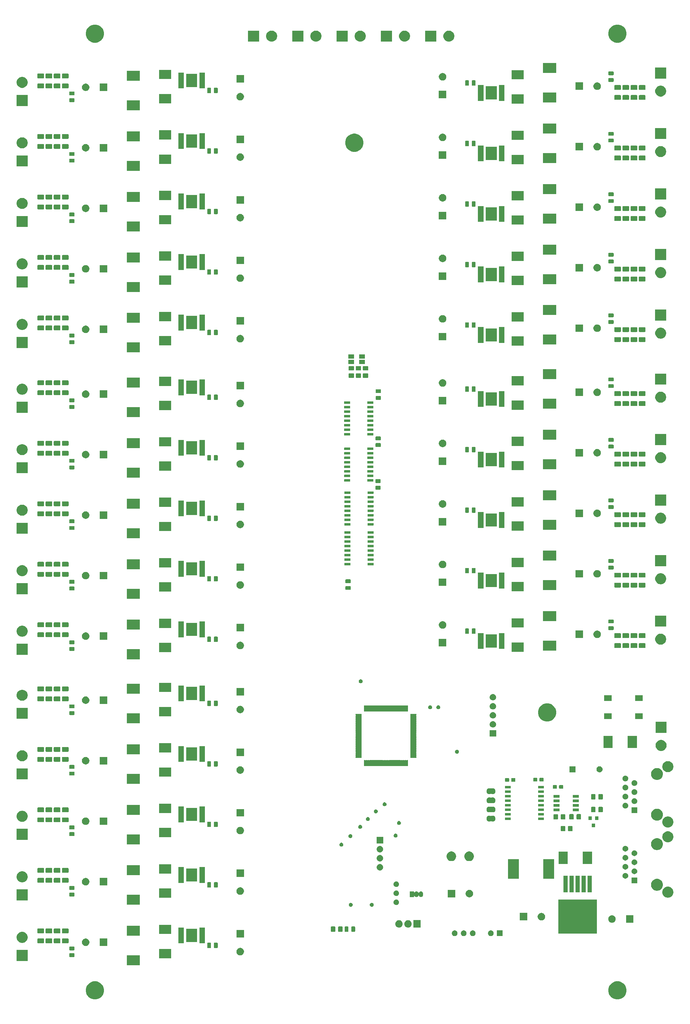
<source format=gbr>
G04 #@! TF.GenerationSoftware,KiCad,Pcbnew,(5.1.0)-1*
G04 #@! TF.CreationDate,2020-08-18T17:52:06+08:00*
G04 #@! TF.ProjectId,LED_driver,4c45445f-6472-4697-9665-722e6b696361,rev?*
G04 #@! TF.SameCoordinates,Original*
G04 #@! TF.FileFunction,Soldermask,Top*
G04 #@! TF.FilePolarity,Negative*
%FSLAX46Y46*%
G04 Gerber Fmt 4.6, Leading zero omitted, Abs format (unit mm)*
G04 Created by KiCad (PCBNEW (5.1.0)-1) date 2020-08-18 17:52:06*
%MOMM*%
%LPD*%
G04 APERTURE LIST*
%ADD10C,0.100000*%
G04 APERTURE END LIST*
D10*
G36*
X227564098Y-323237033D02*
G01*
X228028350Y-323429332D01*
X228028352Y-323429333D01*
X228446168Y-323708509D01*
X228801491Y-324063832D01*
X229080667Y-324481648D01*
X229080668Y-324481650D01*
X229272967Y-324945902D01*
X229371000Y-325438747D01*
X229371000Y-325941253D01*
X229272967Y-326434098D01*
X229080668Y-326898350D01*
X229080667Y-326898352D01*
X228801491Y-327316168D01*
X228446168Y-327671491D01*
X228028352Y-327950667D01*
X228028351Y-327950668D01*
X228028350Y-327950668D01*
X227564098Y-328142967D01*
X227071253Y-328241000D01*
X226568747Y-328241000D01*
X226075902Y-328142967D01*
X225611650Y-327950668D01*
X225611649Y-327950668D01*
X225611648Y-327950667D01*
X225193832Y-327671491D01*
X224838509Y-327316168D01*
X224559333Y-326898352D01*
X224559332Y-326898350D01*
X224367033Y-326434098D01*
X224269000Y-325941253D01*
X224269000Y-325438747D01*
X224367033Y-324945902D01*
X224559332Y-324481650D01*
X224559333Y-324481648D01*
X224838509Y-324063832D01*
X225193832Y-323708509D01*
X225611648Y-323429333D01*
X225611650Y-323429332D01*
X226075902Y-323237033D01*
X226568747Y-323139000D01*
X227071253Y-323139000D01*
X227564098Y-323237033D01*
X227564098Y-323237033D01*
G37*
G36*
X80744098Y-323237033D02*
G01*
X81208350Y-323429332D01*
X81208352Y-323429333D01*
X81626168Y-323708509D01*
X81981491Y-324063832D01*
X82260667Y-324481648D01*
X82260668Y-324481650D01*
X82452967Y-324945902D01*
X82551000Y-325438747D01*
X82551000Y-325941253D01*
X82452967Y-326434098D01*
X82260668Y-326898350D01*
X82260667Y-326898352D01*
X81981491Y-327316168D01*
X81626168Y-327671491D01*
X81208352Y-327950667D01*
X81208351Y-327950668D01*
X81208350Y-327950668D01*
X80744098Y-328142967D01*
X80251253Y-328241000D01*
X79748747Y-328241000D01*
X79255902Y-328142967D01*
X78791650Y-327950668D01*
X78791649Y-327950668D01*
X78791648Y-327950667D01*
X78373832Y-327671491D01*
X78018509Y-327316168D01*
X77739333Y-326898352D01*
X77739332Y-326898350D01*
X77547033Y-326434098D01*
X77449000Y-325941253D01*
X77449000Y-325438747D01*
X77547033Y-324945902D01*
X77739332Y-324481650D01*
X77739333Y-324481648D01*
X78018509Y-324063832D01*
X78373832Y-323708509D01*
X78791648Y-323429333D01*
X78791650Y-323429332D01*
X79255902Y-323237033D01*
X79748747Y-323139000D01*
X80251253Y-323139000D01*
X80744098Y-323237033D01*
X80744098Y-323237033D01*
G37*
G36*
X92641000Y-318655000D02*
G01*
X88939000Y-318655000D01*
X88939000Y-315853000D01*
X92641000Y-315853000D01*
X92641000Y-318655000D01*
X92641000Y-318655000D01*
G37*
G36*
X61091000Y-317411000D02*
G01*
X57989000Y-317411000D01*
X57989000Y-314309000D01*
X61091000Y-314309000D01*
X61091000Y-317411000D01*
X61091000Y-317411000D01*
G37*
G36*
X101451000Y-316661000D02*
G01*
X98049000Y-316661000D01*
X98049000Y-314059000D01*
X101451000Y-314059000D01*
X101451000Y-316661000D01*
X101451000Y-316661000D01*
G37*
G36*
X74104468Y-315243565D02*
G01*
X74143138Y-315255296D01*
X74178777Y-315274346D01*
X74210017Y-315299983D01*
X74235654Y-315331223D01*
X74254704Y-315366862D01*
X74266435Y-315405532D01*
X74271000Y-315451888D01*
X74271000Y-316103112D01*
X74266435Y-316149468D01*
X74254704Y-316188138D01*
X74235654Y-316223777D01*
X74210017Y-316255017D01*
X74178777Y-316280654D01*
X74143138Y-316299704D01*
X74104468Y-316311435D01*
X74058112Y-316316000D01*
X72981888Y-316316000D01*
X72935532Y-316311435D01*
X72896862Y-316299704D01*
X72861223Y-316280654D01*
X72829983Y-316255017D01*
X72804346Y-316223777D01*
X72785296Y-316188138D01*
X72773565Y-316149468D01*
X72769000Y-316103112D01*
X72769000Y-315451888D01*
X72773565Y-315405532D01*
X72785296Y-315366862D01*
X72804346Y-315331223D01*
X72829983Y-315299983D01*
X72861223Y-315274346D01*
X72896862Y-315255296D01*
X72935532Y-315243565D01*
X72981888Y-315239000D01*
X74058112Y-315239000D01*
X74104468Y-315243565D01*
X74104468Y-315243565D01*
G37*
G36*
X121136564Y-313779389D02*
G01*
X121327833Y-313858615D01*
X121327835Y-313858616D01*
X121499973Y-313973635D01*
X121646365Y-314120027D01*
X121761385Y-314292167D01*
X121840611Y-314483436D01*
X121881000Y-314686484D01*
X121881000Y-314893516D01*
X121840611Y-315096564D01*
X121761385Y-315287833D01*
X121761384Y-315287835D01*
X121646365Y-315459973D01*
X121499973Y-315606365D01*
X121327835Y-315721384D01*
X121327834Y-315721385D01*
X121327833Y-315721385D01*
X121136564Y-315800611D01*
X120933516Y-315841000D01*
X120726484Y-315841000D01*
X120523436Y-315800611D01*
X120332167Y-315721385D01*
X120332166Y-315721385D01*
X120332165Y-315721384D01*
X120160027Y-315606365D01*
X120013635Y-315459973D01*
X119898616Y-315287835D01*
X119898615Y-315287833D01*
X119819389Y-315096564D01*
X119779000Y-314893516D01*
X119779000Y-314686484D01*
X119819389Y-314483436D01*
X119898615Y-314292167D01*
X120013635Y-314120027D01*
X120160027Y-313973635D01*
X120332165Y-313858616D01*
X120332167Y-313858615D01*
X120523436Y-313779389D01*
X120726484Y-313739000D01*
X120933516Y-313739000D01*
X121136564Y-313779389D01*
X121136564Y-313779389D01*
G37*
G36*
X74104468Y-313368565D02*
G01*
X74143138Y-313380296D01*
X74178777Y-313399346D01*
X74210017Y-313424983D01*
X74235654Y-313456223D01*
X74254704Y-313491862D01*
X74266435Y-313530532D01*
X74271000Y-313576888D01*
X74271000Y-314228112D01*
X74266435Y-314274468D01*
X74254704Y-314313138D01*
X74235654Y-314348777D01*
X74210017Y-314380017D01*
X74178777Y-314405654D01*
X74143138Y-314424704D01*
X74104468Y-314436435D01*
X74058112Y-314441000D01*
X72981888Y-314441000D01*
X72935532Y-314436435D01*
X72896862Y-314424704D01*
X72861223Y-314405654D01*
X72829983Y-314380017D01*
X72804346Y-314348777D01*
X72785296Y-314313138D01*
X72773565Y-314274468D01*
X72769000Y-314228112D01*
X72769000Y-313576888D01*
X72773565Y-313530532D01*
X72785296Y-313491862D01*
X72804346Y-313456223D01*
X72829983Y-313424983D01*
X72861223Y-313399346D01*
X72896862Y-313380296D01*
X72935532Y-313368565D01*
X72981888Y-313364000D01*
X74058112Y-313364000D01*
X74104468Y-313368565D01*
X74104468Y-313368565D01*
G37*
G36*
X114339468Y-312305565D02*
G01*
X114378138Y-312317296D01*
X114413777Y-312336346D01*
X114445017Y-312361983D01*
X114470654Y-312393223D01*
X114489704Y-312428862D01*
X114501435Y-312467532D01*
X114506000Y-312513888D01*
X114506000Y-313590112D01*
X114501435Y-313636468D01*
X114489704Y-313675138D01*
X114470654Y-313710777D01*
X114445017Y-313742017D01*
X114413777Y-313767654D01*
X114378138Y-313786704D01*
X114339468Y-313798435D01*
X114293112Y-313803000D01*
X113641888Y-313803000D01*
X113595532Y-313798435D01*
X113556862Y-313786704D01*
X113521223Y-313767654D01*
X113489983Y-313742017D01*
X113464346Y-313710777D01*
X113445296Y-313675138D01*
X113433565Y-313636468D01*
X113429000Y-313590112D01*
X113429000Y-312513888D01*
X113433565Y-312467532D01*
X113445296Y-312428862D01*
X113464346Y-312393223D01*
X113489983Y-312361983D01*
X113521223Y-312336346D01*
X113556862Y-312317296D01*
X113595532Y-312305565D01*
X113641888Y-312301000D01*
X114293112Y-312301000D01*
X114339468Y-312305565D01*
X114339468Y-312305565D01*
G37*
G36*
X112464468Y-312305565D02*
G01*
X112503138Y-312317296D01*
X112538777Y-312336346D01*
X112570017Y-312361983D01*
X112595654Y-312393223D01*
X112614704Y-312428862D01*
X112626435Y-312467532D01*
X112631000Y-312513888D01*
X112631000Y-313590112D01*
X112626435Y-313636468D01*
X112614704Y-313675138D01*
X112595654Y-313710777D01*
X112570017Y-313742017D01*
X112538777Y-313767654D01*
X112503138Y-313786704D01*
X112464468Y-313798435D01*
X112418112Y-313803000D01*
X111766888Y-313803000D01*
X111720532Y-313798435D01*
X111681862Y-313786704D01*
X111646223Y-313767654D01*
X111614983Y-313742017D01*
X111589346Y-313710777D01*
X111570296Y-313675138D01*
X111558565Y-313636468D01*
X111554000Y-313590112D01*
X111554000Y-312513888D01*
X111558565Y-312467532D01*
X111570296Y-312428862D01*
X111589346Y-312393223D01*
X111614983Y-312361983D01*
X111646223Y-312336346D01*
X111681862Y-312317296D01*
X111720532Y-312305565D01*
X111766888Y-312301000D01*
X112418112Y-312301000D01*
X112464468Y-312305565D01*
X112464468Y-312305565D01*
G37*
G36*
X77706564Y-311149389D02*
G01*
X77897833Y-311228615D01*
X77897835Y-311228616D01*
X77961150Y-311270922D01*
X78069973Y-311343635D01*
X78216365Y-311490027D01*
X78331385Y-311662167D01*
X78410611Y-311853436D01*
X78451000Y-312056484D01*
X78451000Y-312263516D01*
X78410611Y-312466564D01*
X78367663Y-312570250D01*
X78331384Y-312657835D01*
X78216365Y-312829973D01*
X78069973Y-312976365D01*
X77897835Y-313091384D01*
X77897834Y-313091385D01*
X77897833Y-313091385D01*
X77706564Y-313170611D01*
X77503516Y-313211000D01*
X77296484Y-313211000D01*
X77093436Y-313170611D01*
X76902167Y-313091385D01*
X76902166Y-313091385D01*
X76902165Y-313091384D01*
X76730027Y-312976365D01*
X76583635Y-312829973D01*
X76468616Y-312657835D01*
X76432337Y-312570250D01*
X76389389Y-312466564D01*
X76349000Y-312263516D01*
X76349000Y-312056484D01*
X76389389Y-311853436D01*
X76468615Y-311662167D01*
X76583635Y-311490027D01*
X76730027Y-311343635D01*
X76838850Y-311270922D01*
X76902165Y-311228616D01*
X76902167Y-311228615D01*
X77093436Y-311149389D01*
X77296484Y-311109000D01*
X77503516Y-311109000D01*
X77706564Y-311149389D01*
X77706564Y-311149389D01*
G37*
G36*
X83451000Y-313211000D02*
G01*
X81349000Y-313211000D01*
X81349000Y-311109000D01*
X83451000Y-311109000D01*
X83451000Y-313211000D01*
X83451000Y-313211000D01*
G37*
G36*
X110896000Y-312490000D02*
G01*
X109344000Y-312490000D01*
X109344000Y-308038000D01*
X110896000Y-308038000D01*
X110896000Y-312490000D01*
X110896000Y-312490000D01*
G37*
G36*
X104996000Y-312490000D02*
G01*
X103444000Y-312490000D01*
X103444000Y-308038000D01*
X104996000Y-308038000D01*
X104996000Y-312490000D01*
X104996000Y-312490000D01*
G37*
G36*
X70128604Y-311108347D02*
G01*
X70165144Y-311119432D01*
X70198821Y-311137433D01*
X70228341Y-311161659D01*
X70252567Y-311191179D01*
X70270568Y-311224856D01*
X70281653Y-311261396D01*
X70286000Y-311305538D01*
X70286000Y-312254462D01*
X70281653Y-312298604D01*
X70270568Y-312335144D01*
X70252567Y-312368821D01*
X70228341Y-312398341D01*
X70198821Y-312422567D01*
X70165144Y-312440568D01*
X70128604Y-312451653D01*
X70084462Y-312456000D01*
X68635538Y-312456000D01*
X68591396Y-312451653D01*
X68554856Y-312440568D01*
X68521179Y-312422567D01*
X68491659Y-312398341D01*
X68467433Y-312368821D01*
X68449432Y-312335144D01*
X68438347Y-312298604D01*
X68434000Y-312254462D01*
X68434000Y-311305538D01*
X68438347Y-311261396D01*
X68449432Y-311224856D01*
X68467433Y-311191179D01*
X68491659Y-311161659D01*
X68521179Y-311137433D01*
X68554856Y-311119432D01*
X68591396Y-311108347D01*
X68635538Y-311104000D01*
X70084462Y-311104000D01*
X70128604Y-311108347D01*
X70128604Y-311108347D01*
G37*
G36*
X72428604Y-311108347D02*
G01*
X72465144Y-311119432D01*
X72498821Y-311137433D01*
X72528341Y-311161659D01*
X72552567Y-311191179D01*
X72570568Y-311224856D01*
X72581653Y-311261396D01*
X72586000Y-311305538D01*
X72586000Y-312254462D01*
X72581653Y-312298604D01*
X72570568Y-312335144D01*
X72552567Y-312368821D01*
X72528341Y-312398341D01*
X72498821Y-312422567D01*
X72465144Y-312440568D01*
X72428604Y-312451653D01*
X72384462Y-312456000D01*
X70935538Y-312456000D01*
X70891396Y-312451653D01*
X70854856Y-312440568D01*
X70821179Y-312422567D01*
X70791659Y-312398341D01*
X70767433Y-312368821D01*
X70749432Y-312335144D01*
X70738347Y-312298604D01*
X70734000Y-312254462D01*
X70734000Y-311305538D01*
X70738347Y-311261396D01*
X70749432Y-311224856D01*
X70767433Y-311191179D01*
X70791659Y-311161659D01*
X70821179Y-311137433D01*
X70854856Y-311119432D01*
X70891396Y-311108347D01*
X70935538Y-311104000D01*
X72384462Y-311104000D01*
X72428604Y-311108347D01*
X72428604Y-311108347D01*
G37*
G36*
X65528604Y-311108347D02*
G01*
X65565144Y-311119432D01*
X65598821Y-311137433D01*
X65628341Y-311161659D01*
X65652567Y-311191179D01*
X65670568Y-311224856D01*
X65681653Y-311261396D01*
X65686000Y-311305538D01*
X65686000Y-312254462D01*
X65681653Y-312298604D01*
X65670568Y-312335144D01*
X65652567Y-312368821D01*
X65628341Y-312398341D01*
X65598821Y-312422567D01*
X65565144Y-312440568D01*
X65528604Y-312451653D01*
X65484462Y-312456000D01*
X64035538Y-312456000D01*
X63991396Y-312451653D01*
X63954856Y-312440568D01*
X63921179Y-312422567D01*
X63891659Y-312398341D01*
X63867433Y-312368821D01*
X63849432Y-312335144D01*
X63838347Y-312298604D01*
X63834000Y-312254462D01*
X63834000Y-311305538D01*
X63838347Y-311261396D01*
X63849432Y-311224856D01*
X63867433Y-311191179D01*
X63891659Y-311161659D01*
X63921179Y-311137433D01*
X63954856Y-311119432D01*
X63991396Y-311108347D01*
X64035538Y-311104000D01*
X65484462Y-311104000D01*
X65528604Y-311108347D01*
X65528604Y-311108347D01*
G37*
G36*
X67828604Y-311108347D02*
G01*
X67865144Y-311119432D01*
X67898821Y-311137433D01*
X67928341Y-311161659D01*
X67952567Y-311191179D01*
X67970568Y-311224856D01*
X67981653Y-311261396D01*
X67986000Y-311305538D01*
X67986000Y-312254462D01*
X67981653Y-312298604D01*
X67970568Y-312335144D01*
X67952567Y-312368821D01*
X67928341Y-312398341D01*
X67898821Y-312422567D01*
X67865144Y-312440568D01*
X67828604Y-312451653D01*
X67784462Y-312456000D01*
X66335538Y-312456000D01*
X66291396Y-312451653D01*
X66254856Y-312440568D01*
X66221179Y-312422567D01*
X66191659Y-312398341D01*
X66167433Y-312368821D01*
X66149432Y-312335144D01*
X66138347Y-312298604D01*
X66134000Y-312254462D01*
X66134000Y-311305538D01*
X66138347Y-311261396D01*
X66149432Y-311224856D01*
X66167433Y-311191179D01*
X66191659Y-311161659D01*
X66221179Y-311137433D01*
X66254856Y-311119432D01*
X66291396Y-311108347D01*
X66335538Y-311104000D01*
X67784462Y-311104000D01*
X67828604Y-311108347D01*
X67828604Y-311108347D01*
G37*
G36*
X59842585Y-309258802D02*
G01*
X59992410Y-309288604D01*
X60274674Y-309405521D01*
X60528705Y-309575259D01*
X60744741Y-309791295D01*
X60914479Y-310045326D01*
X61031396Y-310327590D01*
X61091000Y-310627240D01*
X61091000Y-310932760D01*
X61031396Y-311232410D01*
X60914479Y-311514674D01*
X60744741Y-311768705D01*
X60528705Y-311984741D01*
X60274674Y-312154479D01*
X59992410Y-312271396D01*
X59903516Y-312289078D01*
X59692761Y-312331000D01*
X59387239Y-312331000D01*
X59176484Y-312289078D01*
X59087590Y-312271396D01*
X58805326Y-312154479D01*
X58551295Y-311984741D01*
X58335259Y-311768705D01*
X58165521Y-311514674D01*
X58048604Y-311232410D01*
X57989000Y-310932760D01*
X57989000Y-310627240D01*
X58048604Y-310327590D01*
X58165521Y-310045326D01*
X58335259Y-309791295D01*
X58551295Y-309575259D01*
X58805326Y-309405521D01*
X59087590Y-309288604D01*
X59237415Y-309258802D01*
X59387239Y-309229000D01*
X59692761Y-309229000D01*
X59842585Y-309258802D01*
X59842585Y-309258802D01*
G37*
G36*
X108721000Y-312115000D02*
G01*
X105619000Y-312115000D01*
X105619000Y-308413000D01*
X108721000Y-308413000D01*
X108721000Y-312115000D01*
X108721000Y-312115000D01*
G37*
G36*
X121881000Y-310841000D02*
G01*
X119779000Y-310841000D01*
X119779000Y-308739000D01*
X121881000Y-308739000D01*
X121881000Y-310841000D01*
X121881000Y-310841000D01*
G37*
G36*
X186228571Y-308842863D02*
G01*
X186307023Y-308850590D01*
X186407682Y-308881125D01*
X186458013Y-308896392D01*
X186597165Y-308970771D01*
X186719133Y-309070867D01*
X186819229Y-309192835D01*
X186893608Y-309331987D01*
X186893608Y-309331988D01*
X186939410Y-309482977D01*
X186954875Y-309640000D01*
X186939410Y-309797023D01*
X186920003Y-309861000D01*
X186893608Y-309948013D01*
X186819229Y-310087165D01*
X186719133Y-310209133D01*
X186597165Y-310309229D01*
X186458013Y-310383608D01*
X186407682Y-310398875D01*
X186307023Y-310429410D01*
X186228571Y-310437137D01*
X186189346Y-310441000D01*
X186110654Y-310441000D01*
X186071429Y-310437137D01*
X185992977Y-310429410D01*
X185892318Y-310398875D01*
X185841987Y-310383608D01*
X185702835Y-310309229D01*
X185580867Y-310209133D01*
X185480771Y-310087165D01*
X185406392Y-309948013D01*
X185379997Y-309861000D01*
X185360590Y-309797023D01*
X185345125Y-309640000D01*
X185360590Y-309482977D01*
X185406392Y-309331988D01*
X185406392Y-309331987D01*
X185480771Y-309192835D01*
X185580867Y-309070867D01*
X185702835Y-308970771D01*
X185841987Y-308896392D01*
X185892318Y-308881125D01*
X185992977Y-308850590D01*
X186071429Y-308842863D01*
X186110654Y-308839000D01*
X186189346Y-308839000D01*
X186228571Y-308842863D01*
X186228571Y-308842863D01*
G37*
G36*
X191308571Y-308842863D02*
G01*
X191387023Y-308850590D01*
X191487682Y-308881125D01*
X191538013Y-308896392D01*
X191677165Y-308970771D01*
X191799133Y-309070867D01*
X191899229Y-309192835D01*
X191973608Y-309331987D01*
X191973608Y-309331988D01*
X192019410Y-309482977D01*
X192034875Y-309640000D01*
X192019410Y-309797023D01*
X192000003Y-309861000D01*
X191973608Y-309948013D01*
X191899229Y-310087165D01*
X191799133Y-310209133D01*
X191677165Y-310309229D01*
X191538013Y-310383608D01*
X191487682Y-310398875D01*
X191387023Y-310429410D01*
X191308571Y-310437137D01*
X191269346Y-310441000D01*
X191190654Y-310441000D01*
X191151429Y-310437137D01*
X191072977Y-310429410D01*
X190972318Y-310398875D01*
X190921987Y-310383608D01*
X190782835Y-310309229D01*
X190660867Y-310209133D01*
X190560771Y-310087165D01*
X190486392Y-309948013D01*
X190459997Y-309861000D01*
X190440590Y-309797023D01*
X190425125Y-309640000D01*
X190440590Y-309482977D01*
X190486392Y-309331988D01*
X190486392Y-309331987D01*
X190560771Y-309192835D01*
X190660867Y-309070867D01*
X190782835Y-308970771D01*
X190921987Y-308896392D01*
X190972318Y-308881125D01*
X191072977Y-308850590D01*
X191151429Y-308842863D01*
X191190654Y-308839000D01*
X191269346Y-308839000D01*
X191308571Y-308842863D01*
X191308571Y-308842863D01*
G37*
G36*
X183688571Y-308842863D02*
G01*
X183767023Y-308850590D01*
X183867682Y-308881125D01*
X183918013Y-308896392D01*
X184057165Y-308970771D01*
X184179133Y-309070867D01*
X184279229Y-309192835D01*
X184353608Y-309331987D01*
X184353608Y-309331988D01*
X184399410Y-309482977D01*
X184414875Y-309640000D01*
X184399410Y-309797023D01*
X184380003Y-309861000D01*
X184353608Y-309948013D01*
X184279229Y-310087165D01*
X184179133Y-310209133D01*
X184057165Y-310309229D01*
X183918013Y-310383608D01*
X183867682Y-310398875D01*
X183767023Y-310429410D01*
X183688571Y-310437137D01*
X183649346Y-310441000D01*
X183570654Y-310441000D01*
X183531429Y-310437137D01*
X183452977Y-310429410D01*
X183352318Y-310398875D01*
X183301987Y-310383608D01*
X183162835Y-310309229D01*
X183040867Y-310209133D01*
X182940771Y-310087165D01*
X182866392Y-309948013D01*
X182839997Y-309861000D01*
X182820590Y-309797023D01*
X182805125Y-309640000D01*
X182820590Y-309482977D01*
X182866392Y-309331988D01*
X182866392Y-309331987D01*
X182940771Y-309192835D01*
X183040867Y-309070867D01*
X183162835Y-308970771D01*
X183301987Y-308896392D01*
X183352318Y-308881125D01*
X183452977Y-308850590D01*
X183531429Y-308842863D01*
X183570654Y-308839000D01*
X183649346Y-308839000D01*
X183688571Y-308842863D01*
X183688571Y-308842863D01*
G37*
G36*
X181148571Y-308842863D02*
G01*
X181227023Y-308850590D01*
X181327682Y-308881125D01*
X181378013Y-308896392D01*
X181517165Y-308970771D01*
X181639133Y-309070867D01*
X181739229Y-309192835D01*
X181813608Y-309331987D01*
X181813608Y-309331988D01*
X181859410Y-309482977D01*
X181874875Y-309640000D01*
X181859410Y-309797023D01*
X181840003Y-309861000D01*
X181813608Y-309948013D01*
X181739229Y-310087165D01*
X181639133Y-310209133D01*
X181517165Y-310309229D01*
X181378013Y-310383608D01*
X181327682Y-310398875D01*
X181227023Y-310429410D01*
X181148571Y-310437137D01*
X181109346Y-310441000D01*
X181030654Y-310441000D01*
X180991429Y-310437137D01*
X180912977Y-310429410D01*
X180812318Y-310398875D01*
X180761987Y-310383608D01*
X180622835Y-310309229D01*
X180500867Y-310209133D01*
X180400771Y-310087165D01*
X180326392Y-309948013D01*
X180299997Y-309861000D01*
X180280590Y-309797023D01*
X180265125Y-309640000D01*
X180280590Y-309482977D01*
X180326392Y-309331988D01*
X180326392Y-309331987D01*
X180400771Y-309192835D01*
X180500867Y-309070867D01*
X180622835Y-308970771D01*
X180761987Y-308896392D01*
X180812318Y-308881125D01*
X180912977Y-308850590D01*
X180991429Y-308842863D01*
X181030654Y-308839000D01*
X181109346Y-308839000D01*
X181148571Y-308842863D01*
X181148571Y-308842863D01*
G37*
G36*
X194571000Y-310441000D02*
G01*
X192969000Y-310441000D01*
X192969000Y-308839000D01*
X194571000Y-308839000D01*
X194571000Y-310441000D01*
X194571000Y-310441000D01*
G37*
G36*
X92641000Y-310355000D02*
G01*
X88939000Y-310355000D01*
X88939000Y-307553000D01*
X92641000Y-307553000D01*
X92641000Y-310355000D01*
X92641000Y-310355000D01*
G37*
G36*
X101451000Y-309861000D02*
G01*
X98049000Y-309861000D01*
X98049000Y-307259000D01*
X101451000Y-307259000D01*
X101451000Y-309861000D01*
X101451000Y-309861000D01*
G37*
G36*
X221071000Y-309706000D02*
G01*
X210169000Y-309706000D01*
X210169000Y-300204000D01*
X221071000Y-300204000D01*
X221071000Y-309706000D01*
X221071000Y-309706000D01*
G37*
G36*
X70128604Y-308308347D02*
G01*
X70165144Y-308319432D01*
X70198821Y-308337433D01*
X70228341Y-308361659D01*
X70252567Y-308391179D01*
X70270568Y-308424856D01*
X70281653Y-308461396D01*
X70286000Y-308505538D01*
X70286000Y-309454462D01*
X70281653Y-309498604D01*
X70270568Y-309535144D01*
X70252567Y-309568821D01*
X70228341Y-309598341D01*
X70198821Y-309622567D01*
X70165144Y-309640568D01*
X70128604Y-309651653D01*
X70084462Y-309656000D01*
X68635538Y-309656000D01*
X68591396Y-309651653D01*
X68554856Y-309640568D01*
X68521179Y-309622567D01*
X68491659Y-309598341D01*
X68467433Y-309568821D01*
X68449432Y-309535144D01*
X68438347Y-309498604D01*
X68434000Y-309454462D01*
X68434000Y-308505538D01*
X68438347Y-308461396D01*
X68449432Y-308424856D01*
X68467433Y-308391179D01*
X68491659Y-308361659D01*
X68521179Y-308337433D01*
X68554856Y-308319432D01*
X68591396Y-308308347D01*
X68635538Y-308304000D01*
X70084462Y-308304000D01*
X70128604Y-308308347D01*
X70128604Y-308308347D01*
G37*
G36*
X72428604Y-308308347D02*
G01*
X72465144Y-308319432D01*
X72498821Y-308337433D01*
X72528341Y-308361659D01*
X72552567Y-308391179D01*
X72570568Y-308424856D01*
X72581653Y-308461396D01*
X72586000Y-308505538D01*
X72586000Y-309454462D01*
X72581653Y-309498604D01*
X72570568Y-309535144D01*
X72552567Y-309568821D01*
X72528341Y-309598341D01*
X72498821Y-309622567D01*
X72465144Y-309640568D01*
X72428604Y-309651653D01*
X72384462Y-309656000D01*
X70935538Y-309656000D01*
X70891396Y-309651653D01*
X70854856Y-309640568D01*
X70821179Y-309622567D01*
X70791659Y-309598341D01*
X70767433Y-309568821D01*
X70749432Y-309535144D01*
X70738347Y-309498604D01*
X70734000Y-309454462D01*
X70734000Y-308505538D01*
X70738347Y-308461396D01*
X70749432Y-308424856D01*
X70767433Y-308391179D01*
X70791659Y-308361659D01*
X70821179Y-308337433D01*
X70854856Y-308319432D01*
X70891396Y-308308347D01*
X70935538Y-308304000D01*
X72384462Y-308304000D01*
X72428604Y-308308347D01*
X72428604Y-308308347D01*
G37*
G36*
X67828604Y-308308347D02*
G01*
X67865144Y-308319432D01*
X67898821Y-308337433D01*
X67928341Y-308361659D01*
X67952567Y-308391179D01*
X67970568Y-308424856D01*
X67981653Y-308461396D01*
X67986000Y-308505538D01*
X67986000Y-309454462D01*
X67981653Y-309498604D01*
X67970568Y-309535144D01*
X67952567Y-309568821D01*
X67928341Y-309598341D01*
X67898821Y-309622567D01*
X67865144Y-309640568D01*
X67828604Y-309651653D01*
X67784462Y-309656000D01*
X66335538Y-309656000D01*
X66291396Y-309651653D01*
X66254856Y-309640568D01*
X66221179Y-309622567D01*
X66191659Y-309598341D01*
X66167433Y-309568821D01*
X66149432Y-309535144D01*
X66138347Y-309498604D01*
X66134000Y-309454462D01*
X66134000Y-308505538D01*
X66138347Y-308461396D01*
X66149432Y-308424856D01*
X66167433Y-308391179D01*
X66191659Y-308361659D01*
X66221179Y-308337433D01*
X66254856Y-308319432D01*
X66291396Y-308308347D01*
X66335538Y-308304000D01*
X67784462Y-308304000D01*
X67828604Y-308308347D01*
X67828604Y-308308347D01*
G37*
G36*
X65528604Y-308308347D02*
G01*
X65565144Y-308319432D01*
X65598821Y-308337433D01*
X65628341Y-308361659D01*
X65652567Y-308391179D01*
X65670568Y-308424856D01*
X65681653Y-308461396D01*
X65686000Y-308505538D01*
X65686000Y-309454462D01*
X65681653Y-309498604D01*
X65670568Y-309535144D01*
X65652567Y-309568821D01*
X65628341Y-309598341D01*
X65598821Y-309622567D01*
X65565144Y-309640568D01*
X65528604Y-309651653D01*
X65484462Y-309656000D01*
X64035538Y-309656000D01*
X63991396Y-309651653D01*
X63954856Y-309640568D01*
X63921179Y-309622567D01*
X63891659Y-309598341D01*
X63867433Y-309568821D01*
X63849432Y-309535144D01*
X63838347Y-309498604D01*
X63834000Y-309454462D01*
X63834000Y-308505538D01*
X63838347Y-308461396D01*
X63849432Y-308424856D01*
X63867433Y-308391179D01*
X63891659Y-308361659D01*
X63921179Y-308337433D01*
X63954856Y-308319432D01*
X63991396Y-308308347D01*
X64035538Y-308304000D01*
X65484462Y-308304000D01*
X65528604Y-308308347D01*
X65528604Y-308308347D01*
G37*
G36*
X151064468Y-307743565D02*
G01*
X151103138Y-307755296D01*
X151138777Y-307774346D01*
X151170017Y-307799983D01*
X151195654Y-307831223D01*
X151214704Y-307866862D01*
X151226435Y-307905532D01*
X151231000Y-307951888D01*
X151231000Y-309028112D01*
X151226435Y-309074468D01*
X151214704Y-309113138D01*
X151195654Y-309148777D01*
X151170017Y-309180017D01*
X151138777Y-309205654D01*
X151103138Y-309224704D01*
X151064468Y-309236435D01*
X151018112Y-309241000D01*
X150366888Y-309241000D01*
X150320532Y-309236435D01*
X150281862Y-309224704D01*
X150246223Y-309205654D01*
X150214983Y-309180017D01*
X150189346Y-309148777D01*
X150170296Y-309113138D01*
X150158565Y-309074468D01*
X150154000Y-309028112D01*
X150154000Y-307951888D01*
X150158565Y-307905532D01*
X150170296Y-307866862D01*
X150189346Y-307831223D01*
X150214983Y-307799983D01*
X150246223Y-307774346D01*
X150281862Y-307755296D01*
X150320532Y-307743565D01*
X150366888Y-307739000D01*
X151018112Y-307739000D01*
X151064468Y-307743565D01*
X151064468Y-307743565D01*
G37*
G36*
X149418674Y-307743465D02*
G01*
X149456367Y-307754899D01*
X149491103Y-307773466D01*
X149521548Y-307798452D01*
X149546534Y-307828897D01*
X149565101Y-307863633D01*
X149576535Y-307901326D01*
X149581000Y-307946661D01*
X149581000Y-309033339D01*
X149576535Y-309078674D01*
X149565101Y-309116367D01*
X149546534Y-309151103D01*
X149521548Y-309181548D01*
X149491103Y-309206534D01*
X149456367Y-309225101D01*
X149418674Y-309236535D01*
X149373339Y-309241000D01*
X148536661Y-309241000D01*
X148491326Y-309236535D01*
X148453633Y-309225101D01*
X148418897Y-309206534D01*
X148388452Y-309181548D01*
X148363466Y-309151103D01*
X148344899Y-309116367D01*
X148333465Y-309078674D01*
X148329000Y-309033339D01*
X148329000Y-307946661D01*
X148333465Y-307901326D01*
X148344899Y-307863633D01*
X148363466Y-307828897D01*
X148388452Y-307798452D01*
X148418897Y-307773466D01*
X148453633Y-307754899D01*
X148491326Y-307743465D01*
X148536661Y-307739000D01*
X149373339Y-307739000D01*
X149418674Y-307743465D01*
X149418674Y-307743465D01*
G37*
G36*
X152939468Y-307743565D02*
G01*
X152978138Y-307755296D01*
X153013777Y-307774346D01*
X153045017Y-307799983D01*
X153070654Y-307831223D01*
X153089704Y-307866862D01*
X153101435Y-307905532D01*
X153106000Y-307951888D01*
X153106000Y-309028112D01*
X153101435Y-309074468D01*
X153089704Y-309113138D01*
X153070654Y-309148777D01*
X153045017Y-309180017D01*
X153013777Y-309205654D01*
X152978138Y-309224704D01*
X152939468Y-309236435D01*
X152893112Y-309241000D01*
X152241888Y-309241000D01*
X152195532Y-309236435D01*
X152156862Y-309224704D01*
X152121223Y-309205654D01*
X152089983Y-309180017D01*
X152064346Y-309148777D01*
X152045296Y-309113138D01*
X152033565Y-309074468D01*
X152029000Y-309028112D01*
X152029000Y-307951888D01*
X152033565Y-307905532D01*
X152045296Y-307866862D01*
X152064346Y-307831223D01*
X152089983Y-307799983D01*
X152121223Y-307774346D01*
X152156862Y-307755296D01*
X152195532Y-307743565D01*
X152241888Y-307739000D01*
X152893112Y-307739000D01*
X152939468Y-307743565D01*
X152939468Y-307743565D01*
G37*
G36*
X147368674Y-307743465D02*
G01*
X147406367Y-307754899D01*
X147441103Y-307773466D01*
X147471548Y-307798452D01*
X147496534Y-307828897D01*
X147515101Y-307863633D01*
X147526535Y-307901326D01*
X147531000Y-307946661D01*
X147531000Y-309033339D01*
X147526535Y-309078674D01*
X147515101Y-309116367D01*
X147496534Y-309151103D01*
X147471548Y-309181548D01*
X147441103Y-309206534D01*
X147406367Y-309225101D01*
X147368674Y-309236535D01*
X147323339Y-309241000D01*
X146486661Y-309241000D01*
X146441326Y-309236535D01*
X146403633Y-309225101D01*
X146368897Y-309206534D01*
X146338452Y-309181548D01*
X146313466Y-309151103D01*
X146294899Y-309116367D01*
X146283465Y-309078674D01*
X146279000Y-309033339D01*
X146279000Y-307946661D01*
X146283465Y-307901326D01*
X146294899Y-307863633D01*
X146313466Y-307828897D01*
X146338452Y-307798452D01*
X146368897Y-307773466D01*
X146403633Y-307754899D01*
X146441326Y-307743465D01*
X146486661Y-307739000D01*
X147323339Y-307739000D01*
X147368674Y-307743465D01*
X147368674Y-307743465D01*
G37*
G36*
X165626720Y-305983520D02*
G01*
X165815881Y-306040901D01*
X165990212Y-306134083D01*
X166143015Y-306259485D01*
X166268417Y-306412288D01*
X166312182Y-306494167D01*
X166361598Y-306586617D01*
X166361599Y-306586620D01*
X166418980Y-306775781D01*
X166433500Y-306923207D01*
X166433500Y-307116794D01*
X166418980Y-307264220D01*
X166361599Y-307453381D01*
X166268417Y-307627712D01*
X166143015Y-307780515D01*
X165990212Y-307905917D01*
X165913985Y-307946661D01*
X165815883Y-307999098D01*
X165815880Y-307999099D01*
X165626719Y-308056480D01*
X165430000Y-308075855D01*
X165233280Y-308056480D01*
X165044119Y-307999099D01*
X164869788Y-307905917D01*
X164716985Y-307780515D01*
X164591583Y-307627712D01*
X164547818Y-307545833D01*
X164498402Y-307453383D01*
X164498401Y-307453380D01*
X164441020Y-307264219D01*
X164426500Y-307116793D01*
X164426500Y-306923206D01*
X164441020Y-306775780D01*
X164498401Y-306586619D01*
X164591583Y-306412288D01*
X164716985Y-306259485D01*
X164869788Y-306134083D01*
X165044120Y-306040901D01*
X165233281Y-305983520D01*
X165430000Y-305964145D01*
X165626720Y-305983520D01*
X165626720Y-305983520D01*
G37*
G36*
X168166720Y-305983520D02*
G01*
X168355881Y-306040901D01*
X168530212Y-306134083D01*
X168683015Y-306259485D01*
X168808417Y-306412288D01*
X168852182Y-306494167D01*
X168901598Y-306586617D01*
X168901599Y-306586620D01*
X168958980Y-306775781D01*
X168973500Y-306923207D01*
X168973500Y-307116794D01*
X168958980Y-307264220D01*
X168901599Y-307453381D01*
X168808417Y-307627712D01*
X168683015Y-307780515D01*
X168530212Y-307905917D01*
X168453985Y-307946661D01*
X168355883Y-307999098D01*
X168355880Y-307999099D01*
X168166719Y-308056480D01*
X167970000Y-308075855D01*
X167773280Y-308056480D01*
X167584119Y-307999099D01*
X167409788Y-307905917D01*
X167256985Y-307780515D01*
X167131583Y-307627712D01*
X167087818Y-307545833D01*
X167038402Y-307453383D01*
X167038401Y-307453380D01*
X166981020Y-307264219D01*
X166966500Y-307116793D01*
X166966500Y-306923206D01*
X166981020Y-306775780D01*
X167038401Y-306586619D01*
X167131583Y-306412288D01*
X167256985Y-306259485D01*
X167409788Y-306134083D01*
X167584120Y-306040901D01*
X167773281Y-305983520D01*
X167970000Y-305964145D01*
X168166720Y-305983520D01*
X168166720Y-305983520D01*
G37*
G36*
X171513500Y-308071000D02*
G01*
X169506500Y-308071000D01*
X169506500Y-305969000D01*
X171513500Y-305969000D01*
X171513500Y-308071000D01*
X171513500Y-308071000D01*
G37*
G36*
X231331000Y-306691000D02*
G01*
X229229000Y-306691000D01*
X229229000Y-304589000D01*
X231331000Y-304589000D01*
X231331000Y-306691000D01*
X231331000Y-306691000D01*
G37*
G36*
X225586564Y-304629389D02*
G01*
X225777833Y-304708615D01*
X225777835Y-304708616D01*
X225949973Y-304823635D01*
X226096365Y-304970027D01*
X226211385Y-305142167D01*
X226290611Y-305333436D01*
X226331000Y-305536484D01*
X226331000Y-305743516D01*
X226290611Y-305946564D01*
X226251535Y-306040901D01*
X226211384Y-306137835D01*
X226096365Y-306309973D01*
X225949973Y-306456365D01*
X225777835Y-306571384D01*
X225777834Y-306571385D01*
X225777833Y-306571385D01*
X225586564Y-306650611D01*
X225383516Y-306691000D01*
X225176484Y-306691000D01*
X224973436Y-306650611D01*
X224782167Y-306571385D01*
X224782166Y-306571385D01*
X224782165Y-306571384D01*
X224610027Y-306456365D01*
X224463635Y-306309973D01*
X224348616Y-306137835D01*
X224308465Y-306040901D01*
X224269389Y-305946564D01*
X224229000Y-305743516D01*
X224229000Y-305536484D01*
X224269389Y-305333436D01*
X224348615Y-305142167D01*
X224463635Y-304970027D01*
X224610027Y-304823635D01*
X224782165Y-304708616D01*
X224782167Y-304708615D01*
X224973436Y-304629389D01*
X225176484Y-304589000D01*
X225383516Y-304589000D01*
X225586564Y-304629389D01*
X225586564Y-304629389D01*
G37*
G36*
X205756564Y-303959389D02*
G01*
X205947833Y-304038615D01*
X205947835Y-304038616D01*
X206119973Y-304153635D01*
X206266365Y-304300027D01*
X206381385Y-304472167D01*
X206460611Y-304663436D01*
X206501000Y-304866484D01*
X206501000Y-305073516D01*
X206460611Y-305276564D01*
X206381385Y-305467833D01*
X206381384Y-305467835D01*
X206266365Y-305639973D01*
X206119973Y-305786365D01*
X205947835Y-305901384D01*
X205947834Y-305901385D01*
X205947833Y-305901385D01*
X205756564Y-305980611D01*
X205553516Y-306021000D01*
X205346484Y-306021000D01*
X205143436Y-305980611D01*
X204952167Y-305901385D01*
X204952166Y-305901385D01*
X204952165Y-305901384D01*
X204780027Y-305786365D01*
X204633635Y-305639973D01*
X204518616Y-305467835D01*
X204518615Y-305467833D01*
X204439389Y-305276564D01*
X204399000Y-305073516D01*
X204399000Y-304866484D01*
X204439389Y-304663436D01*
X204518615Y-304472167D01*
X204633635Y-304300027D01*
X204780027Y-304153635D01*
X204952165Y-304038616D01*
X204952167Y-304038615D01*
X205143436Y-303959389D01*
X205346484Y-303919000D01*
X205553516Y-303919000D01*
X205756564Y-303959389D01*
X205756564Y-303959389D01*
G37*
G36*
X201501000Y-306021000D02*
G01*
X199399000Y-306021000D01*
X199399000Y-303919000D01*
X201501000Y-303919000D01*
X201501000Y-306021000D01*
X201501000Y-306021000D01*
G37*
G36*
X157940721Y-301110174D02*
G01*
X158040995Y-301151709D01*
X158040996Y-301151710D01*
X158131242Y-301212010D01*
X158207990Y-301288758D01*
X158207991Y-301288760D01*
X158268291Y-301379005D01*
X158309826Y-301479279D01*
X158331000Y-301585730D01*
X158331000Y-301694270D01*
X158309826Y-301800721D01*
X158268291Y-301900995D01*
X158268290Y-301900996D01*
X158207990Y-301991242D01*
X158131242Y-302067990D01*
X158085812Y-302098345D01*
X158040995Y-302128291D01*
X157940721Y-302169826D01*
X157834270Y-302191000D01*
X157725730Y-302191000D01*
X157619279Y-302169826D01*
X157519005Y-302128291D01*
X157474188Y-302098345D01*
X157428758Y-302067990D01*
X157352010Y-301991242D01*
X157291710Y-301900996D01*
X157291709Y-301900995D01*
X157250174Y-301800721D01*
X157229000Y-301694270D01*
X157229000Y-301585730D01*
X157250174Y-301479279D01*
X157291709Y-301379005D01*
X157352009Y-301288760D01*
X157352010Y-301288758D01*
X157428758Y-301212010D01*
X157519004Y-301151710D01*
X157519005Y-301151709D01*
X157619279Y-301110174D01*
X157725730Y-301089000D01*
X157834270Y-301089000D01*
X157940721Y-301110174D01*
X157940721Y-301110174D01*
G37*
G36*
X152040721Y-301110174D02*
G01*
X152140995Y-301151709D01*
X152140996Y-301151710D01*
X152231242Y-301212010D01*
X152307990Y-301288758D01*
X152307991Y-301288760D01*
X152368291Y-301379005D01*
X152409826Y-301479279D01*
X152431000Y-301585730D01*
X152431000Y-301694270D01*
X152409826Y-301800721D01*
X152368291Y-301900995D01*
X152368290Y-301900996D01*
X152307990Y-301991242D01*
X152231242Y-302067990D01*
X152185812Y-302098345D01*
X152140995Y-302128291D01*
X152040721Y-302169826D01*
X151934270Y-302191000D01*
X151825730Y-302191000D01*
X151719279Y-302169826D01*
X151619005Y-302128291D01*
X151574188Y-302098345D01*
X151528758Y-302067990D01*
X151452010Y-301991242D01*
X151391710Y-301900996D01*
X151391709Y-301900995D01*
X151350174Y-301800721D01*
X151329000Y-301694270D01*
X151329000Y-301585730D01*
X151350174Y-301479279D01*
X151391709Y-301379005D01*
X151452009Y-301288760D01*
X151452010Y-301288758D01*
X151528758Y-301212010D01*
X151619004Y-301151710D01*
X151619005Y-301151709D01*
X151719279Y-301110174D01*
X151825730Y-301089000D01*
X151934270Y-301089000D01*
X152040721Y-301110174D01*
X152040721Y-301110174D01*
G37*
G36*
X164805589Y-300178876D02*
G01*
X164904893Y-300198629D01*
X165045206Y-300256748D01*
X165171484Y-300341125D01*
X165278875Y-300448516D01*
X165363252Y-300574794D01*
X165421371Y-300715107D01*
X165451000Y-300864063D01*
X165451000Y-301015937D01*
X165421371Y-301164893D01*
X165363252Y-301305206D01*
X165278875Y-301431484D01*
X165171484Y-301538875D01*
X165045206Y-301623252D01*
X164904893Y-301681371D01*
X164805589Y-301701124D01*
X164755938Y-301711000D01*
X164604062Y-301711000D01*
X164554411Y-301701124D01*
X164455107Y-301681371D01*
X164314794Y-301623252D01*
X164188516Y-301538875D01*
X164081125Y-301431484D01*
X163996748Y-301305206D01*
X163938629Y-301164893D01*
X163909000Y-301015937D01*
X163909000Y-300864063D01*
X163938629Y-300715107D01*
X163996748Y-300574794D01*
X164081125Y-300448516D01*
X164188516Y-300341125D01*
X164314794Y-300256748D01*
X164455107Y-300198629D01*
X164554411Y-300178876D01*
X164604062Y-300169000D01*
X164755938Y-300169000D01*
X164805589Y-300178876D01*
X164805589Y-300178876D01*
G37*
G36*
X92641000Y-301655000D02*
G01*
X88939000Y-301655000D01*
X88939000Y-298853000D01*
X92641000Y-298853000D01*
X92641000Y-301655000D01*
X92641000Y-301655000D01*
G37*
G36*
X61091000Y-300411000D02*
G01*
X57989000Y-300411000D01*
X57989000Y-297309000D01*
X61091000Y-297309000D01*
X61091000Y-300411000D01*
X61091000Y-300411000D01*
G37*
G36*
X101451000Y-299661000D02*
G01*
X98049000Y-299661000D01*
X98049000Y-297059000D01*
X101451000Y-297059000D01*
X101451000Y-299661000D01*
X101451000Y-299661000D01*
G37*
G36*
X241282585Y-296563802D02*
G01*
X241432410Y-296593604D01*
X241714674Y-296710521D01*
X241968705Y-296880259D01*
X242184741Y-297096295D01*
X242354479Y-297350326D01*
X242471396Y-297632590D01*
X242485998Y-297706000D01*
X242531000Y-297932239D01*
X242531000Y-298237761D01*
X242513833Y-298324063D01*
X242471396Y-298537410D01*
X242354479Y-298819674D01*
X242184741Y-299073705D01*
X241968705Y-299289741D01*
X241714674Y-299459479D01*
X241432410Y-299576396D01*
X241282585Y-299606198D01*
X241132761Y-299636000D01*
X240827239Y-299636000D01*
X240677415Y-299606198D01*
X240527590Y-299576396D01*
X240245326Y-299459479D01*
X239991295Y-299289741D01*
X239775259Y-299073705D01*
X239605521Y-298819674D01*
X239488604Y-298537410D01*
X239446167Y-298324063D01*
X239429000Y-298237761D01*
X239429000Y-297932239D01*
X239474002Y-297706000D01*
X239488604Y-297632590D01*
X239605521Y-297350326D01*
X239775259Y-297096295D01*
X239991295Y-296880259D01*
X240245326Y-296710521D01*
X240527590Y-296593604D01*
X240677415Y-296563802D01*
X240827239Y-296534000D01*
X241132761Y-296534000D01*
X241282585Y-296563802D01*
X241282585Y-296563802D01*
G37*
G36*
X181271000Y-299551000D02*
G01*
X179169000Y-299551000D01*
X179169000Y-297449000D01*
X181271000Y-297449000D01*
X181271000Y-299551000D01*
X181271000Y-299551000D01*
G37*
G36*
X185526564Y-297489389D02*
G01*
X185717833Y-297568615D01*
X185717835Y-297568616D01*
X185889973Y-297683635D01*
X186036365Y-297830027D01*
X186104662Y-297932240D01*
X186151385Y-298002167D01*
X186230611Y-298193436D01*
X186271000Y-298396484D01*
X186271000Y-298603516D01*
X186230611Y-298806564D01*
X186186401Y-298913297D01*
X186151384Y-298997835D01*
X186036365Y-299169973D01*
X185889973Y-299316365D01*
X185717835Y-299431384D01*
X185717834Y-299431385D01*
X185717833Y-299431385D01*
X185526564Y-299510611D01*
X185323516Y-299551000D01*
X185116484Y-299551000D01*
X184913436Y-299510611D01*
X184722167Y-299431385D01*
X184722166Y-299431385D01*
X184722165Y-299431384D01*
X184550027Y-299316365D01*
X184403635Y-299169973D01*
X184288616Y-298997835D01*
X184253599Y-298913297D01*
X184209389Y-298806564D01*
X184169000Y-298603516D01*
X184169000Y-298396484D01*
X184209389Y-298193436D01*
X184288615Y-298002167D01*
X184335339Y-297932240D01*
X184403635Y-297830027D01*
X184550027Y-297683635D01*
X184722165Y-297568616D01*
X184722167Y-297568615D01*
X184913436Y-297489389D01*
X185116484Y-297449000D01*
X185323516Y-297449000D01*
X185526564Y-297489389D01*
X185526564Y-297489389D01*
G37*
G36*
X171702915Y-297867334D02*
G01*
X171811491Y-297900271D01*
X171811494Y-297900272D01*
X171847600Y-297919571D01*
X171911556Y-297953756D01*
X171999264Y-298025736D01*
X172071244Y-298113443D01*
X172104204Y-298175107D01*
X172124728Y-298213505D01*
X172124729Y-298213508D01*
X172157666Y-298322084D01*
X172166000Y-298406702D01*
X172166000Y-298913297D01*
X172157666Y-298997916D01*
X172125252Y-299104767D01*
X172124728Y-299106495D01*
X172114761Y-299125141D01*
X172071244Y-299206557D01*
X171999264Y-299294264D01*
X171911557Y-299366244D01*
X171847601Y-299400429D01*
X171811495Y-299419728D01*
X171811492Y-299419729D01*
X171702916Y-299452666D01*
X171590000Y-299463787D01*
X171477085Y-299452666D01*
X171368509Y-299419729D01*
X171368506Y-299419728D01*
X171332400Y-299400429D01*
X171268444Y-299366244D01*
X171180737Y-299294264D01*
X171108757Y-299206557D01*
X171065239Y-299125141D01*
X171051625Y-299104766D01*
X171034298Y-299087439D01*
X171013924Y-299073826D01*
X170991285Y-299064448D01*
X170967252Y-299059668D01*
X170942748Y-299059668D01*
X170918715Y-299064448D01*
X170896076Y-299073826D01*
X170875701Y-299087440D01*
X170858374Y-299104767D01*
X170844761Y-299125141D01*
X170801244Y-299206557D01*
X170729264Y-299294264D01*
X170641557Y-299366244D01*
X170577601Y-299400429D01*
X170541495Y-299419728D01*
X170541492Y-299419729D01*
X170432916Y-299452666D01*
X170320000Y-299463787D01*
X170207085Y-299452666D01*
X170098509Y-299419729D01*
X170098506Y-299419728D01*
X170062400Y-299400429D01*
X169998444Y-299366244D01*
X169910737Y-299294264D01*
X169847622Y-299217359D01*
X169830297Y-299200034D01*
X169809923Y-299186420D01*
X169787284Y-299177043D01*
X169763250Y-299172263D01*
X169738746Y-299172263D01*
X169714713Y-299177044D01*
X169692074Y-299186421D01*
X169671700Y-299200035D01*
X169654373Y-299217362D01*
X169640759Y-299237736D01*
X169631382Y-299260375D01*
X169626000Y-299296660D01*
X169626000Y-299461000D01*
X168474000Y-299461000D01*
X168474000Y-297859000D01*
X169626000Y-297859000D01*
X169626000Y-298023341D01*
X169628402Y-298047727D01*
X169635515Y-298071176D01*
X169647066Y-298092787D01*
X169662611Y-298111729D01*
X169681553Y-298127274D01*
X169703164Y-298138825D01*
X169726613Y-298145938D01*
X169750999Y-298148340D01*
X169775385Y-298145938D01*
X169798834Y-298138825D01*
X169820445Y-298127274D01*
X169839387Y-298111729D01*
X169847608Y-298102657D01*
X169910736Y-298025736D01*
X169998443Y-297953756D01*
X170062399Y-297919571D01*
X170098505Y-297900272D01*
X170098508Y-297900271D01*
X170207084Y-297867334D01*
X170320000Y-297856213D01*
X170432915Y-297867334D01*
X170541491Y-297900271D01*
X170541494Y-297900272D01*
X170577600Y-297919571D01*
X170641556Y-297953756D01*
X170729264Y-298025736D01*
X170801244Y-298113443D01*
X170844000Y-298193435D01*
X170844761Y-298194859D01*
X170858375Y-298215234D01*
X170875702Y-298232561D01*
X170896076Y-298246174D01*
X170918715Y-298255552D01*
X170942748Y-298260332D01*
X170967252Y-298260332D01*
X170991285Y-298255552D01*
X171013924Y-298246174D01*
X171034299Y-298232560D01*
X171051626Y-298215233D01*
X171065239Y-298194860D01*
X171108756Y-298113444D01*
X171180736Y-298025736D01*
X171268443Y-297953756D01*
X171332399Y-297919571D01*
X171368505Y-297900272D01*
X171368508Y-297900271D01*
X171477084Y-297867334D01*
X171590000Y-297856213D01*
X171702915Y-297867334D01*
X171702915Y-297867334D01*
G37*
G36*
X74104468Y-298243565D02*
G01*
X74143138Y-298255296D01*
X74178777Y-298274346D01*
X74210017Y-298299983D01*
X74235654Y-298331223D01*
X74254704Y-298366862D01*
X74266435Y-298405532D01*
X74271000Y-298451888D01*
X74271000Y-299103112D01*
X74266435Y-299149468D01*
X74254704Y-299188138D01*
X74235654Y-299223777D01*
X74210017Y-299255017D01*
X74178777Y-299280654D01*
X74143138Y-299299704D01*
X74104468Y-299311435D01*
X74058112Y-299316000D01*
X72981888Y-299316000D01*
X72935532Y-299311435D01*
X72896862Y-299299704D01*
X72861223Y-299280654D01*
X72829983Y-299255017D01*
X72804346Y-299223777D01*
X72785296Y-299188138D01*
X72773565Y-299149468D01*
X72769000Y-299103112D01*
X72769000Y-298451888D01*
X72773565Y-298405532D01*
X72785296Y-298366862D01*
X72804346Y-298331223D01*
X72829983Y-298299983D01*
X72861223Y-298274346D01*
X72896862Y-298255296D01*
X72935532Y-298243565D01*
X72981888Y-298239000D01*
X74058112Y-298239000D01*
X74104468Y-298243565D01*
X74104468Y-298243565D01*
G37*
G36*
X164805589Y-297638876D02*
G01*
X164904893Y-297658629D01*
X165045206Y-297716748D01*
X165171484Y-297801125D01*
X165278875Y-297908516D01*
X165363252Y-298034794D01*
X165421371Y-298175107D01*
X165434080Y-298239000D01*
X165450607Y-298322084D01*
X165451000Y-298324063D01*
X165451000Y-298475937D01*
X165421371Y-298624893D01*
X165363252Y-298765206D01*
X165278875Y-298891484D01*
X165171484Y-298998875D01*
X165045206Y-299083252D01*
X164904893Y-299141371D01*
X164805589Y-299161124D01*
X164755938Y-299171000D01*
X164604062Y-299171000D01*
X164554411Y-299161124D01*
X164455107Y-299141371D01*
X164314794Y-299083252D01*
X164188516Y-298998875D01*
X164081125Y-298891484D01*
X163996748Y-298765206D01*
X163938629Y-298624893D01*
X163909000Y-298475937D01*
X163909000Y-298324063D01*
X163909394Y-298322084D01*
X163925920Y-298239000D01*
X163938629Y-298175107D01*
X163996748Y-298034794D01*
X164081125Y-297908516D01*
X164188516Y-297801125D01*
X164314794Y-297716748D01*
X164455107Y-297658629D01*
X164554411Y-297638876D01*
X164604062Y-297629000D01*
X164755938Y-297629000D01*
X164805589Y-297638876D01*
X164805589Y-297638876D01*
G37*
G36*
X121136564Y-296779389D02*
G01*
X121327833Y-296858615D01*
X121327835Y-296858616D01*
X121499973Y-296973635D01*
X121646365Y-297120027D01*
X121761385Y-297292167D01*
X121840611Y-297483436D01*
X121881000Y-297686484D01*
X121881000Y-297893516D01*
X121840611Y-298096564D01*
X121761385Y-298287833D01*
X121761384Y-298287835D01*
X121646365Y-298459973D01*
X121499973Y-298606365D01*
X121327835Y-298721384D01*
X121327834Y-298721385D01*
X121327833Y-298721385D01*
X121136564Y-298800611D01*
X120933516Y-298841000D01*
X120726484Y-298841000D01*
X120523436Y-298800611D01*
X120332167Y-298721385D01*
X120332166Y-298721385D01*
X120332165Y-298721384D01*
X120160027Y-298606365D01*
X120013635Y-298459973D01*
X119898616Y-298287835D01*
X119898615Y-298287833D01*
X119819389Y-298096564D01*
X119779000Y-297893516D01*
X119779000Y-297686484D01*
X119819389Y-297483436D01*
X119898615Y-297292167D01*
X120013635Y-297120027D01*
X120160027Y-296973635D01*
X120332165Y-296858616D01*
X120332167Y-296858615D01*
X120523436Y-296779389D01*
X120726484Y-296739000D01*
X120933516Y-296739000D01*
X121136564Y-296779389D01*
X121136564Y-296779389D01*
G37*
G36*
X219621000Y-298156000D02*
G01*
X218419000Y-298156000D01*
X218419000Y-293454000D01*
X219621000Y-293454000D01*
X219621000Y-298156000D01*
X219621000Y-298156000D01*
G37*
G36*
X212821000Y-298156000D02*
G01*
X211619000Y-298156000D01*
X211619000Y-293454000D01*
X212821000Y-293454000D01*
X212821000Y-298156000D01*
X212821000Y-298156000D01*
G37*
G36*
X214521000Y-298156000D02*
G01*
X213319000Y-298156000D01*
X213319000Y-293454000D01*
X214521000Y-293454000D01*
X214521000Y-298156000D01*
X214521000Y-298156000D01*
G37*
G36*
X216221000Y-298156000D02*
G01*
X215019000Y-298156000D01*
X215019000Y-293454000D01*
X216221000Y-293454000D01*
X216221000Y-298156000D01*
X216221000Y-298156000D01*
G37*
G36*
X217921000Y-298156000D02*
G01*
X216719000Y-298156000D01*
X216719000Y-293454000D01*
X217921000Y-293454000D01*
X217921000Y-298156000D01*
X217921000Y-298156000D01*
G37*
G36*
X238197629Y-294374400D02*
G01*
X238418871Y-294418408D01*
X238723883Y-294544748D01*
X238998387Y-294728166D01*
X239231834Y-294961613D01*
X239415252Y-295236117D01*
X239541592Y-295541129D01*
X239606000Y-295864928D01*
X239606000Y-296195072D01*
X239541592Y-296518871D01*
X239415252Y-296823883D01*
X239231834Y-297098387D01*
X238998387Y-297331834D01*
X238723883Y-297515252D01*
X238418871Y-297641592D01*
X238256971Y-297673796D01*
X238095073Y-297706000D01*
X237764927Y-297706000D01*
X237603029Y-297673796D01*
X237441129Y-297641592D01*
X237136117Y-297515252D01*
X236861613Y-297331834D01*
X236628166Y-297098387D01*
X236444748Y-296823883D01*
X236318408Y-296518871D01*
X236254000Y-296195072D01*
X236254000Y-295864928D01*
X236318408Y-295541129D01*
X236444748Y-295236117D01*
X236628166Y-294961613D01*
X236861613Y-294728166D01*
X237136117Y-294544748D01*
X237441129Y-294418408D01*
X237662371Y-294374400D01*
X237764927Y-294354000D01*
X238095073Y-294354000D01*
X238197629Y-294374400D01*
X238197629Y-294374400D01*
G37*
G36*
X74104468Y-296368565D02*
G01*
X74143138Y-296380296D01*
X74178777Y-296399346D01*
X74210017Y-296424983D01*
X74235654Y-296456223D01*
X74254704Y-296491862D01*
X74266435Y-296530532D01*
X74271000Y-296576888D01*
X74271000Y-297228112D01*
X74266435Y-297274468D01*
X74254704Y-297313138D01*
X74235654Y-297348777D01*
X74210017Y-297380017D01*
X74178777Y-297405654D01*
X74143138Y-297424704D01*
X74104468Y-297436435D01*
X74058112Y-297441000D01*
X72981888Y-297441000D01*
X72935532Y-297436435D01*
X72896862Y-297424704D01*
X72861223Y-297405654D01*
X72829983Y-297380017D01*
X72804346Y-297348777D01*
X72785296Y-297313138D01*
X72773565Y-297274468D01*
X72769000Y-297228112D01*
X72769000Y-296576888D01*
X72773565Y-296530532D01*
X72785296Y-296491862D01*
X72804346Y-296456223D01*
X72829983Y-296424983D01*
X72861223Y-296399346D01*
X72896862Y-296380296D01*
X72935532Y-296368565D01*
X72981888Y-296364000D01*
X74058112Y-296364000D01*
X74104468Y-296368565D01*
X74104468Y-296368565D01*
G37*
G36*
X114339468Y-295305565D02*
G01*
X114378138Y-295317296D01*
X114413777Y-295336346D01*
X114445017Y-295361983D01*
X114470654Y-295393223D01*
X114489704Y-295428862D01*
X114501435Y-295467532D01*
X114506000Y-295513888D01*
X114506000Y-296590112D01*
X114501435Y-296636468D01*
X114489704Y-296675138D01*
X114470654Y-296710777D01*
X114445017Y-296742017D01*
X114413777Y-296767654D01*
X114378138Y-296786704D01*
X114339468Y-296798435D01*
X114293112Y-296803000D01*
X113641888Y-296803000D01*
X113595532Y-296798435D01*
X113556862Y-296786704D01*
X113521223Y-296767654D01*
X113489983Y-296742017D01*
X113464346Y-296710777D01*
X113445296Y-296675138D01*
X113433565Y-296636468D01*
X113429000Y-296590112D01*
X113429000Y-295513888D01*
X113433565Y-295467532D01*
X113445296Y-295428862D01*
X113464346Y-295393223D01*
X113489983Y-295361983D01*
X113521223Y-295336346D01*
X113556862Y-295317296D01*
X113595532Y-295305565D01*
X113641888Y-295301000D01*
X114293112Y-295301000D01*
X114339468Y-295305565D01*
X114339468Y-295305565D01*
G37*
G36*
X112464468Y-295305565D02*
G01*
X112503138Y-295317296D01*
X112538777Y-295336346D01*
X112570017Y-295361983D01*
X112595654Y-295393223D01*
X112614704Y-295428862D01*
X112626435Y-295467532D01*
X112631000Y-295513888D01*
X112631000Y-296590112D01*
X112626435Y-296636468D01*
X112614704Y-296675138D01*
X112595654Y-296710777D01*
X112570017Y-296742017D01*
X112538777Y-296767654D01*
X112503138Y-296786704D01*
X112464468Y-296798435D01*
X112418112Y-296803000D01*
X111766888Y-296803000D01*
X111720532Y-296798435D01*
X111681862Y-296786704D01*
X111646223Y-296767654D01*
X111614983Y-296742017D01*
X111589346Y-296710777D01*
X111570296Y-296675138D01*
X111558565Y-296636468D01*
X111554000Y-296590112D01*
X111554000Y-295513888D01*
X111558565Y-295467532D01*
X111570296Y-295428862D01*
X111589346Y-295393223D01*
X111614983Y-295361983D01*
X111646223Y-295336346D01*
X111681862Y-295317296D01*
X111720532Y-295305565D01*
X111766888Y-295301000D01*
X112418112Y-295301000D01*
X112464468Y-295305565D01*
X112464468Y-295305565D01*
G37*
G36*
X164805589Y-295098876D02*
G01*
X164904893Y-295118629D01*
X165045206Y-295176748D01*
X165171484Y-295261125D01*
X165278875Y-295368516D01*
X165363252Y-295494794D01*
X165421371Y-295635107D01*
X165451000Y-295784063D01*
X165451000Y-295935937D01*
X165421371Y-296084893D01*
X165363252Y-296225206D01*
X165278875Y-296351484D01*
X165171484Y-296458875D01*
X165045206Y-296543252D01*
X164904893Y-296601371D01*
X164805589Y-296621124D01*
X164755938Y-296631000D01*
X164604062Y-296631000D01*
X164554411Y-296621124D01*
X164455107Y-296601371D01*
X164314794Y-296543252D01*
X164188516Y-296458875D01*
X164081125Y-296351484D01*
X163996748Y-296225206D01*
X163938629Y-296084893D01*
X163909000Y-295935937D01*
X163909000Y-295784063D01*
X163938629Y-295635107D01*
X163996748Y-295494794D01*
X164081125Y-295368516D01*
X164188516Y-295261125D01*
X164314794Y-295176748D01*
X164455107Y-295118629D01*
X164554411Y-295098876D01*
X164604062Y-295089000D01*
X164755938Y-295089000D01*
X164805589Y-295098876D01*
X164805589Y-295098876D01*
G37*
G36*
X83451000Y-296211000D02*
G01*
X81349000Y-296211000D01*
X81349000Y-294109000D01*
X83451000Y-294109000D01*
X83451000Y-296211000D01*
X83451000Y-296211000D01*
G37*
G36*
X77706564Y-294149389D02*
G01*
X77897833Y-294228615D01*
X77897835Y-294228616D01*
X77961150Y-294270922D01*
X78069973Y-294343635D01*
X78216365Y-294490027D01*
X78331385Y-294662167D01*
X78410611Y-294853436D01*
X78451000Y-295056484D01*
X78451000Y-295263516D01*
X78410611Y-295466564D01*
X78331385Y-295657833D01*
X78331384Y-295657835D01*
X78216365Y-295829973D01*
X78069973Y-295976365D01*
X77897835Y-296091384D01*
X77897834Y-296091385D01*
X77897833Y-296091385D01*
X77706564Y-296170611D01*
X77503516Y-296211000D01*
X77296484Y-296211000D01*
X77093436Y-296170611D01*
X76902167Y-296091385D01*
X76902166Y-296091385D01*
X76902165Y-296091384D01*
X76730027Y-295976365D01*
X76583635Y-295829973D01*
X76468616Y-295657835D01*
X76468615Y-295657833D01*
X76389389Y-295466564D01*
X76349000Y-295263516D01*
X76349000Y-295056484D01*
X76389389Y-294853436D01*
X76468615Y-294662167D01*
X76583635Y-294490027D01*
X76730027Y-294343635D01*
X76838850Y-294270922D01*
X76902165Y-294228616D01*
X76902167Y-294228615D01*
X77093436Y-294149389D01*
X77296484Y-294109000D01*
X77503516Y-294109000D01*
X77706564Y-294149389D01*
X77706564Y-294149389D01*
G37*
G36*
X232381000Y-295561000D02*
G01*
X230779000Y-295561000D01*
X230779000Y-293959000D01*
X232381000Y-293959000D01*
X232381000Y-295561000D01*
X232381000Y-295561000D01*
G37*
G36*
X104996000Y-295490000D02*
G01*
X103444000Y-295490000D01*
X103444000Y-291038000D01*
X104996000Y-291038000D01*
X104996000Y-295490000D01*
X104996000Y-295490000D01*
G37*
G36*
X110896000Y-295490000D02*
G01*
X109344000Y-295490000D01*
X109344000Y-291038000D01*
X110896000Y-291038000D01*
X110896000Y-295490000D01*
X110896000Y-295490000D01*
G37*
G36*
X70128604Y-294108347D02*
G01*
X70165144Y-294119432D01*
X70198821Y-294137433D01*
X70228341Y-294161659D01*
X70252567Y-294191179D01*
X70270568Y-294224856D01*
X70281653Y-294261396D01*
X70286000Y-294305538D01*
X70286000Y-295254462D01*
X70281653Y-295298604D01*
X70270568Y-295335144D01*
X70252567Y-295368821D01*
X70228341Y-295398341D01*
X70198821Y-295422567D01*
X70165144Y-295440568D01*
X70128604Y-295451653D01*
X70084462Y-295456000D01*
X68635538Y-295456000D01*
X68591396Y-295451653D01*
X68554856Y-295440568D01*
X68521179Y-295422567D01*
X68491659Y-295398341D01*
X68467433Y-295368821D01*
X68449432Y-295335144D01*
X68438347Y-295298604D01*
X68434000Y-295254462D01*
X68434000Y-294305538D01*
X68438347Y-294261396D01*
X68449432Y-294224856D01*
X68467433Y-294191179D01*
X68491659Y-294161659D01*
X68521179Y-294137433D01*
X68554856Y-294119432D01*
X68591396Y-294108347D01*
X68635538Y-294104000D01*
X70084462Y-294104000D01*
X70128604Y-294108347D01*
X70128604Y-294108347D01*
G37*
G36*
X72428604Y-294108347D02*
G01*
X72465144Y-294119432D01*
X72498821Y-294137433D01*
X72528341Y-294161659D01*
X72552567Y-294191179D01*
X72570568Y-294224856D01*
X72581653Y-294261396D01*
X72586000Y-294305538D01*
X72586000Y-295254462D01*
X72581653Y-295298604D01*
X72570568Y-295335144D01*
X72552567Y-295368821D01*
X72528341Y-295398341D01*
X72498821Y-295422567D01*
X72465144Y-295440568D01*
X72428604Y-295451653D01*
X72384462Y-295456000D01*
X70935538Y-295456000D01*
X70891396Y-295451653D01*
X70854856Y-295440568D01*
X70821179Y-295422567D01*
X70791659Y-295398341D01*
X70767433Y-295368821D01*
X70749432Y-295335144D01*
X70738347Y-295298604D01*
X70734000Y-295254462D01*
X70734000Y-294305538D01*
X70738347Y-294261396D01*
X70749432Y-294224856D01*
X70767433Y-294191179D01*
X70791659Y-294161659D01*
X70821179Y-294137433D01*
X70854856Y-294119432D01*
X70891396Y-294108347D01*
X70935538Y-294104000D01*
X72384462Y-294104000D01*
X72428604Y-294108347D01*
X72428604Y-294108347D01*
G37*
G36*
X65528604Y-294108347D02*
G01*
X65565144Y-294119432D01*
X65598821Y-294137433D01*
X65628341Y-294161659D01*
X65652567Y-294191179D01*
X65670568Y-294224856D01*
X65681653Y-294261396D01*
X65686000Y-294305538D01*
X65686000Y-295254462D01*
X65681653Y-295298604D01*
X65670568Y-295335144D01*
X65652567Y-295368821D01*
X65628341Y-295398341D01*
X65598821Y-295422567D01*
X65565144Y-295440568D01*
X65528604Y-295451653D01*
X65484462Y-295456000D01*
X64035538Y-295456000D01*
X63991396Y-295451653D01*
X63954856Y-295440568D01*
X63921179Y-295422567D01*
X63891659Y-295398341D01*
X63867433Y-295368821D01*
X63849432Y-295335144D01*
X63838347Y-295298604D01*
X63834000Y-295254462D01*
X63834000Y-294305538D01*
X63838347Y-294261396D01*
X63849432Y-294224856D01*
X63867433Y-294191179D01*
X63891659Y-294161659D01*
X63921179Y-294137433D01*
X63954856Y-294119432D01*
X63991396Y-294108347D01*
X64035538Y-294104000D01*
X65484462Y-294104000D01*
X65528604Y-294108347D01*
X65528604Y-294108347D01*
G37*
G36*
X67828604Y-294108347D02*
G01*
X67865144Y-294119432D01*
X67898821Y-294137433D01*
X67928341Y-294161659D01*
X67952567Y-294191179D01*
X67970568Y-294224856D01*
X67981653Y-294261396D01*
X67986000Y-294305538D01*
X67986000Y-295254462D01*
X67981653Y-295298604D01*
X67970568Y-295335144D01*
X67952567Y-295368821D01*
X67928341Y-295398341D01*
X67898821Y-295422567D01*
X67865144Y-295440568D01*
X67828604Y-295451653D01*
X67784462Y-295456000D01*
X66335538Y-295456000D01*
X66291396Y-295451653D01*
X66254856Y-295440568D01*
X66221179Y-295422567D01*
X66191659Y-295398341D01*
X66167433Y-295368821D01*
X66149432Y-295335144D01*
X66138347Y-295298604D01*
X66134000Y-295254462D01*
X66134000Y-294305538D01*
X66138347Y-294261396D01*
X66149432Y-294224856D01*
X66167433Y-294191179D01*
X66191659Y-294161659D01*
X66221179Y-294137433D01*
X66254856Y-294119432D01*
X66291396Y-294108347D01*
X66335538Y-294104000D01*
X67784462Y-294104000D01*
X67828604Y-294108347D01*
X67828604Y-294108347D01*
G37*
G36*
X59748061Y-292240000D02*
G01*
X59992410Y-292288604D01*
X60274674Y-292405521D01*
X60528705Y-292575259D01*
X60744741Y-292791295D01*
X60914479Y-293045326D01*
X61031396Y-293327590D01*
X61048009Y-293411108D01*
X61091000Y-293627239D01*
X61091000Y-293932761D01*
X61077504Y-294000608D01*
X61031396Y-294232410D01*
X60914479Y-294514674D01*
X60744741Y-294768705D01*
X60528705Y-294984741D01*
X60274674Y-295154479D01*
X59992410Y-295271396D01*
X59903516Y-295289078D01*
X59692761Y-295331000D01*
X59387239Y-295331000D01*
X59176484Y-295289078D01*
X59087590Y-295271396D01*
X58805326Y-295154479D01*
X58551295Y-294984741D01*
X58335259Y-294768705D01*
X58165521Y-294514674D01*
X58048604Y-294232410D01*
X58002496Y-294000608D01*
X57989000Y-293932761D01*
X57989000Y-293627239D01*
X58031991Y-293411108D01*
X58048604Y-293327590D01*
X58165521Y-293045326D01*
X58335259Y-292791295D01*
X58551295Y-292575259D01*
X58805326Y-292405521D01*
X59087590Y-292288604D01*
X59331939Y-292240000D01*
X59387239Y-292229000D01*
X59692761Y-292229000D01*
X59748061Y-292240000D01*
X59748061Y-292240000D01*
G37*
G36*
X108721000Y-295115000D02*
G01*
X105619000Y-295115000D01*
X105619000Y-291413000D01*
X108721000Y-291413000D01*
X108721000Y-295115000D01*
X108721000Y-295115000D01*
G37*
G36*
X199101000Y-294331000D02*
G01*
X196099000Y-294331000D01*
X196099000Y-288829000D01*
X199101000Y-288829000D01*
X199101000Y-294331000D01*
X199101000Y-294331000D01*
G37*
G36*
X209001000Y-294331000D02*
G01*
X205999000Y-294331000D01*
X205999000Y-288829000D01*
X209001000Y-288829000D01*
X209001000Y-294331000D01*
X209001000Y-294331000D01*
G37*
G36*
X229273642Y-292719781D02*
G01*
X229419414Y-292780162D01*
X229419416Y-292780163D01*
X229550608Y-292867822D01*
X229662178Y-292979392D01*
X229749837Y-293110584D01*
X229749838Y-293110586D01*
X229810219Y-293256358D01*
X229841000Y-293411107D01*
X229841000Y-293568893D01*
X229810219Y-293723642D01*
X229749838Y-293869414D01*
X229749837Y-293869416D01*
X229662178Y-294000608D01*
X229550608Y-294112178D01*
X229419416Y-294199837D01*
X229419415Y-294199838D01*
X229419414Y-294199838D01*
X229273642Y-294260219D01*
X229118893Y-294291000D01*
X228961107Y-294291000D01*
X228806358Y-294260219D01*
X228660586Y-294199838D01*
X228660585Y-294199838D01*
X228660584Y-294199837D01*
X228529392Y-294112178D01*
X228417822Y-294000608D01*
X228330163Y-293869416D01*
X228330162Y-293869414D01*
X228269781Y-293723642D01*
X228239000Y-293568893D01*
X228239000Y-293411107D01*
X228269781Y-293256358D01*
X228330162Y-293110586D01*
X228330163Y-293110584D01*
X228417822Y-292979392D01*
X228529392Y-292867822D01*
X228660584Y-292780163D01*
X228660586Y-292780162D01*
X228806358Y-292719781D01*
X228961107Y-292689000D01*
X229118893Y-292689000D01*
X229273642Y-292719781D01*
X229273642Y-292719781D01*
G37*
G36*
X121881000Y-293841000D02*
G01*
X119779000Y-293841000D01*
X119779000Y-291739000D01*
X121881000Y-291739000D01*
X121881000Y-293841000D01*
X121881000Y-293841000D01*
G37*
G36*
X92641000Y-293355000D02*
G01*
X88939000Y-293355000D01*
X88939000Y-290553000D01*
X92641000Y-290553000D01*
X92641000Y-293355000D01*
X92641000Y-293355000D01*
G37*
G36*
X231813642Y-291449781D02*
G01*
X231959414Y-291510162D01*
X231959416Y-291510163D01*
X232090608Y-291597822D01*
X232202178Y-291709392D01*
X232229435Y-291750186D01*
X232289838Y-291840586D01*
X232350219Y-291986358D01*
X232381000Y-292141107D01*
X232381000Y-292298893D01*
X232350219Y-292453642D01*
X232316177Y-292535826D01*
X232289837Y-292599416D01*
X232202178Y-292730608D01*
X232090608Y-292842178D01*
X231959416Y-292929837D01*
X231959415Y-292929838D01*
X231959414Y-292929838D01*
X231813642Y-292990219D01*
X231658893Y-293021000D01*
X231501107Y-293021000D01*
X231346358Y-292990219D01*
X231200586Y-292929838D01*
X231200585Y-292929838D01*
X231200584Y-292929837D01*
X231069392Y-292842178D01*
X230957822Y-292730608D01*
X230870163Y-292599416D01*
X230843823Y-292535826D01*
X230809781Y-292453642D01*
X230779000Y-292298893D01*
X230779000Y-292141107D01*
X230809781Y-291986358D01*
X230870162Y-291840586D01*
X230930565Y-291750186D01*
X230957822Y-291709392D01*
X231069392Y-291597822D01*
X231200584Y-291510163D01*
X231200586Y-291510162D01*
X231346358Y-291449781D01*
X231501107Y-291419000D01*
X231658893Y-291419000D01*
X231813642Y-291449781D01*
X231813642Y-291449781D01*
G37*
G36*
X101451000Y-292861000D02*
G01*
X98049000Y-292861000D01*
X98049000Y-290259000D01*
X101451000Y-290259000D01*
X101451000Y-292861000D01*
X101451000Y-292861000D01*
G37*
G36*
X65528604Y-291308347D02*
G01*
X65565144Y-291319432D01*
X65598821Y-291337433D01*
X65628341Y-291361659D01*
X65652567Y-291391179D01*
X65670568Y-291424856D01*
X65681653Y-291461396D01*
X65686000Y-291505538D01*
X65686000Y-292454462D01*
X65681653Y-292498604D01*
X65670568Y-292535144D01*
X65652567Y-292568821D01*
X65628341Y-292598341D01*
X65598821Y-292622567D01*
X65565144Y-292640568D01*
X65528604Y-292651653D01*
X65484462Y-292656000D01*
X64035538Y-292656000D01*
X63991396Y-292651653D01*
X63954856Y-292640568D01*
X63921179Y-292622567D01*
X63891659Y-292598341D01*
X63867433Y-292568821D01*
X63849432Y-292535144D01*
X63838347Y-292498604D01*
X63834000Y-292454462D01*
X63834000Y-291505538D01*
X63838347Y-291461396D01*
X63849432Y-291424856D01*
X63867433Y-291391179D01*
X63891659Y-291361659D01*
X63921179Y-291337433D01*
X63954856Y-291319432D01*
X63991396Y-291308347D01*
X64035538Y-291304000D01*
X65484462Y-291304000D01*
X65528604Y-291308347D01*
X65528604Y-291308347D01*
G37*
G36*
X67828604Y-291308347D02*
G01*
X67865144Y-291319432D01*
X67898821Y-291337433D01*
X67928341Y-291361659D01*
X67952567Y-291391179D01*
X67970568Y-291424856D01*
X67981653Y-291461396D01*
X67986000Y-291505538D01*
X67986000Y-292454462D01*
X67981653Y-292498604D01*
X67970568Y-292535144D01*
X67952567Y-292568821D01*
X67928341Y-292598341D01*
X67898821Y-292622567D01*
X67865144Y-292640568D01*
X67828604Y-292651653D01*
X67784462Y-292656000D01*
X66335538Y-292656000D01*
X66291396Y-292651653D01*
X66254856Y-292640568D01*
X66221179Y-292622567D01*
X66191659Y-292598341D01*
X66167433Y-292568821D01*
X66149432Y-292535144D01*
X66138347Y-292498604D01*
X66134000Y-292454462D01*
X66134000Y-291505538D01*
X66138347Y-291461396D01*
X66149432Y-291424856D01*
X66167433Y-291391179D01*
X66191659Y-291361659D01*
X66221179Y-291337433D01*
X66254856Y-291319432D01*
X66291396Y-291308347D01*
X66335538Y-291304000D01*
X67784462Y-291304000D01*
X67828604Y-291308347D01*
X67828604Y-291308347D01*
G37*
G36*
X70128604Y-291308347D02*
G01*
X70165144Y-291319432D01*
X70198821Y-291337433D01*
X70228341Y-291361659D01*
X70252567Y-291391179D01*
X70270568Y-291424856D01*
X70281653Y-291461396D01*
X70286000Y-291505538D01*
X70286000Y-292454462D01*
X70281653Y-292498604D01*
X70270568Y-292535144D01*
X70252567Y-292568821D01*
X70228341Y-292598341D01*
X70198821Y-292622567D01*
X70165144Y-292640568D01*
X70128604Y-292651653D01*
X70084462Y-292656000D01*
X68635538Y-292656000D01*
X68591396Y-292651653D01*
X68554856Y-292640568D01*
X68521179Y-292622567D01*
X68491659Y-292598341D01*
X68467433Y-292568821D01*
X68449432Y-292535144D01*
X68438347Y-292498604D01*
X68434000Y-292454462D01*
X68434000Y-291505538D01*
X68438347Y-291461396D01*
X68449432Y-291424856D01*
X68467433Y-291391179D01*
X68491659Y-291361659D01*
X68521179Y-291337433D01*
X68554856Y-291319432D01*
X68591396Y-291308347D01*
X68635538Y-291304000D01*
X70084462Y-291304000D01*
X70128604Y-291308347D01*
X70128604Y-291308347D01*
G37*
G36*
X72428604Y-291308347D02*
G01*
X72465144Y-291319432D01*
X72498821Y-291337433D01*
X72528341Y-291361659D01*
X72552567Y-291391179D01*
X72570568Y-291424856D01*
X72581653Y-291461396D01*
X72586000Y-291505538D01*
X72586000Y-292454462D01*
X72581653Y-292498604D01*
X72570568Y-292535144D01*
X72552567Y-292568821D01*
X72528341Y-292598341D01*
X72498821Y-292622567D01*
X72465144Y-292640568D01*
X72428604Y-292651653D01*
X72384462Y-292656000D01*
X70935538Y-292656000D01*
X70891396Y-292651653D01*
X70854856Y-292640568D01*
X70821179Y-292622567D01*
X70791659Y-292598341D01*
X70767433Y-292568821D01*
X70749432Y-292535144D01*
X70738347Y-292498604D01*
X70734000Y-292454462D01*
X70734000Y-291505538D01*
X70738347Y-291461396D01*
X70749432Y-291424856D01*
X70767433Y-291391179D01*
X70791659Y-291361659D01*
X70821179Y-291337433D01*
X70854856Y-291319432D01*
X70891396Y-291308347D01*
X70935538Y-291304000D01*
X72384462Y-291304000D01*
X72428604Y-291308347D01*
X72428604Y-291308347D01*
G37*
G36*
X160190443Y-290215519D02*
G01*
X160256627Y-290222037D01*
X160426466Y-290273557D01*
X160582991Y-290357222D01*
X160618729Y-290386552D01*
X160720186Y-290469814D01*
X160788454Y-290553000D01*
X160832778Y-290607009D01*
X160916443Y-290763534D01*
X160967963Y-290933373D01*
X160985359Y-291110000D01*
X160967963Y-291286627D01*
X160916443Y-291456466D01*
X160832778Y-291612991D01*
X160803448Y-291648729D01*
X160720186Y-291750186D01*
X160618729Y-291833448D01*
X160582991Y-291862778D01*
X160426466Y-291946443D01*
X160256627Y-291997963D01*
X160190442Y-292004482D01*
X160124260Y-292011000D01*
X160035740Y-292011000D01*
X159969558Y-292004482D01*
X159903373Y-291997963D01*
X159733534Y-291946443D01*
X159577009Y-291862778D01*
X159541271Y-291833448D01*
X159439814Y-291750186D01*
X159356552Y-291648729D01*
X159327222Y-291612991D01*
X159243557Y-291456466D01*
X159192037Y-291286627D01*
X159174641Y-291110000D01*
X159192037Y-290933373D01*
X159243557Y-290763534D01*
X159327222Y-290607009D01*
X159371546Y-290553000D01*
X159439814Y-290469814D01*
X159541271Y-290386552D01*
X159577009Y-290357222D01*
X159733534Y-290273557D01*
X159903373Y-290222037D01*
X159969557Y-290215519D01*
X160035740Y-290209000D01*
X160124260Y-290209000D01*
X160190443Y-290215519D01*
X160190443Y-290215519D01*
G37*
G36*
X229273642Y-290179781D02*
G01*
X229419414Y-290240162D01*
X229419416Y-290240163D01*
X229550608Y-290327822D01*
X229662178Y-290439392D01*
X229749837Y-290570584D01*
X229749838Y-290570586D01*
X229810219Y-290716358D01*
X229841000Y-290871107D01*
X229841000Y-291028893D01*
X229810219Y-291183642D01*
X229751839Y-291324583D01*
X229749837Y-291329416D01*
X229662178Y-291460608D01*
X229550608Y-291572178D01*
X229419416Y-291659837D01*
X229419415Y-291659838D01*
X229419414Y-291659838D01*
X229273642Y-291720219D01*
X229118893Y-291751000D01*
X228961107Y-291751000D01*
X228806358Y-291720219D01*
X228660586Y-291659838D01*
X228660585Y-291659838D01*
X228660584Y-291659837D01*
X228529392Y-291572178D01*
X228417822Y-291460608D01*
X228330163Y-291329416D01*
X228328161Y-291324583D01*
X228269781Y-291183642D01*
X228239000Y-291028893D01*
X228239000Y-290871107D01*
X228269781Y-290716358D01*
X228330162Y-290570586D01*
X228330163Y-290570584D01*
X228417822Y-290439392D01*
X228529392Y-290327822D01*
X228660584Y-290240163D01*
X228660586Y-290240162D01*
X228806358Y-290179781D01*
X228961107Y-290149000D01*
X229118893Y-290149000D01*
X229273642Y-290179781D01*
X229273642Y-290179781D01*
G37*
G36*
X231813642Y-288909781D02*
G01*
X231959414Y-288970162D01*
X231959416Y-288970163D01*
X232090608Y-289057822D01*
X232202178Y-289169392D01*
X232229435Y-289210186D01*
X232289838Y-289300586D01*
X232350219Y-289446358D01*
X232381000Y-289601107D01*
X232381000Y-289758893D01*
X232350219Y-289913642D01*
X232289838Y-290059414D01*
X232289837Y-290059416D01*
X232202178Y-290190608D01*
X232090608Y-290302178D01*
X231959416Y-290389837D01*
X231959415Y-290389838D01*
X231959414Y-290389838D01*
X231813642Y-290450219D01*
X231658893Y-290481000D01*
X231501107Y-290481000D01*
X231346358Y-290450219D01*
X231200586Y-290389838D01*
X231200585Y-290389838D01*
X231200584Y-290389837D01*
X231069392Y-290302178D01*
X230957822Y-290190608D01*
X230870163Y-290059416D01*
X230870162Y-290059414D01*
X230809781Y-289913642D01*
X230779000Y-289758893D01*
X230779000Y-289601107D01*
X230809781Y-289446358D01*
X230870162Y-289300586D01*
X230930565Y-289210186D01*
X230957822Y-289169392D01*
X231069392Y-289057822D01*
X231200584Y-288970163D01*
X231200586Y-288970162D01*
X231346358Y-288909781D01*
X231501107Y-288879000D01*
X231658893Y-288879000D01*
X231813642Y-288909781D01*
X231813642Y-288909781D01*
G37*
G36*
X212871000Y-290151000D02*
G01*
X210269000Y-290151000D01*
X210269000Y-286749000D01*
X212871000Y-286749000D01*
X212871000Y-290151000D01*
X212871000Y-290151000D01*
G37*
G36*
X219671000Y-290151000D02*
G01*
X217069000Y-290151000D01*
X217069000Y-286749000D01*
X219671000Y-286749000D01*
X219671000Y-290151000D01*
X219671000Y-290151000D01*
G37*
G36*
X160190443Y-287675519D02*
G01*
X160256627Y-287682037D01*
X160426466Y-287733557D01*
X160582991Y-287817222D01*
X160618729Y-287846552D01*
X160720186Y-287929814D01*
X160802885Y-288030584D01*
X160832778Y-288067009D01*
X160916443Y-288223534D01*
X160967963Y-288393373D01*
X160985359Y-288570000D01*
X160967963Y-288746627D01*
X160916443Y-288916466D01*
X160832778Y-289072991D01*
X160803448Y-289108729D01*
X160720186Y-289210186D01*
X160618729Y-289293448D01*
X160582991Y-289322778D01*
X160426466Y-289406443D01*
X160256627Y-289457963D01*
X160190443Y-289464481D01*
X160124260Y-289471000D01*
X160035740Y-289471000D01*
X159969557Y-289464481D01*
X159903373Y-289457963D01*
X159733534Y-289406443D01*
X159577009Y-289322778D01*
X159541271Y-289293448D01*
X159439814Y-289210186D01*
X159356552Y-289108729D01*
X159327222Y-289072991D01*
X159243557Y-288916466D01*
X159192037Y-288746627D01*
X159174641Y-288570000D01*
X159192037Y-288393373D01*
X159243557Y-288223534D01*
X159327222Y-288067009D01*
X159357115Y-288030584D01*
X159439814Y-287929814D01*
X159541271Y-287846552D01*
X159577009Y-287817222D01*
X159733534Y-287733557D01*
X159903373Y-287682037D01*
X159969557Y-287675519D01*
X160035740Y-287669000D01*
X160124260Y-287669000D01*
X160190443Y-287675519D01*
X160190443Y-287675519D01*
G37*
G36*
X180544072Y-286720918D02*
G01*
X180693419Y-286782779D01*
X180789939Y-286822759D01*
X181011212Y-286970610D01*
X181199390Y-287158788D01*
X181342953Y-287373643D01*
X181347242Y-287380063D01*
X181449082Y-287625928D01*
X181501000Y-287886937D01*
X181501000Y-288153063D01*
X181449082Y-288414072D01*
X181353992Y-288643642D01*
X181347241Y-288659939D01*
X181199390Y-288881212D01*
X181011212Y-289069390D01*
X180789939Y-289217241D01*
X180789938Y-289217242D01*
X180789937Y-289217242D01*
X180544072Y-289319082D01*
X180283063Y-289371000D01*
X180016937Y-289371000D01*
X179755928Y-289319082D01*
X179510063Y-289217242D01*
X179510062Y-289217242D01*
X179510061Y-289217241D01*
X179288788Y-289069390D01*
X179100610Y-288881212D01*
X178952759Y-288659939D01*
X178946009Y-288643642D01*
X178850918Y-288414072D01*
X178799000Y-288153063D01*
X178799000Y-287886937D01*
X178850918Y-287625928D01*
X178952758Y-287380063D01*
X178957048Y-287373643D01*
X179100610Y-287158788D01*
X179288788Y-286970610D01*
X179510061Y-286822759D01*
X179606582Y-286782779D01*
X179755928Y-286720918D01*
X180016937Y-286669000D01*
X180283063Y-286669000D01*
X180544072Y-286720918D01*
X180544072Y-286720918D01*
G37*
G36*
X185544072Y-286720918D02*
G01*
X185693419Y-286782779D01*
X185789939Y-286822759D01*
X186011212Y-286970610D01*
X186199390Y-287158788D01*
X186342953Y-287373643D01*
X186347242Y-287380063D01*
X186449082Y-287625928D01*
X186501000Y-287886937D01*
X186501000Y-288153063D01*
X186449082Y-288414072D01*
X186353992Y-288643642D01*
X186347241Y-288659939D01*
X186199390Y-288881212D01*
X186011212Y-289069390D01*
X185789939Y-289217241D01*
X185789938Y-289217242D01*
X185789937Y-289217242D01*
X185544072Y-289319082D01*
X185283063Y-289371000D01*
X185016937Y-289371000D01*
X184755928Y-289319082D01*
X184510063Y-289217242D01*
X184510062Y-289217242D01*
X184510061Y-289217241D01*
X184288788Y-289069390D01*
X184100610Y-288881212D01*
X183952759Y-288659939D01*
X183946009Y-288643642D01*
X183850918Y-288414072D01*
X183799000Y-288153063D01*
X183799000Y-287886937D01*
X183850918Y-287625928D01*
X183952758Y-287380063D01*
X183957048Y-287373643D01*
X184100610Y-287158788D01*
X184288788Y-286970610D01*
X184510061Y-286822759D01*
X184606582Y-286782779D01*
X184755928Y-286720918D01*
X185016937Y-286669000D01*
X185283063Y-286669000D01*
X185544072Y-286720918D01*
X185544072Y-286720918D01*
G37*
G36*
X229273642Y-287639781D02*
G01*
X229419414Y-287700162D01*
X229419416Y-287700163D01*
X229550608Y-287787822D01*
X229662178Y-287899392D01*
X229689979Y-287941000D01*
X229749838Y-288030586D01*
X229810219Y-288176358D01*
X229841000Y-288331107D01*
X229841000Y-288488893D01*
X229810219Y-288643642D01*
X229767562Y-288746625D01*
X229749837Y-288789416D01*
X229662178Y-288920608D01*
X229550608Y-289032178D01*
X229419416Y-289119837D01*
X229419415Y-289119838D01*
X229419414Y-289119838D01*
X229273642Y-289180219D01*
X229118893Y-289211000D01*
X228961107Y-289211000D01*
X228806358Y-289180219D01*
X228660586Y-289119838D01*
X228660585Y-289119838D01*
X228660584Y-289119837D01*
X228529392Y-289032178D01*
X228417822Y-288920608D01*
X228330163Y-288789416D01*
X228312438Y-288746625D01*
X228269781Y-288643642D01*
X228239000Y-288488893D01*
X228239000Y-288331107D01*
X228269781Y-288176358D01*
X228330162Y-288030586D01*
X228390021Y-287941000D01*
X228417822Y-287899392D01*
X228529392Y-287787822D01*
X228660584Y-287700163D01*
X228660586Y-287700162D01*
X228806358Y-287639781D01*
X228961107Y-287609000D01*
X229118893Y-287609000D01*
X229273642Y-287639781D01*
X229273642Y-287639781D01*
G37*
G36*
X231813642Y-286369781D02*
G01*
X231959414Y-286430162D01*
X231959416Y-286430163D01*
X232090608Y-286517822D01*
X232202178Y-286629392D01*
X232229435Y-286670186D01*
X232289838Y-286760586D01*
X232350219Y-286906358D01*
X232381000Y-287061107D01*
X232381000Y-287218893D01*
X232350219Y-287373642D01*
X232347560Y-287380061D01*
X232289837Y-287519416D01*
X232202178Y-287650608D01*
X232090608Y-287762178D01*
X231959416Y-287849837D01*
X231959415Y-287849838D01*
X231959414Y-287849838D01*
X231813642Y-287910219D01*
X231658893Y-287941000D01*
X231501107Y-287941000D01*
X231346358Y-287910219D01*
X231200586Y-287849838D01*
X231200585Y-287849838D01*
X231200584Y-287849837D01*
X231069392Y-287762178D01*
X230957822Y-287650608D01*
X230870163Y-287519416D01*
X230812440Y-287380061D01*
X230809781Y-287373642D01*
X230779000Y-287218893D01*
X230779000Y-287061107D01*
X230809781Y-286906358D01*
X230870162Y-286760586D01*
X230930565Y-286670186D01*
X230957822Y-286629392D01*
X231069392Y-286517822D01*
X231200584Y-286430163D01*
X231200586Y-286430162D01*
X231346358Y-286369781D01*
X231501107Y-286339000D01*
X231658893Y-286339000D01*
X231813642Y-286369781D01*
X231813642Y-286369781D01*
G37*
G36*
X160190443Y-285135519D02*
G01*
X160256627Y-285142037D01*
X160426466Y-285193557D01*
X160582991Y-285277222D01*
X160599779Y-285291000D01*
X160720186Y-285389814D01*
X160802885Y-285490584D01*
X160832778Y-285527009D01*
X160916443Y-285683534D01*
X160967963Y-285853373D01*
X160985359Y-286030000D01*
X160967963Y-286206627D01*
X160916443Y-286376466D01*
X160832778Y-286532991D01*
X160803448Y-286568729D01*
X160720186Y-286670186D01*
X160624149Y-286749000D01*
X160582991Y-286782778D01*
X160426466Y-286866443D01*
X160256627Y-286917963D01*
X160190442Y-286924482D01*
X160124260Y-286931000D01*
X160035740Y-286931000D01*
X159969558Y-286924482D01*
X159903373Y-286917963D01*
X159733534Y-286866443D01*
X159577009Y-286782778D01*
X159535851Y-286749000D01*
X159439814Y-286670186D01*
X159356552Y-286568729D01*
X159327222Y-286532991D01*
X159243557Y-286376466D01*
X159192037Y-286206627D01*
X159174641Y-286030000D01*
X159192037Y-285853373D01*
X159243557Y-285683534D01*
X159327222Y-285527009D01*
X159357115Y-285490584D01*
X159439814Y-285389814D01*
X159560221Y-285291000D01*
X159577009Y-285277222D01*
X159733534Y-285193557D01*
X159903373Y-285142037D01*
X159969557Y-285135519D01*
X160035740Y-285129000D01*
X160124260Y-285129000D01*
X160190443Y-285135519D01*
X160190443Y-285135519D01*
G37*
G36*
X229273642Y-285099781D02*
G01*
X229419414Y-285160162D01*
X229419416Y-285160163D01*
X229550608Y-285247822D01*
X229662178Y-285359392D01*
X229749837Y-285490584D01*
X229749838Y-285490586D01*
X229810219Y-285636358D01*
X229841000Y-285791107D01*
X229841000Y-285948893D01*
X229810219Y-286103642D01*
X229767562Y-286206625D01*
X229749837Y-286249416D01*
X229662178Y-286380608D01*
X229550608Y-286492178D01*
X229419416Y-286579837D01*
X229419415Y-286579838D01*
X229419414Y-286579838D01*
X229273642Y-286640219D01*
X229118893Y-286671000D01*
X228961107Y-286671000D01*
X228806358Y-286640219D01*
X228660586Y-286579838D01*
X228660585Y-286579838D01*
X228660584Y-286579837D01*
X228529392Y-286492178D01*
X228417822Y-286380608D01*
X228330163Y-286249416D01*
X228312438Y-286206625D01*
X228269781Y-286103642D01*
X228239000Y-285948893D01*
X228239000Y-285791107D01*
X228269781Y-285636358D01*
X228330162Y-285490586D01*
X228330163Y-285490584D01*
X228417822Y-285359392D01*
X228529392Y-285247822D01*
X228660584Y-285160163D01*
X228660586Y-285160162D01*
X228806358Y-285099781D01*
X228961107Y-285069000D01*
X229118893Y-285069000D01*
X229273642Y-285099781D01*
X229273642Y-285099781D01*
G37*
G36*
X238256971Y-282956204D02*
G01*
X238418871Y-282988408D01*
X238723883Y-283114748D01*
X238998387Y-283298166D01*
X239231834Y-283531613D01*
X239415252Y-283806117D01*
X239541592Y-284111129D01*
X239606000Y-284434928D01*
X239606000Y-284765072D01*
X239541592Y-285088871D01*
X239415252Y-285393883D01*
X239231834Y-285668387D01*
X238998387Y-285901834D01*
X238723883Y-286085252D01*
X238418871Y-286211592D01*
X238256971Y-286243796D01*
X238095073Y-286276000D01*
X237764927Y-286276000D01*
X237603029Y-286243796D01*
X237441129Y-286211592D01*
X237136117Y-286085252D01*
X236861613Y-285901834D01*
X236628166Y-285668387D01*
X236444748Y-285393883D01*
X236318408Y-285088871D01*
X236254000Y-284765072D01*
X236254000Y-284434928D01*
X236318408Y-284111129D01*
X236444748Y-283806117D01*
X236628166Y-283531613D01*
X236861613Y-283298166D01*
X237136117Y-283114748D01*
X237441129Y-282988408D01*
X237603029Y-282956204D01*
X237764927Y-282924000D01*
X238095073Y-282924000D01*
X238256971Y-282956204D01*
X238256971Y-282956204D01*
G37*
G36*
X149390721Y-284210174D02*
G01*
X149490995Y-284251709D01*
X149490996Y-284251710D01*
X149581242Y-284312010D01*
X149657990Y-284388758D01*
X149657991Y-284388760D01*
X149718291Y-284479005D01*
X149759826Y-284579279D01*
X149781000Y-284685730D01*
X149781000Y-284794270D01*
X149759826Y-284900721D01*
X149718291Y-285000995D01*
X149718290Y-285000996D01*
X149657990Y-285091242D01*
X149581242Y-285167990D01*
X149542978Y-285193557D01*
X149490995Y-285228291D01*
X149390721Y-285269826D01*
X149284270Y-285291000D01*
X149175730Y-285291000D01*
X149069279Y-285269826D01*
X148969005Y-285228291D01*
X148917022Y-285193557D01*
X148878758Y-285167990D01*
X148802010Y-285091242D01*
X148741710Y-285000996D01*
X148741709Y-285000995D01*
X148700174Y-284900721D01*
X148679000Y-284794270D01*
X148679000Y-284685730D01*
X148700174Y-284579279D01*
X148741709Y-284479005D01*
X148802009Y-284388760D01*
X148802010Y-284388758D01*
X148878758Y-284312010D01*
X148969004Y-284251710D01*
X148969005Y-284251709D01*
X149069279Y-284210174D01*
X149175730Y-284189000D01*
X149284270Y-284189000D01*
X149390721Y-284210174D01*
X149390721Y-284210174D01*
G37*
G36*
X92641000Y-284655000D02*
G01*
X88939000Y-284655000D01*
X88939000Y-281853000D01*
X92641000Y-281853000D01*
X92641000Y-284655000D01*
X92641000Y-284655000D01*
G37*
G36*
X160981000Y-284391000D02*
G01*
X159179000Y-284391000D01*
X159179000Y-282589000D01*
X160981000Y-282589000D01*
X160981000Y-284391000D01*
X160981000Y-284391000D01*
G37*
G36*
X241282585Y-281023802D02*
G01*
X241432410Y-281053604D01*
X241714674Y-281170521D01*
X241968705Y-281340259D01*
X242184741Y-281556295D01*
X242354479Y-281810326D01*
X242471396Y-282092590D01*
X242497491Y-282223777D01*
X242531000Y-282392239D01*
X242531000Y-282697761D01*
X242517030Y-282767991D01*
X242471396Y-282997410D01*
X242354479Y-283279674D01*
X242184741Y-283533705D01*
X241968705Y-283749741D01*
X241714674Y-283919479D01*
X241432410Y-284036396D01*
X241282585Y-284066198D01*
X241132761Y-284096000D01*
X240827239Y-284096000D01*
X240677415Y-284066198D01*
X240527590Y-284036396D01*
X240245326Y-283919479D01*
X239991295Y-283749741D01*
X239775259Y-283533705D01*
X239605521Y-283279674D01*
X239488604Y-282997410D01*
X239442970Y-282767991D01*
X239429000Y-282697761D01*
X239429000Y-282392239D01*
X239462509Y-282223777D01*
X239488604Y-282092590D01*
X239605521Y-281810326D01*
X239775259Y-281556295D01*
X239991295Y-281340259D01*
X240245326Y-281170521D01*
X240527590Y-281053604D01*
X240677415Y-281023802D01*
X240827239Y-280994000D01*
X241132761Y-280994000D01*
X241282585Y-281023802D01*
X241282585Y-281023802D01*
G37*
G36*
X61091000Y-283411000D02*
G01*
X57989000Y-283411000D01*
X57989000Y-280309000D01*
X61091000Y-280309000D01*
X61091000Y-283411000D01*
X61091000Y-283411000D01*
G37*
G36*
X151940721Y-281810174D02*
G01*
X152040995Y-281851709D01*
X152040996Y-281851710D01*
X152131242Y-281912010D01*
X152207990Y-281988758D01*
X152207991Y-281988760D01*
X152268291Y-282079005D01*
X152309826Y-282179279D01*
X152331000Y-282285730D01*
X152331000Y-282394270D01*
X152309826Y-282500721D01*
X152268291Y-282600995D01*
X152238345Y-282645812D01*
X152207990Y-282691242D01*
X152131242Y-282767990D01*
X152085812Y-282798345D01*
X152040995Y-282828291D01*
X151940721Y-282869826D01*
X151834270Y-282891000D01*
X151725730Y-282891000D01*
X151619279Y-282869826D01*
X151519005Y-282828291D01*
X151474188Y-282798345D01*
X151428758Y-282767990D01*
X151352010Y-282691242D01*
X151321655Y-282645812D01*
X151291709Y-282600995D01*
X151250174Y-282500721D01*
X151229000Y-282394270D01*
X151229000Y-282285730D01*
X151250174Y-282179279D01*
X151291709Y-282079005D01*
X151352009Y-281988760D01*
X151352010Y-281988758D01*
X151428758Y-281912010D01*
X151519004Y-281851710D01*
X151519005Y-281851709D01*
X151619279Y-281810174D01*
X151725730Y-281789000D01*
X151834270Y-281789000D01*
X151940721Y-281810174D01*
X151940721Y-281810174D01*
G37*
G36*
X164640721Y-281660174D02*
G01*
X164740995Y-281701709D01*
X164770442Y-281721385D01*
X164831242Y-281762010D01*
X164907990Y-281838758D01*
X164916644Y-281851710D01*
X164968291Y-281929005D01*
X165009826Y-282029279D01*
X165031000Y-282135730D01*
X165031000Y-282244270D01*
X165009826Y-282350721D01*
X164968291Y-282450995D01*
X164968290Y-282450996D01*
X164907990Y-282541242D01*
X164831242Y-282617990D01*
X164785812Y-282648345D01*
X164740995Y-282678291D01*
X164640721Y-282719826D01*
X164534270Y-282741000D01*
X164425730Y-282741000D01*
X164319279Y-282719826D01*
X164219005Y-282678291D01*
X164174188Y-282648345D01*
X164128758Y-282617990D01*
X164052010Y-282541242D01*
X163991710Y-282450996D01*
X163991709Y-282450995D01*
X163950174Y-282350721D01*
X163929000Y-282244270D01*
X163929000Y-282135730D01*
X163950174Y-282029279D01*
X163991709Y-281929005D01*
X164043356Y-281851710D01*
X164052010Y-281838758D01*
X164128758Y-281762010D01*
X164189558Y-281721385D01*
X164219005Y-281701709D01*
X164319279Y-281660174D01*
X164425730Y-281639000D01*
X164534270Y-281639000D01*
X164640721Y-281660174D01*
X164640721Y-281660174D01*
G37*
G36*
X101451000Y-282661000D02*
G01*
X98049000Y-282661000D01*
X98049000Y-280059000D01*
X101451000Y-280059000D01*
X101451000Y-282661000D01*
X101451000Y-282661000D01*
G37*
G36*
X74104468Y-281243565D02*
G01*
X74143138Y-281255296D01*
X74178777Y-281274346D01*
X74210017Y-281299983D01*
X74235654Y-281331223D01*
X74254704Y-281366862D01*
X74266435Y-281405532D01*
X74271000Y-281451888D01*
X74271000Y-282103112D01*
X74266435Y-282149468D01*
X74254704Y-282188138D01*
X74235654Y-282223777D01*
X74210017Y-282255017D01*
X74178777Y-282280654D01*
X74143138Y-282299704D01*
X74104468Y-282311435D01*
X74058112Y-282316000D01*
X72981888Y-282316000D01*
X72935532Y-282311435D01*
X72896862Y-282299704D01*
X72861223Y-282280654D01*
X72829983Y-282255017D01*
X72804346Y-282223777D01*
X72785296Y-282188138D01*
X72773565Y-282149468D01*
X72769000Y-282103112D01*
X72769000Y-281451888D01*
X72773565Y-281405532D01*
X72785296Y-281366862D01*
X72804346Y-281331223D01*
X72829983Y-281299983D01*
X72861223Y-281274346D01*
X72896862Y-281255296D01*
X72935532Y-281243565D01*
X72981888Y-281239000D01*
X74058112Y-281239000D01*
X74104468Y-281243565D01*
X74104468Y-281243565D01*
G37*
G36*
X121136564Y-279779389D02*
G01*
X121327833Y-279858615D01*
X121327835Y-279858616D01*
X121499973Y-279973635D01*
X121646365Y-280120027D01*
X121760606Y-280291000D01*
X121761385Y-280292167D01*
X121840611Y-280483436D01*
X121881000Y-280686484D01*
X121881000Y-280893516D01*
X121840611Y-281096564D01*
X121761385Y-281287833D01*
X121761384Y-281287835D01*
X121646365Y-281459973D01*
X121499973Y-281606365D01*
X121327835Y-281721384D01*
X121327834Y-281721385D01*
X121327833Y-281721385D01*
X121136564Y-281800611D01*
X120933516Y-281841000D01*
X120726484Y-281841000D01*
X120523436Y-281800611D01*
X120332167Y-281721385D01*
X120332166Y-281721385D01*
X120332165Y-281721384D01*
X120160027Y-281606365D01*
X120013635Y-281459973D01*
X119898616Y-281287835D01*
X119898615Y-281287833D01*
X119819389Y-281096564D01*
X119779000Y-280893516D01*
X119779000Y-280686484D01*
X119819389Y-280483436D01*
X119898615Y-280292167D01*
X119899395Y-280291000D01*
X120013635Y-280120027D01*
X120160027Y-279973635D01*
X120332165Y-279858616D01*
X120332167Y-279858615D01*
X120523436Y-279779389D01*
X120726484Y-279739000D01*
X120933516Y-279739000D01*
X121136564Y-279779389D01*
X121136564Y-279779389D01*
G37*
G36*
X211988674Y-279483465D02*
G01*
X212026367Y-279494899D01*
X212061103Y-279513466D01*
X212091548Y-279538452D01*
X212116534Y-279568897D01*
X212135101Y-279603633D01*
X212146535Y-279641326D01*
X212151000Y-279686661D01*
X212151000Y-280773339D01*
X212146535Y-280818674D01*
X212135101Y-280856367D01*
X212116534Y-280891103D01*
X212091548Y-280921548D01*
X212061103Y-280946534D01*
X212026367Y-280965101D01*
X211988674Y-280976535D01*
X211943339Y-280981000D01*
X211106661Y-280981000D01*
X211061326Y-280976535D01*
X211023633Y-280965101D01*
X210988897Y-280946534D01*
X210958452Y-280921548D01*
X210933466Y-280891103D01*
X210914899Y-280856367D01*
X210903465Y-280818674D01*
X210899000Y-280773339D01*
X210899000Y-279686661D01*
X210903465Y-279641326D01*
X210914899Y-279603633D01*
X210933466Y-279568897D01*
X210958452Y-279538452D01*
X210988897Y-279513466D01*
X211023633Y-279494899D01*
X211061326Y-279483465D01*
X211106661Y-279479000D01*
X211943339Y-279479000D01*
X211988674Y-279483465D01*
X211988674Y-279483465D01*
G37*
G36*
X214038674Y-279483465D02*
G01*
X214076367Y-279494899D01*
X214111103Y-279513466D01*
X214141548Y-279538452D01*
X214166534Y-279568897D01*
X214185101Y-279603633D01*
X214196535Y-279641326D01*
X214201000Y-279686661D01*
X214201000Y-280773339D01*
X214196535Y-280818674D01*
X214185101Y-280856367D01*
X214166534Y-280891103D01*
X214141548Y-280921548D01*
X214111103Y-280946534D01*
X214076367Y-280965101D01*
X214038674Y-280976535D01*
X213993339Y-280981000D01*
X213156661Y-280981000D01*
X213111326Y-280976535D01*
X213073633Y-280965101D01*
X213038897Y-280946534D01*
X213008452Y-280921548D01*
X212983466Y-280891103D01*
X212964899Y-280856367D01*
X212953465Y-280818674D01*
X212949000Y-280773339D01*
X212949000Y-279686661D01*
X212953465Y-279641326D01*
X212964899Y-279603633D01*
X212983466Y-279568897D01*
X213008452Y-279538452D01*
X213038897Y-279513466D01*
X213073633Y-279494899D01*
X213111326Y-279483465D01*
X213156661Y-279479000D01*
X213993339Y-279479000D01*
X214038674Y-279483465D01*
X214038674Y-279483465D01*
G37*
G36*
X74104468Y-279368565D02*
G01*
X74143138Y-279380296D01*
X74178777Y-279399346D01*
X74210017Y-279424983D01*
X74235654Y-279456223D01*
X74254704Y-279491862D01*
X74266435Y-279530532D01*
X74271000Y-279576888D01*
X74271000Y-280228112D01*
X74266435Y-280274468D01*
X74254704Y-280313138D01*
X74235654Y-280348777D01*
X74210017Y-280380017D01*
X74178777Y-280405654D01*
X74143138Y-280424704D01*
X74104468Y-280436435D01*
X74058112Y-280441000D01*
X72981888Y-280441000D01*
X72935532Y-280436435D01*
X72896862Y-280424704D01*
X72861223Y-280405654D01*
X72829983Y-280380017D01*
X72804346Y-280348777D01*
X72785296Y-280313138D01*
X72773565Y-280274468D01*
X72769000Y-280228112D01*
X72769000Y-279576888D01*
X72773565Y-279530532D01*
X72785296Y-279491862D01*
X72804346Y-279456223D01*
X72829983Y-279424983D01*
X72861223Y-279399346D01*
X72896862Y-279380296D01*
X72935532Y-279368565D01*
X72981888Y-279364000D01*
X74058112Y-279364000D01*
X74104468Y-279368565D01*
X74104468Y-279368565D01*
G37*
G36*
X154690721Y-279210174D02*
G01*
X154790995Y-279251709D01*
X154790996Y-279251710D01*
X154881242Y-279312010D01*
X154957990Y-279388758D01*
X154971767Y-279409377D01*
X155018291Y-279479005D01*
X155059826Y-279579279D01*
X155081000Y-279685730D01*
X155081000Y-279794270D01*
X155059826Y-279900721D01*
X155018291Y-280000995D01*
X155018290Y-280000996D01*
X154957990Y-280091242D01*
X154881242Y-280167990D01*
X154835812Y-280198345D01*
X154790995Y-280228291D01*
X154690721Y-280269826D01*
X154584270Y-280291000D01*
X154475730Y-280291000D01*
X154369279Y-280269826D01*
X154269005Y-280228291D01*
X154224188Y-280198345D01*
X154178758Y-280167990D01*
X154102010Y-280091242D01*
X154041710Y-280000996D01*
X154041709Y-280000995D01*
X154000174Y-279900721D01*
X153979000Y-279794270D01*
X153979000Y-279685730D01*
X154000174Y-279579279D01*
X154041709Y-279479005D01*
X154088233Y-279409377D01*
X154102010Y-279388758D01*
X154178758Y-279312010D01*
X154269004Y-279251710D01*
X154269005Y-279251709D01*
X154369279Y-279210174D01*
X154475730Y-279189000D01*
X154584270Y-279189000D01*
X154690721Y-279210174D01*
X154690721Y-279210174D01*
G37*
G36*
X241282585Y-276863802D02*
G01*
X241432410Y-276893604D01*
X241714674Y-277010521D01*
X241968705Y-277180259D01*
X242184741Y-277396295D01*
X242354479Y-277650326D01*
X242471396Y-277932590D01*
X242478437Y-277967990D01*
X242531000Y-278232239D01*
X242531000Y-278537761D01*
X242521458Y-278585730D01*
X242471396Y-278837410D01*
X242354479Y-279119674D01*
X242184741Y-279373705D01*
X241968705Y-279589741D01*
X241714674Y-279759479D01*
X241432410Y-279876396D01*
X241310120Y-279900721D01*
X241132761Y-279936000D01*
X240827239Y-279936000D01*
X240649880Y-279900721D01*
X240527590Y-279876396D01*
X240245326Y-279759479D01*
X239991295Y-279589741D01*
X239775259Y-279373705D01*
X239605521Y-279119674D01*
X239488604Y-278837410D01*
X239438542Y-278585730D01*
X239429000Y-278537761D01*
X239429000Y-278232239D01*
X239481563Y-277967990D01*
X239488604Y-277932590D01*
X239605521Y-277650326D01*
X239775259Y-277396295D01*
X239991295Y-277180259D01*
X240245326Y-277010521D01*
X240527590Y-276893604D01*
X240677415Y-276863802D01*
X240827239Y-276834000D01*
X241132761Y-276834000D01*
X241282585Y-276863802D01*
X241282585Y-276863802D01*
G37*
G36*
X220531000Y-279841000D02*
G01*
X219629000Y-279841000D01*
X219629000Y-278839000D01*
X220531000Y-278839000D01*
X220531000Y-279841000D01*
X220531000Y-279841000D01*
G37*
G36*
X112464468Y-278305565D02*
G01*
X112503138Y-278317296D01*
X112538777Y-278336346D01*
X112570017Y-278361983D01*
X112595654Y-278393223D01*
X112614704Y-278428862D01*
X112626435Y-278467532D01*
X112631000Y-278513888D01*
X112631000Y-279590112D01*
X112626435Y-279636468D01*
X112614704Y-279675138D01*
X112595654Y-279710777D01*
X112570017Y-279742017D01*
X112538777Y-279767654D01*
X112503138Y-279786704D01*
X112464468Y-279798435D01*
X112418112Y-279803000D01*
X111766888Y-279803000D01*
X111720532Y-279798435D01*
X111681862Y-279786704D01*
X111646223Y-279767654D01*
X111614983Y-279742017D01*
X111589346Y-279710777D01*
X111570296Y-279675138D01*
X111558565Y-279636468D01*
X111554000Y-279590112D01*
X111554000Y-278513888D01*
X111558565Y-278467532D01*
X111570296Y-278428862D01*
X111589346Y-278393223D01*
X111614983Y-278361983D01*
X111646223Y-278336346D01*
X111681862Y-278317296D01*
X111720532Y-278305565D01*
X111766888Y-278301000D01*
X112418112Y-278301000D01*
X112464468Y-278305565D01*
X112464468Y-278305565D01*
G37*
G36*
X114339468Y-278305565D02*
G01*
X114378138Y-278317296D01*
X114413777Y-278336346D01*
X114445017Y-278361983D01*
X114470654Y-278393223D01*
X114489704Y-278428862D01*
X114501435Y-278467532D01*
X114506000Y-278513888D01*
X114506000Y-279590112D01*
X114501435Y-279636468D01*
X114489704Y-279675138D01*
X114470654Y-279710777D01*
X114445017Y-279742017D01*
X114413777Y-279767654D01*
X114378138Y-279786704D01*
X114339468Y-279798435D01*
X114293112Y-279803000D01*
X113641888Y-279803000D01*
X113595532Y-279798435D01*
X113556862Y-279786704D01*
X113521223Y-279767654D01*
X113489983Y-279742017D01*
X113464346Y-279710777D01*
X113445296Y-279675138D01*
X113433565Y-279636468D01*
X113429000Y-279590112D01*
X113429000Y-278513888D01*
X113433565Y-278467532D01*
X113445296Y-278428862D01*
X113464346Y-278393223D01*
X113489983Y-278361983D01*
X113521223Y-278336346D01*
X113556862Y-278317296D01*
X113595532Y-278305565D01*
X113641888Y-278301000D01*
X114293112Y-278301000D01*
X114339468Y-278305565D01*
X114339468Y-278305565D01*
G37*
G36*
X77706564Y-277149389D02*
G01*
X77897833Y-277228615D01*
X77897835Y-277228616D01*
X78069973Y-277343635D01*
X78216365Y-277490027D01*
X78323475Y-277650328D01*
X78331385Y-277662167D01*
X78410611Y-277853436D01*
X78451000Y-278056484D01*
X78451000Y-278263516D01*
X78410611Y-278466564D01*
X78331385Y-278657833D01*
X78331384Y-278657835D01*
X78216365Y-278829973D01*
X78069973Y-278976365D01*
X77897835Y-279091384D01*
X77897834Y-279091385D01*
X77897833Y-279091385D01*
X77706564Y-279170611D01*
X77503516Y-279211000D01*
X77296484Y-279211000D01*
X77093436Y-279170611D01*
X76902167Y-279091385D01*
X76902166Y-279091385D01*
X76902165Y-279091384D01*
X76730027Y-278976365D01*
X76583635Y-278829973D01*
X76468616Y-278657835D01*
X76468615Y-278657833D01*
X76389389Y-278466564D01*
X76349000Y-278263516D01*
X76349000Y-278056484D01*
X76389389Y-277853436D01*
X76468615Y-277662167D01*
X76476526Y-277650328D01*
X76583635Y-277490027D01*
X76730027Y-277343635D01*
X76902165Y-277228616D01*
X76902167Y-277228615D01*
X77093436Y-277149389D01*
X77296484Y-277109000D01*
X77503516Y-277109000D01*
X77706564Y-277149389D01*
X77706564Y-277149389D01*
G37*
G36*
X83451000Y-279211000D02*
G01*
X81349000Y-279211000D01*
X81349000Y-277109000D01*
X83451000Y-277109000D01*
X83451000Y-279211000D01*
X83451000Y-279211000D01*
G37*
G36*
X165590721Y-278110174D02*
G01*
X165690995Y-278151709D01*
X165712540Y-278166105D01*
X165781242Y-278212010D01*
X165857990Y-278288758D01*
X165864569Y-278298604D01*
X165918291Y-278379005D01*
X165959826Y-278479279D01*
X165981000Y-278585730D01*
X165981000Y-278694270D01*
X165959826Y-278800721D01*
X165918291Y-278900995D01*
X165918290Y-278900996D01*
X165857990Y-278991242D01*
X165781242Y-279067990D01*
X165746230Y-279091384D01*
X165690995Y-279128291D01*
X165590721Y-279169826D01*
X165484270Y-279191000D01*
X165375730Y-279191000D01*
X165269279Y-279169826D01*
X165169005Y-279128291D01*
X165113770Y-279091384D01*
X165078758Y-279067990D01*
X165002010Y-278991242D01*
X164941710Y-278900996D01*
X164941709Y-278900995D01*
X164900174Y-278800721D01*
X164879000Y-278694270D01*
X164879000Y-278585730D01*
X164900174Y-278479279D01*
X164941709Y-278379005D01*
X164995431Y-278298604D01*
X165002010Y-278288758D01*
X165078758Y-278212010D01*
X165147460Y-278166105D01*
X165169005Y-278151709D01*
X165269279Y-278110174D01*
X165375730Y-278089000D01*
X165484270Y-278089000D01*
X165590721Y-278110174D01*
X165590721Y-278110174D01*
G37*
G36*
X110896000Y-278490000D02*
G01*
X109344000Y-278490000D01*
X109344000Y-274038000D01*
X110896000Y-274038000D01*
X110896000Y-278490000D01*
X110896000Y-278490000D01*
G37*
G36*
X104996000Y-278490000D02*
G01*
X103444000Y-278490000D01*
X103444000Y-274038000D01*
X104996000Y-274038000D01*
X104996000Y-278490000D01*
X104996000Y-278490000D01*
G37*
G36*
X70128604Y-277108347D02*
G01*
X70165144Y-277119432D01*
X70198821Y-277137433D01*
X70228341Y-277161659D01*
X70252567Y-277191179D01*
X70270568Y-277224856D01*
X70281653Y-277261396D01*
X70286000Y-277305538D01*
X70286000Y-278254462D01*
X70281653Y-278298604D01*
X70270568Y-278335144D01*
X70252567Y-278368821D01*
X70228341Y-278398341D01*
X70198821Y-278422567D01*
X70165144Y-278440568D01*
X70128604Y-278451653D01*
X70084462Y-278456000D01*
X68635538Y-278456000D01*
X68591396Y-278451653D01*
X68554856Y-278440568D01*
X68521179Y-278422567D01*
X68491659Y-278398341D01*
X68467433Y-278368821D01*
X68449432Y-278335144D01*
X68438347Y-278298604D01*
X68434000Y-278254462D01*
X68434000Y-277305538D01*
X68438347Y-277261396D01*
X68449432Y-277224856D01*
X68467433Y-277191179D01*
X68491659Y-277161659D01*
X68521179Y-277137433D01*
X68554856Y-277119432D01*
X68591396Y-277108347D01*
X68635538Y-277104000D01*
X70084462Y-277104000D01*
X70128604Y-277108347D01*
X70128604Y-277108347D01*
G37*
G36*
X72428604Y-277108347D02*
G01*
X72465144Y-277119432D01*
X72498821Y-277137433D01*
X72528341Y-277161659D01*
X72552567Y-277191179D01*
X72570568Y-277224856D01*
X72581653Y-277261396D01*
X72586000Y-277305538D01*
X72586000Y-278254462D01*
X72581653Y-278298604D01*
X72570568Y-278335144D01*
X72552567Y-278368821D01*
X72528341Y-278398341D01*
X72498821Y-278422567D01*
X72465144Y-278440568D01*
X72428604Y-278451653D01*
X72384462Y-278456000D01*
X70935538Y-278456000D01*
X70891396Y-278451653D01*
X70854856Y-278440568D01*
X70821179Y-278422567D01*
X70791659Y-278398341D01*
X70767433Y-278368821D01*
X70749432Y-278335144D01*
X70738347Y-278298604D01*
X70734000Y-278254462D01*
X70734000Y-277305538D01*
X70738347Y-277261396D01*
X70749432Y-277224856D01*
X70767433Y-277191179D01*
X70791659Y-277161659D01*
X70821179Y-277137433D01*
X70854856Y-277119432D01*
X70891396Y-277108347D01*
X70935538Y-277104000D01*
X72384462Y-277104000D01*
X72428604Y-277108347D01*
X72428604Y-277108347D01*
G37*
G36*
X67828604Y-277108347D02*
G01*
X67865144Y-277119432D01*
X67898821Y-277137433D01*
X67928341Y-277161659D01*
X67952567Y-277191179D01*
X67970568Y-277224856D01*
X67981653Y-277261396D01*
X67986000Y-277305538D01*
X67986000Y-278254462D01*
X67981653Y-278298604D01*
X67970568Y-278335144D01*
X67952567Y-278368821D01*
X67928341Y-278398341D01*
X67898821Y-278422567D01*
X67865144Y-278440568D01*
X67828604Y-278451653D01*
X67784462Y-278456000D01*
X66335538Y-278456000D01*
X66291396Y-278451653D01*
X66254856Y-278440568D01*
X66221179Y-278422567D01*
X66191659Y-278398341D01*
X66167433Y-278368821D01*
X66149432Y-278335144D01*
X66138347Y-278298604D01*
X66134000Y-278254462D01*
X66134000Y-277305538D01*
X66138347Y-277261396D01*
X66149432Y-277224856D01*
X66167433Y-277191179D01*
X66191659Y-277161659D01*
X66221179Y-277137433D01*
X66254856Y-277119432D01*
X66291396Y-277108347D01*
X66335538Y-277104000D01*
X67784462Y-277104000D01*
X67828604Y-277108347D01*
X67828604Y-277108347D01*
G37*
G36*
X65528604Y-277108347D02*
G01*
X65565144Y-277119432D01*
X65598821Y-277137433D01*
X65628341Y-277161659D01*
X65652567Y-277191179D01*
X65670568Y-277224856D01*
X65681653Y-277261396D01*
X65686000Y-277305538D01*
X65686000Y-278254462D01*
X65681653Y-278298604D01*
X65670568Y-278335144D01*
X65652567Y-278368821D01*
X65628341Y-278398341D01*
X65598821Y-278422567D01*
X65565144Y-278440568D01*
X65528604Y-278451653D01*
X65484462Y-278456000D01*
X64035538Y-278456000D01*
X63991396Y-278451653D01*
X63954856Y-278440568D01*
X63921179Y-278422567D01*
X63891659Y-278398341D01*
X63867433Y-278368821D01*
X63849432Y-278335144D01*
X63838347Y-278298604D01*
X63834000Y-278254462D01*
X63834000Y-277305538D01*
X63838347Y-277261396D01*
X63849432Y-277224856D01*
X63867433Y-277191179D01*
X63891659Y-277161659D01*
X63921179Y-277137433D01*
X63954856Y-277119432D01*
X63991396Y-277108347D01*
X64035538Y-277104000D01*
X65484462Y-277104000D01*
X65528604Y-277108347D01*
X65528604Y-277108347D01*
G37*
G36*
X59748061Y-275240000D02*
G01*
X59992410Y-275288604D01*
X60274674Y-275405521D01*
X60528705Y-275575259D01*
X60744741Y-275791295D01*
X60914479Y-276045326D01*
X61026181Y-276315000D01*
X61031396Y-276327591D01*
X61091000Y-276627239D01*
X61091000Y-276932761D01*
X61075601Y-277010175D01*
X61031396Y-277232410D01*
X60914479Y-277514674D01*
X60744741Y-277768705D01*
X60528705Y-277984741D01*
X60274674Y-278154479D01*
X59992410Y-278271396D01*
X59905125Y-278288758D01*
X59692761Y-278331000D01*
X59387239Y-278331000D01*
X59174875Y-278288758D01*
X59087590Y-278271396D01*
X58805326Y-278154479D01*
X58551295Y-277984741D01*
X58335259Y-277768705D01*
X58165521Y-277514674D01*
X58048604Y-277232410D01*
X58004399Y-277010175D01*
X57989000Y-276932761D01*
X57989000Y-276627239D01*
X58048604Y-276327591D01*
X58053819Y-276315000D01*
X58165521Y-276045326D01*
X58335259Y-275791295D01*
X58551295Y-275575259D01*
X58805326Y-275405521D01*
X59087590Y-275288604D01*
X59331939Y-275240000D01*
X59387239Y-275229000D01*
X59692761Y-275229000D01*
X59748061Y-275240000D01*
X59748061Y-275240000D01*
G37*
G36*
X191139999Y-276619737D02*
G01*
X191149608Y-276622652D01*
X191158472Y-276627390D01*
X191166237Y-276633763D01*
X191176448Y-276646206D01*
X191183378Y-276656575D01*
X191200705Y-276673902D01*
X191221080Y-276687515D01*
X191243720Y-276696891D01*
X191267753Y-276701671D01*
X191292257Y-276701670D01*
X191316290Y-276696888D01*
X191338929Y-276687510D01*
X191359302Y-276673895D01*
X191376629Y-276656568D01*
X191383558Y-276646198D01*
X191393763Y-276633763D01*
X191401528Y-276627390D01*
X191410392Y-276622652D01*
X191420001Y-276619737D01*
X191436140Y-276618148D01*
X191923861Y-276618148D01*
X191942199Y-276619954D01*
X191954450Y-276620556D01*
X191972869Y-276620556D01*
X191995149Y-276622750D01*
X192079233Y-276639476D01*
X192100660Y-276645976D01*
X192179858Y-276678780D01*
X192185303Y-276681691D01*
X192185309Y-276681693D01*
X192194169Y-276686429D01*
X192194173Y-276686432D01*
X192199614Y-276689340D01*
X192270899Y-276736971D01*
X192288204Y-276751172D01*
X192348828Y-276811796D01*
X192363029Y-276829101D01*
X192410660Y-276900386D01*
X192413568Y-276905827D01*
X192413571Y-276905831D01*
X192418307Y-276914691D01*
X192418309Y-276914697D01*
X192421220Y-276920142D01*
X192454024Y-276999340D01*
X192460524Y-277020767D01*
X192477250Y-277104851D01*
X192479444Y-277127131D01*
X192479444Y-277145550D01*
X192480046Y-277157801D01*
X192481852Y-277176139D01*
X192481852Y-277663861D01*
X192480046Y-277682199D01*
X192479444Y-277694450D01*
X192479444Y-277712869D01*
X192477250Y-277735149D01*
X192460524Y-277819233D01*
X192454024Y-277840660D01*
X192421220Y-277919858D01*
X192418309Y-277925303D01*
X192418307Y-277925309D01*
X192413571Y-277934169D01*
X192413568Y-277934173D01*
X192410660Y-277939614D01*
X192363029Y-278010899D01*
X192348828Y-278028204D01*
X192288204Y-278088828D01*
X192270899Y-278103029D01*
X192199614Y-278150660D01*
X192194173Y-278153568D01*
X192194169Y-278153571D01*
X192185309Y-278158307D01*
X192185303Y-278158309D01*
X192179858Y-278161220D01*
X192100660Y-278194024D01*
X192079233Y-278200524D01*
X191995149Y-278217250D01*
X191972869Y-278219444D01*
X191954450Y-278219444D01*
X191942199Y-278220046D01*
X191923862Y-278221852D01*
X191436140Y-278221852D01*
X191420001Y-278220263D01*
X191410392Y-278217348D01*
X191401528Y-278212610D01*
X191393763Y-278206237D01*
X191383552Y-278193794D01*
X191376622Y-278183425D01*
X191359295Y-278166098D01*
X191338920Y-278152485D01*
X191316280Y-278143109D01*
X191292247Y-278138329D01*
X191267743Y-278138330D01*
X191243710Y-278143112D01*
X191221071Y-278152490D01*
X191200698Y-278166105D01*
X191183371Y-278183432D01*
X191176442Y-278193802D01*
X191166237Y-278206237D01*
X191158472Y-278212610D01*
X191149608Y-278217348D01*
X191139999Y-278220263D01*
X191123860Y-278221852D01*
X190636138Y-278221852D01*
X190617801Y-278220046D01*
X190605550Y-278219444D01*
X190587131Y-278219444D01*
X190564851Y-278217250D01*
X190480767Y-278200524D01*
X190459340Y-278194024D01*
X190380142Y-278161220D01*
X190374697Y-278158309D01*
X190374691Y-278158307D01*
X190365831Y-278153571D01*
X190365827Y-278153568D01*
X190360386Y-278150660D01*
X190289101Y-278103029D01*
X190271796Y-278088828D01*
X190211172Y-278028204D01*
X190196971Y-278010899D01*
X190149340Y-277939614D01*
X190146432Y-277934173D01*
X190146429Y-277934169D01*
X190141693Y-277925309D01*
X190141691Y-277925303D01*
X190138780Y-277919858D01*
X190105976Y-277840660D01*
X190099476Y-277819233D01*
X190082750Y-277735149D01*
X190080556Y-277712869D01*
X190080556Y-277694450D01*
X190079954Y-277682199D01*
X190078148Y-277663862D01*
X190078148Y-277176139D01*
X190079954Y-277157801D01*
X190080556Y-277145550D01*
X190080556Y-277127131D01*
X190082750Y-277104851D01*
X190099476Y-277020767D01*
X190105976Y-276999340D01*
X190138780Y-276920142D01*
X190141691Y-276914697D01*
X190141693Y-276914691D01*
X190146429Y-276905831D01*
X190146432Y-276905827D01*
X190149340Y-276900386D01*
X190196971Y-276829101D01*
X190211172Y-276811796D01*
X190271796Y-276751172D01*
X190289101Y-276736971D01*
X190360386Y-276689340D01*
X190365827Y-276686432D01*
X190365831Y-276686429D01*
X190374691Y-276681693D01*
X190374697Y-276681691D01*
X190380142Y-276678780D01*
X190459340Y-276645976D01*
X190480767Y-276639476D01*
X190564851Y-276622750D01*
X190587131Y-276620556D01*
X190605550Y-276620556D01*
X190617801Y-276619954D01*
X190636139Y-276618148D01*
X191123860Y-276618148D01*
X191139999Y-276619737D01*
X191139999Y-276619737D01*
G37*
G36*
X108721000Y-278115000D02*
G01*
X105619000Y-278115000D01*
X105619000Y-274413000D01*
X108721000Y-274413000D01*
X108721000Y-278115000D01*
X108721000Y-278115000D01*
G37*
G36*
X156840721Y-277010174D02*
G01*
X156940995Y-277051709D01*
X156940996Y-277051710D01*
X157031242Y-277112010D01*
X157107990Y-277188758D01*
X157131654Y-277224174D01*
X157168291Y-277279005D01*
X157209826Y-277379279D01*
X157231000Y-277485730D01*
X157231000Y-277594270D01*
X157209826Y-277700721D01*
X157168291Y-277800995D01*
X157142229Y-277840000D01*
X157107990Y-277891242D01*
X157031242Y-277967990D01*
X157006172Y-277984741D01*
X156940995Y-278028291D01*
X156840721Y-278069826D01*
X156734270Y-278091000D01*
X156625730Y-278091000D01*
X156519279Y-278069826D01*
X156419005Y-278028291D01*
X156353828Y-277984741D01*
X156328758Y-277967990D01*
X156252010Y-277891242D01*
X156217771Y-277840000D01*
X156191709Y-277800995D01*
X156150174Y-277700721D01*
X156129000Y-277594270D01*
X156129000Y-277485730D01*
X156150174Y-277379279D01*
X156191709Y-277279005D01*
X156228346Y-277224174D01*
X156252010Y-277188758D01*
X156328758Y-277112010D01*
X156419004Y-277051710D01*
X156419005Y-277051709D01*
X156519279Y-277010174D01*
X156625730Y-276989000D01*
X156734270Y-276989000D01*
X156840721Y-277010174D01*
X156840721Y-277010174D01*
G37*
G36*
X238418871Y-274718408D02*
G01*
X238723883Y-274844748D01*
X238998387Y-275028166D01*
X239231834Y-275261613D01*
X239415252Y-275536117D01*
X239541592Y-275841129D01*
X239548984Y-275878290D01*
X239606000Y-276164927D01*
X239606000Y-276495073D01*
X239577570Y-276638000D01*
X239541592Y-276818871D01*
X239415252Y-277123883D01*
X239231834Y-277398387D01*
X238998387Y-277631834D01*
X238723883Y-277815252D01*
X238418871Y-277941592D01*
X238286160Y-277967990D01*
X238095073Y-278006000D01*
X237764927Y-278006000D01*
X237573840Y-277967990D01*
X237441129Y-277941592D01*
X237136117Y-277815252D01*
X236861613Y-277631834D01*
X236628166Y-277398387D01*
X236444748Y-277123883D01*
X236318408Y-276818871D01*
X236282430Y-276638000D01*
X236254000Y-276495073D01*
X236254000Y-276164927D01*
X236311016Y-275878290D01*
X236318408Y-275841129D01*
X236444748Y-275536117D01*
X236628166Y-275261613D01*
X236861613Y-275028166D01*
X237136117Y-274844748D01*
X237441129Y-274718408D01*
X237764927Y-274654000D01*
X238095073Y-274654000D01*
X238418871Y-274718408D01*
X238418871Y-274718408D01*
G37*
G36*
X221481000Y-277841000D02*
G01*
X220579000Y-277841000D01*
X220579000Y-276839000D01*
X221481000Y-276839000D01*
X221481000Y-277841000D01*
X221481000Y-277841000D01*
G37*
G36*
X219581000Y-277841000D02*
G01*
X218679000Y-277841000D01*
X218679000Y-276839000D01*
X219581000Y-276839000D01*
X219581000Y-277841000D01*
X219581000Y-277841000D01*
G37*
G36*
X196821000Y-277826000D02*
G01*
X195219000Y-277826000D01*
X195219000Y-277124000D01*
X196821000Y-277124000D01*
X196821000Y-277826000D01*
X196821000Y-277826000D01*
G37*
G36*
X206121000Y-277826000D02*
G01*
X204519000Y-277826000D01*
X204519000Y-277124000D01*
X206121000Y-277124000D01*
X206121000Y-277826000D01*
X206121000Y-277826000D01*
G37*
G36*
X209948674Y-276193465D02*
G01*
X209986367Y-276204899D01*
X210021103Y-276223466D01*
X210051548Y-276248452D01*
X210076534Y-276278897D01*
X210095101Y-276313633D01*
X210106535Y-276351326D01*
X210111000Y-276396661D01*
X210111000Y-277483339D01*
X210106535Y-277528674D01*
X210095101Y-277566367D01*
X210076534Y-277601103D01*
X210051548Y-277631548D01*
X210021103Y-277656534D01*
X209986367Y-277675101D01*
X209948674Y-277686535D01*
X209903339Y-277691000D01*
X209066661Y-277691000D01*
X209021326Y-277686535D01*
X208983633Y-277675101D01*
X208948897Y-277656534D01*
X208918452Y-277631548D01*
X208893466Y-277601103D01*
X208874899Y-277566367D01*
X208863465Y-277528674D01*
X208859000Y-277483339D01*
X208859000Y-276396661D01*
X208863465Y-276351326D01*
X208874899Y-276313633D01*
X208893466Y-276278897D01*
X208918452Y-276248452D01*
X208948897Y-276223466D01*
X208983633Y-276204899D01*
X209021326Y-276193465D01*
X209066661Y-276189000D01*
X209903339Y-276189000D01*
X209948674Y-276193465D01*
X209948674Y-276193465D01*
G37*
G36*
X211998674Y-276193465D02*
G01*
X212036367Y-276204899D01*
X212071103Y-276223466D01*
X212101548Y-276248452D01*
X212126534Y-276278897D01*
X212145101Y-276313633D01*
X212156535Y-276351326D01*
X212161000Y-276396661D01*
X212161000Y-277483339D01*
X212156535Y-277528674D01*
X212145101Y-277566367D01*
X212126534Y-277601103D01*
X212101548Y-277631548D01*
X212071103Y-277656534D01*
X212036367Y-277675101D01*
X211998674Y-277686535D01*
X211953339Y-277691000D01*
X211116661Y-277691000D01*
X211071326Y-277686535D01*
X211033633Y-277675101D01*
X210998897Y-277656534D01*
X210968452Y-277631548D01*
X210943466Y-277601103D01*
X210924899Y-277566367D01*
X210913465Y-277528674D01*
X210909000Y-277483339D01*
X210909000Y-276396661D01*
X210913465Y-276351326D01*
X210924899Y-276313633D01*
X210943466Y-276278897D01*
X210968452Y-276248452D01*
X210998897Y-276223466D01*
X211033633Y-276204899D01*
X211071326Y-276193465D01*
X211116661Y-276189000D01*
X211953339Y-276189000D01*
X211998674Y-276193465D01*
X211998674Y-276193465D01*
G37*
G36*
X216418674Y-276173465D02*
G01*
X216456367Y-276184899D01*
X216491103Y-276203466D01*
X216521548Y-276228452D01*
X216546534Y-276258897D01*
X216565101Y-276293633D01*
X216576535Y-276331326D01*
X216581000Y-276376661D01*
X216581000Y-277463339D01*
X216576535Y-277508674D01*
X216565101Y-277546367D01*
X216546534Y-277581103D01*
X216521548Y-277611548D01*
X216491103Y-277636534D01*
X216456367Y-277655101D01*
X216418674Y-277666535D01*
X216373339Y-277671000D01*
X215536661Y-277671000D01*
X215491326Y-277666535D01*
X215453633Y-277655101D01*
X215418897Y-277636534D01*
X215388452Y-277611548D01*
X215363466Y-277581103D01*
X215344899Y-277546367D01*
X215333465Y-277508674D01*
X215329000Y-277463339D01*
X215329000Y-276376661D01*
X215333465Y-276331326D01*
X215344899Y-276293633D01*
X215363466Y-276258897D01*
X215388452Y-276228452D01*
X215418897Y-276203466D01*
X215453633Y-276184899D01*
X215491326Y-276173465D01*
X215536661Y-276169000D01*
X216373339Y-276169000D01*
X216418674Y-276173465D01*
X216418674Y-276173465D01*
G37*
G36*
X214368674Y-276173465D02*
G01*
X214406367Y-276184899D01*
X214441103Y-276203466D01*
X214471548Y-276228452D01*
X214496534Y-276258897D01*
X214515101Y-276293633D01*
X214526535Y-276331326D01*
X214531000Y-276376661D01*
X214531000Y-277463339D01*
X214526535Y-277508674D01*
X214515101Y-277546367D01*
X214496534Y-277581103D01*
X214471548Y-277611548D01*
X214441103Y-277636534D01*
X214406367Y-277655101D01*
X214368674Y-277666535D01*
X214323339Y-277671000D01*
X213486661Y-277671000D01*
X213441326Y-277666535D01*
X213403633Y-277655101D01*
X213368897Y-277636534D01*
X213338452Y-277611548D01*
X213313466Y-277581103D01*
X213294899Y-277546367D01*
X213283465Y-277508674D01*
X213279000Y-277463339D01*
X213279000Y-276376661D01*
X213283465Y-276331326D01*
X213294899Y-276293633D01*
X213313466Y-276258897D01*
X213338452Y-276228452D01*
X213368897Y-276203466D01*
X213403633Y-276184899D01*
X213441326Y-276173465D01*
X213486661Y-276169000D01*
X214323339Y-276169000D01*
X214368674Y-276173465D01*
X214368674Y-276173465D01*
G37*
G36*
X121881000Y-276841000D02*
G01*
X119779000Y-276841000D01*
X119779000Y-274739000D01*
X121881000Y-274739000D01*
X121881000Y-276841000D01*
X121881000Y-276841000D01*
G37*
G36*
X196821000Y-276556000D02*
G01*
X195219000Y-276556000D01*
X195219000Y-275854000D01*
X196821000Y-275854000D01*
X196821000Y-276556000D01*
X196821000Y-276556000D01*
G37*
G36*
X206121000Y-276556000D02*
G01*
X204519000Y-276556000D01*
X204519000Y-275854000D01*
X206121000Y-275854000D01*
X206121000Y-276556000D01*
X206121000Y-276556000D01*
G37*
G36*
X92641000Y-276355000D02*
G01*
X88939000Y-276355000D01*
X88939000Y-273553000D01*
X92641000Y-273553000D01*
X92641000Y-276355000D01*
X92641000Y-276355000D01*
G37*
G36*
X159090721Y-274860174D02*
G01*
X159190995Y-274901709D01*
X159190996Y-274901710D01*
X159281242Y-274962010D01*
X159357990Y-275038758D01*
X159357991Y-275038760D01*
X159418291Y-275129005D01*
X159459826Y-275229279D01*
X159481000Y-275335730D01*
X159481000Y-275444270D01*
X159459826Y-275550721D01*
X159418291Y-275650995D01*
X159388345Y-275695812D01*
X159357990Y-275741242D01*
X159281242Y-275817990D01*
X159246612Y-275841129D01*
X159190995Y-275878291D01*
X159090721Y-275919826D01*
X158984270Y-275941000D01*
X158875730Y-275941000D01*
X158769279Y-275919826D01*
X158669005Y-275878291D01*
X158613388Y-275841129D01*
X158578758Y-275817990D01*
X158502010Y-275741242D01*
X158471655Y-275695812D01*
X158441709Y-275650995D01*
X158400174Y-275550721D01*
X158379000Y-275444270D01*
X158379000Y-275335730D01*
X158400174Y-275229279D01*
X158441709Y-275129005D01*
X158502009Y-275038760D01*
X158502010Y-275038758D01*
X158578758Y-274962010D01*
X158669004Y-274901710D01*
X158669005Y-274901709D01*
X158769279Y-274860174D01*
X158875730Y-274839000D01*
X158984270Y-274839000D01*
X159090721Y-274860174D01*
X159090721Y-274860174D01*
G37*
G36*
X101451000Y-275861000D02*
G01*
X98049000Y-275861000D01*
X98049000Y-273259000D01*
X101451000Y-273259000D01*
X101451000Y-275861000D01*
X101451000Y-275861000D01*
G37*
G36*
X232381000Y-275861000D02*
G01*
X230779000Y-275861000D01*
X230779000Y-274259000D01*
X232381000Y-274259000D01*
X232381000Y-275861000D01*
X232381000Y-275861000D01*
G37*
G36*
X191149999Y-274059737D02*
G01*
X191159608Y-274062652D01*
X191168472Y-274067390D01*
X191176237Y-274073763D01*
X191186448Y-274086206D01*
X191193378Y-274096575D01*
X191210705Y-274113902D01*
X191231080Y-274127515D01*
X191253720Y-274136891D01*
X191277753Y-274141671D01*
X191302257Y-274141670D01*
X191326290Y-274136888D01*
X191348929Y-274127510D01*
X191369302Y-274113895D01*
X191386629Y-274096568D01*
X191393558Y-274086198D01*
X191403763Y-274073763D01*
X191411528Y-274067390D01*
X191420392Y-274062652D01*
X191430001Y-274059737D01*
X191446140Y-274058148D01*
X191933861Y-274058148D01*
X191952199Y-274059954D01*
X191964450Y-274060556D01*
X191982869Y-274060556D01*
X192005149Y-274062750D01*
X192089233Y-274079476D01*
X192110660Y-274085976D01*
X192189858Y-274118780D01*
X192195303Y-274121691D01*
X192195309Y-274121693D01*
X192204169Y-274126429D01*
X192204173Y-274126432D01*
X192209614Y-274129340D01*
X192280899Y-274176971D01*
X192298204Y-274191172D01*
X192358828Y-274251796D01*
X192373029Y-274269101D01*
X192420660Y-274340386D01*
X192423568Y-274345827D01*
X192423571Y-274345831D01*
X192428307Y-274354691D01*
X192428309Y-274354697D01*
X192431220Y-274360142D01*
X192464024Y-274439340D01*
X192470524Y-274460767D01*
X192487250Y-274544851D01*
X192489444Y-274567131D01*
X192489444Y-274585550D01*
X192490046Y-274597801D01*
X192491852Y-274616139D01*
X192491852Y-275103862D01*
X192490046Y-275122199D01*
X192489444Y-275134450D01*
X192489444Y-275152869D01*
X192487250Y-275175149D01*
X192470524Y-275259233D01*
X192464024Y-275280660D01*
X192431220Y-275359858D01*
X192428309Y-275365303D01*
X192428307Y-275365309D01*
X192423571Y-275374169D01*
X192423568Y-275374173D01*
X192420660Y-275379614D01*
X192373029Y-275450899D01*
X192358828Y-275468204D01*
X192298204Y-275528828D01*
X192280899Y-275543029D01*
X192209614Y-275590660D01*
X192204173Y-275593568D01*
X192204169Y-275593571D01*
X192195309Y-275598307D01*
X192195303Y-275598309D01*
X192189858Y-275601220D01*
X192110660Y-275634024D01*
X192089233Y-275640524D01*
X192005149Y-275657250D01*
X191982869Y-275659444D01*
X191964450Y-275659444D01*
X191952199Y-275660046D01*
X191933862Y-275661852D01*
X191446140Y-275661852D01*
X191430001Y-275660263D01*
X191420392Y-275657348D01*
X191411528Y-275652610D01*
X191403763Y-275646237D01*
X191393552Y-275633794D01*
X191386622Y-275623425D01*
X191369295Y-275606098D01*
X191348920Y-275592485D01*
X191326280Y-275583109D01*
X191302247Y-275578329D01*
X191277743Y-275578330D01*
X191253710Y-275583112D01*
X191231071Y-275592490D01*
X191210698Y-275606105D01*
X191193371Y-275623432D01*
X191186442Y-275633802D01*
X191176237Y-275646237D01*
X191168472Y-275652610D01*
X191159608Y-275657348D01*
X191149999Y-275660263D01*
X191133860Y-275661852D01*
X190646138Y-275661852D01*
X190627801Y-275660046D01*
X190615550Y-275659444D01*
X190597131Y-275659444D01*
X190574851Y-275657250D01*
X190490767Y-275640524D01*
X190469340Y-275634024D01*
X190390142Y-275601220D01*
X190384697Y-275598309D01*
X190384691Y-275598307D01*
X190375831Y-275593571D01*
X190375827Y-275593568D01*
X190370386Y-275590660D01*
X190299101Y-275543029D01*
X190281796Y-275528828D01*
X190221172Y-275468204D01*
X190206971Y-275450899D01*
X190159340Y-275379614D01*
X190156432Y-275374173D01*
X190156429Y-275374169D01*
X190151693Y-275365309D01*
X190151691Y-275365303D01*
X190148780Y-275359858D01*
X190115976Y-275280660D01*
X190109476Y-275259233D01*
X190092750Y-275175149D01*
X190090556Y-275152869D01*
X190090556Y-275134450D01*
X190089954Y-275122199D01*
X190088148Y-275103862D01*
X190088148Y-274616139D01*
X190089954Y-274597801D01*
X190090556Y-274585550D01*
X190090556Y-274567131D01*
X190092750Y-274544851D01*
X190109476Y-274460767D01*
X190115976Y-274439340D01*
X190148780Y-274360142D01*
X190151691Y-274354697D01*
X190151693Y-274354691D01*
X190156429Y-274345831D01*
X190156432Y-274345827D01*
X190159340Y-274340386D01*
X190206971Y-274269101D01*
X190221172Y-274251796D01*
X190281796Y-274191172D01*
X190299101Y-274176971D01*
X190370386Y-274129340D01*
X190375827Y-274126432D01*
X190375831Y-274126429D01*
X190384691Y-274121693D01*
X190384697Y-274121691D01*
X190390142Y-274118780D01*
X190469340Y-274085976D01*
X190490767Y-274079476D01*
X190574851Y-274062750D01*
X190597131Y-274060556D01*
X190615550Y-274060556D01*
X190627801Y-274059954D01*
X190646139Y-274058148D01*
X191133860Y-274058148D01*
X191149999Y-274059737D01*
X191149999Y-274059737D01*
G37*
G36*
X67828604Y-274308347D02*
G01*
X67865144Y-274319432D01*
X67898821Y-274337433D01*
X67928341Y-274361659D01*
X67952567Y-274391179D01*
X67970568Y-274424856D01*
X67981653Y-274461396D01*
X67986000Y-274505538D01*
X67986000Y-275454462D01*
X67981653Y-275498604D01*
X67970568Y-275535144D01*
X67952567Y-275568821D01*
X67928341Y-275598341D01*
X67898821Y-275622567D01*
X67865144Y-275640568D01*
X67828604Y-275651653D01*
X67784462Y-275656000D01*
X66335538Y-275656000D01*
X66291396Y-275651653D01*
X66254856Y-275640568D01*
X66221179Y-275622567D01*
X66191659Y-275598341D01*
X66167433Y-275568821D01*
X66149432Y-275535144D01*
X66138347Y-275498604D01*
X66134000Y-275454462D01*
X66134000Y-274505538D01*
X66138347Y-274461396D01*
X66149432Y-274424856D01*
X66167433Y-274391179D01*
X66191659Y-274361659D01*
X66221179Y-274337433D01*
X66254856Y-274319432D01*
X66291396Y-274308347D01*
X66335538Y-274304000D01*
X67784462Y-274304000D01*
X67828604Y-274308347D01*
X67828604Y-274308347D01*
G37*
G36*
X65528604Y-274308347D02*
G01*
X65565144Y-274319432D01*
X65598821Y-274337433D01*
X65628341Y-274361659D01*
X65652567Y-274391179D01*
X65670568Y-274424856D01*
X65681653Y-274461396D01*
X65686000Y-274505538D01*
X65686000Y-275454462D01*
X65681653Y-275498604D01*
X65670568Y-275535144D01*
X65652567Y-275568821D01*
X65628341Y-275598341D01*
X65598821Y-275622567D01*
X65565144Y-275640568D01*
X65528604Y-275651653D01*
X65484462Y-275656000D01*
X64035538Y-275656000D01*
X63991396Y-275651653D01*
X63954856Y-275640568D01*
X63921179Y-275622567D01*
X63891659Y-275598341D01*
X63867433Y-275568821D01*
X63849432Y-275535144D01*
X63838347Y-275498604D01*
X63834000Y-275454462D01*
X63834000Y-274505538D01*
X63838347Y-274461396D01*
X63849432Y-274424856D01*
X63867433Y-274391179D01*
X63891659Y-274361659D01*
X63921179Y-274337433D01*
X63954856Y-274319432D01*
X63991396Y-274308347D01*
X64035538Y-274304000D01*
X65484462Y-274304000D01*
X65528604Y-274308347D01*
X65528604Y-274308347D01*
G37*
G36*
X70128604Y-274308347D02*
G01*
X70165144Y-274319432D01*
X70198821Y-274337433D01*
X70228341Y-274361659D01*
X70252567Y-274391179D01*
X70270568Y-274424856D01*
X70281653Y-274461396D01*
X70286000Y-274505538D01*
X70286000Y-275454462D01*
X70281653Y-275498604D01*
X70270568Y-275535144D01*
X70252567Y-275568821D01*
X70228341Y-275598341D01*
X70198821Y-275622567D01*
X70165144Y-275640568D01*
X70128604Y-275651653D01*
X70084462Y-275656000D01*
X68635538Y-275656000D01*
X68591396Y-275651653D01*
X68554856Y-275640568D01*
X68521179Y-275622567D01*
X68491659Y-275598341D01*
X68467433Y-275568821D01*
X68449432Y-275535144D01*
X68438347Y-275498604D01*
X68434000Y-275454462D01*
X68434000Y-274505538D01*
X68438347Y-274461396D01*
X68449432Y-274424856D01*
X68467433Y-274391179D01*
X68491659Y-274361659D01*
X68521179Y-274337433D01*
X68554856Y-274319432D01*
X68591396Y-274308347D01*
X68635538Y-274304000D01*
X70084462Y-274304000D01*
X70128604Y-274308347D01*
X70128604Y-274308347D01*
G37*
G36*
X72428604Y-274308347D02*
G01*
X72465144Y-274319432D01*
X72498821Y-274337433D01*
X72528341Y-274361659D01*
X72552567Y-274391179D01*
X72570568Y-274424856D01*
X72581653Y-274461396D01*
X72586000Y-274505538D01*
X72586000Y-275454462D01*
X72581653Y-275498604D01*
X72570568Y-275535144D01*
X72552567Y-275568821D01*
X72528341Y-275598341D01*
X72498821Y-275622567D01*
X72465144Y-275640568D01*
X72428604Y-275651653D01*
X72384462Y-275656000D01*
X70935538Y-275656000D01*
X70891396Y-275651653D01*
X70854856Y-275640568D01*
X70821179Y-275622567D01*
X70791659Y-275598341D01*
X70767433Y-275568821D01*
X70749432Y-275535144D01*
X70738347Y-275498604D01*
X70734000Y-275454462D01*
X70734000Y-274505538D01*
X70738347Y-274461396D01*
X70749432Y-274424856D01*
X70767433Y-274391179D01*
X70791659Y-274361659D01*
X70821179Y-274337433D01*
X70854856Y-274319432D01*
X70891396Y-274308347D01*
X70935538Y-274304000D01*
X72384462Y-274304000D01*
X72428604Y-274308347D01*
X72428604Y-274308347D01*
G37*
G36*
X220493674Y-274143465D02*
G01*
X220531367Y-274154899D01*
X220566103Y-274173466D01*
X220596548Y-274198452D01*
X220621534Y-274228897D01*
X220640101Y-274263633D01*
X220651535Y-274301326D01*
X220656000Y-274346661D01*
X220656000Y-275433339D01*
X220651535Y-275478674D01*
X220640101Y-275516367D01*
X220621534Y-275551103D01*
X220596548Y-275581548D01*
X220566103Y-275606534D01*
X220531367Y-275625101D01*
X220493674Y-275636535D01*
X220448339Y-275641000D01*
X219611661Y-275641000D01*
X219566326Y-275636535D01*
X219528633Y-275625101D01*
X219493897Y-275606534D01*
X219463452Y-275581548D01*
X219438466Y-275551103D01*
X219419899Y-275516367D01*
X219408465Y-275478674D01*
X219404000Y-275433339D01*
X219404000Y-274346661D01*
X219408465Y-274301326D01*
X219419899Y-274263633D01*
X219438466Y-274228897D01*
X219463452Y-274198452D01*
X219493897Y-274173466D01*
X219528633Y-274154899D01*
X219566326Y-274143465D01*
X219611661Y-274139000D01*
X220448339Y-274139000D01*
X220493674Y-274143465D01*
X220493674Y-274143465D01*
G37*
G36*
X222543674Y-274143465D02*
G01*
X222581367Y-274154899D01*
X222616103Y-274173466D01*
X222646548Y-274198452D01*
X222671534Y-274228897D01*
X222690101Y-274263633D01*
X222701535Y-274301326D01*
X222706000Y-274346661D01*
X222706000Y-275433339D01*
X222701535Y-275478674D01*
X222690101Y-275516367D01*
X222671534Y-275551103D01*
X222646548Y-275581548D01*
X222616103Y-275606534D01*
X222581367Y-275625101D01*
X222543674Y-275636535D01*
X222498339Y-275641000D01*
X221661661Y-275641000D01*
X221616326Y-275636535D01*
X221578633Y-275625101D01*
X221543897Y-275606534D01*
X221513452Y-275581548D01*
X221488466Y-275551103D01*
X221469899Y-275516367D01*
X221458465Y-275478674D01*
X221454000Y-275433339D01*
X221454000Y-274346661D01*
X221458465Y-274301326D01*
X221469899Y-274263633D01*
X221488466Y-274228897D01*
X221513452Y-274198452D01*
X221543897Y-274173466D01*
X221578633Y-274154899D01*
X221616326Y-274143465D01*
X221661661Y-274139000D01*
X222498339Y-274139000D01*
X222543674Y-274143465D01*
X222543674Y-274143465D01*
G37*
G36*
X210546000Y-275326000D02*
G01*
X208894000Y-275326000D01*
X208894000Y-274624000D01*
X210546000Y-274624000D01*
X210546000Y-275326000D01*
X210546000Y-275326000D01*
G37*
G36*
X215946000Y-275326000D02*
G01*
X214294000Y-275326000D01*
X214294000Y-274624000D01*
X215946000Y-274624000D01*
X215946000Y-275326000D01*
X215946000Y-275326000D01*
G37*
G36*
X196821000Y-275286000D02*
G01*
X195219000Y-275286000D01*
X195219000Y-274584000D01*
X196821000Y-274584000D01*
X196821000Y-275286000D01*
X196821000Y-275286000D01*
G37*
G36*
X206121000Y-275286000D02*
G01*
X204519000Y-275286000D01*
X204519000Y-274584000D01*
X206121000Y-274584000D01*
X206121000Y-275286000D01*
X206121000Y-275286000D01*
G37*
G36*
X229273642Y-273019781D02*
G01*
X229419414Y-273080162D01*
X229419416Y-273080163D01*
X229550608Y-273167822D01*
X229662178Y-273279392D01*
X229699822Y-273335731D01*
X229749838Y-273410586D01*
X229810219Y-273556358D01*
X229841000Y-273711107D01*
X229841000Y-273868893D01*
X229810219Y-274023642D01*
X229755850Y-274154899D01*
X229749837Y-274169416D01*
X229662178Y-274300608D01*
X229550608Y-274412178D01*
X229419416Y-274499837D01*
X229419415Y-274499838D01*
X229419414Y-274499838D01*
X229273642Y-274560219D01*
X229118893Y-274591000D01*
X228961107Y-274591000D01*
X228806358Y-274560219D01*
X228660586Y-274499838D01*
X228660585Y-274499838D01*
X228660584Y-274499837D01*
X228529392Y-274412178D01*
X228417822Y-274300608D01*
X228330163Y-274169416D01*
X228324150Y-274154899D01*
X228269781Y-274023642D01*
X228239000Y-273868893D01*
X228239000Y-273711107D01*
X228269781Y-273556358D01*
X228330162Y-273410586D01*
X228380178Y-273335731D01*
X228417822Y-273279392D01*
X228529392Y-273167822D01*
X228660584Y-273080163D01*
X228660586Y-273080162D01*
X228806358Y-273019781D01*
X228961107Y-272989000D01*
X229118893Y-272989000D01*
X229273642Y-273019781D01*
X229273642Y-273019781D01*
G37*
G36*
X210546000Y-274056000D02*
G01*
X208894000Y-274056000D01*
X208894000Y-273354000D01*
X210546000Y-273354000D01*
X210546000Y-274056000D01*
X210546000Y-274056000D01*
G37*
G36*
X215946000Y-274056000D02*
G01*
X214294000Y-274056000D01*
X214294000Y-273354000D01*
X215946000Y-273354000D01*
X215946000Y-274056000D01*
X215946000Y-274056000D01*
G37*
G36*
X196821000Y-274016000D02*
G01*
X195219000Y-274016000D01*
X195219000Y-273314000D01*
X196821000Y-273314000D01*
X196821000Y-274016000D01*
X196821000Y-274016000D01*
G37*
G36*
X206121000Y-274016000D02*
G01*
X204519000Y-274016000D01*
X204519000Y-273314000D01*
X206121000Y-273314000D01*
X206121000Y-274016000D01*
X206121000Y-274016000D01*
G37*
G36*
X161540721Y-272860174D02*
G01*
X161640995Y-272901709D01*
X161650715Y-272908204D01*
X161731242Y-272962010D01*
X161807990Y-273038758D01*
X161828605Y-273069611D01*
X161868291Y-273129005D01*
X161909826Y-273229279D01*
X161931000Y-273335730D01*
X161931000Y-273444270D01*
X161909826Y-273550721D01*
X161868291Y-273650995D01*
X161868290Y-273650996D01*
X161807990Y-273741242D01*
X161731242Y-273817990D01*
X161685812Y-273848345D01*
X161640995Y-273878291D01*
X161540721Y-273919826D01*
X161434270Y-273941000D01*
X161325730Y-273941000D01*
X161219279Y-273919826D01*
X161119005Y-273878291D01*
X161074188Y-273848345D01*
X161028758Y-273817990D01*
X160952010Y-273741242D01*
X160891710Y-273650996D01*
X160891709Y-273650995D01*
X160850174Y-273550721D01*
X160829000Y-273444270D01*
X160829000Y-273335730D01*
X160850174Y-273229279D01*
X160891709Y-273129005D01*
X160931395Y-273069611D01*
X160952010Y-273038758D01*
X161028758Y-272962010D01*
X161109285Y-272908204D01*
X161119005Y-272901709D01*
X161219279Y-272860174D01*
X161325730Y-272839000D01*
X161434270Y-272839000D01*
X161540721Y-272860174D01*
X161540721Y-272860174D01*
G37*
G36*
X231813642Y-271749781D02*
G01*
X231959414Y-271810162D01*
X231959416Y-271810163D01*
X232090608Y-271897822D01*
X232202178Y-272009392D01*
X232225302Y-272044000D01*
X232289838Y-272140586D01*
X232350219Y-272286358D01*
X232381000Y-272441107D01*
X232381000Y-272598893D01*
X232350219Y-272753642D01*
X232289838Y-272899414D01*
X232289837Y-272899416D01*
X232202178Y-273030608D01*
X232090608Y-273142178D01*
X231959416Y-273229837D01*
X231959415Y-273229838D01*
X231959414Y-273229838D01*
X231813642Y-273290219D01*
X231658893Y-273321000D01*
X231501107Y-273321000D01*
X231346358Y-273290219D01*
X231200586Y-273229838D01*
X231200585Y-273229838D01*
X231200584Y-273229837D01*
X231069392Y-273142178D01*
X230957822Y-273030608D01*
X230870163Y-272899416D01*
X230870162Y-272899414D01*
X230809781Y-272753642D01*
X230779000Y-272598893D01*
X230779000Y-272441107D01*
X230809781Y-272286358D01*
X230870162Y-272140586D01*
X230934698Y-272044000D01*
X230957822Y-272009392D01*
X231069392Y-271897822D01*
X231200584Y-271810163D01*
X231200586Y-271810162D01*
X231346358Y-271749781D01*
X231501107Y-271719000D01*
X231658893Y-271719000D01*
X231813642Y-271749781D01*
X231813642Y-271749781D01*
G37*
G36*
X191149999Y-271499737D02*
G01*
X191159608Y-271502652D01*
X191168472Y-271507390D01*
X191176237Y-271513763D01*
X191186448Y-271526206D01*
X191193378Y-271536575D01*
X191210705Y-271553902D01*
X191231080Y-271567515D01*
X191253720Y-271576891D01*
X191277753Y-271581671D01*
X191302257Y-271581670D01*
X191326290Y-271576888D01*
X191348929Y-271567510D01*
X191369302Y-271553895D01*
X191386629Y-271536568D01*
X191393558Y-271526198D01*
X191403763Y-271513763D01*
X191411528Y-271507390D01*
X191420392Y-271502652D01*
X191430001Y-271499737D01*
X191446140Y-271498148D01*
X191933861Y-271498148D01*
X191952199Y-271499954D01*
X191964450Y-271500556D01*
X191982869Y-271500556D01*
X192005149Y-271502750D01*
X192089233Y-271519476D01*
X192110660Y-271525976D01*
X192189858Y-271558780D01*
X192195303Y-271561691D01*
X192195309Y-271561693D01*
X192204169Y-271566429D01*
X192204173Y-271566432D01*
X192209614Y-271569340D01*
X192280899Y-271616971D01*
X192298204Y-271631172D01*
X192358828Y-271691796D01*
X192373029Y-271709101D01*
X192420660Y-271780386D01*
X192423568Y-271785827D01*
X192423571Y-271785831D01*
X192428307Y-271794691D01*
X192428309Y-271794697D01*
X192431220Y-271800142D01*
X192464024Y-271879340D01*
X192470524Y-271900767D01*
X192487250Y-271984851D01*
X192489444Y-272007131D01*
X192489444Y-272025550D01*
X192490046Y-272037801D01*
X192491852Y-272056139D01*
X192491852Y-272543862D01*
X192490046Y-272562199D01*
X192489444Y-272574450D01*
X192489444Y-272592869D01*
X192487250Y-272615149D01*
X192470524Y-272699233D01*
X192464024Y-272720660D01*
X192431220Y-272799858D01*
X192428309Y-272805303D01*
X192428307Y-272805309D01*
X192423571Y-272814169D01*
X192423568Y-272814173D01*
X192420660Y-272819614D01*
X192373029Y-272890899D01*
X192358828Y-272908204D01*
X192298204Y-272968828D01*
X192280899Y-272983029D01*
X192209614Y-273030660D01*
X192204173Y-273033568D01*
X192204169Y-273033571D01*
X192195309Y-273038307D01*
X192195303Y-273038309D01*
X192189858Y-273041220D01*
X192110660Y-273074024D01*
X192089233Y-273080524D01*
X192005149Y-273097250D01*
X191982869Y-273099444D01*
X191964450Y-273099444D01*
X191952199Y-273100046D01*
X191933862Y-273101852D01*
X191446140Y-273101852D01*
X191430001Y-273100263D01*
X191420392Y-273097348D01*
X191411528Y-273092610D01*
X191403763Y-273086237D01*
X191393552Y-273073794D01*
X191386622Y-273063425D01*
X191369295Y-273046098D01*
X191348920Y-273032485D01*
X191326280Y-273023109D01*
X191302247Y-273018329D01*
X191277743Y-273018330D01*
X191253710Y-273023112D01*
X191231071Y-273032490D01*
X191210698Y-273046105D01*
X191193371Y-273063432D01*
X191186442Y-273073802D01*
X191176237Y-273086237D01*
X191168472Y-273092610D01*
X191159608Y-273097348D01*
X191149999Y-273100263D01*
X191133860Y-273101852D01*
X190646138Y-273101852D01*
X190627801Y-273100046D01*
X190615550Y-273099444D01*
X190597131Y-273099444D01*
X190574851Y-273097250D01*
X190490767Y-273080524D01*
X190469340Y-273074024D01*
X190390142Y-273041220D01*
X190384697Y-273038309D01*
X190384691Y-273038307D01*
X190375831Y-273033571D01*
X190375827Y-273033568D01*
X190370386Y-273030660D01*
X190299101Y-272983029D01*
X190281796Y-272968828D01*
X190221172Y-272908204D01*
X190206971Y-272890899D01*
X190159340Y-272819614D01*
X190156432Y-272814173D01*
X190156429Y-272814169D01*
X190151693Y-272805309D01*
X190151691Y-272805303D01*
X190148780Y-272799858D01*
X190115976Y-272720660D01*
X190109476Y-272699233D01*
X190092750Y-272615149D01*
X190090556Y-272592869D01*
X190090556Y-272574450D01*
X190089954Y-272562199D01*
X190088148Y-272543862D01*
X190088148Y-272056139D01*
X190089954Y-272037801D01*
X190090556Y-272025550D01*
X190090556Y-272007131D01*
X190092750Y-271984851D01*
X190109476Y-271900767D01*
X190115976Y-271879340D01*
X190148780Y-271800142D01*
X190151691Y-271794697D01*
X190151693Y-271794691D01*
X190156429Y-271785831D01*
X190156432Y-271785827D01*
X190159340Y-271780386D01*
X190206971Y-271709101D01*
X190221172Y-271691796D01*
X190281796Y-271631172D01*
X190299101Y-271616971D01*
X190370386Y-271569340D01*
X190375827Y-271566432D01*
X190375831Y-271566429D01*
X190384691Y-271561693D01*
X190384697Y-271561691D01*
X190390142Y-271558780D01*
X190469340Y-271525976D01*
X190490767Y-271519476D01*
X190574851Y-271502750D01*
X190597131Y-271500556D01*
X190615550Y-271500556D01*
X190627801Y-271499954D01*
X190646139Y-271498148D01*
X191133860Y-271498148D01*
X191149999Y-271499737D01*
X191149999Y-271499737D01*
G37*
G36*
X210546000Y-272786000D02*
G01*
X208894000Y-272786000D01*
X208894000Y-272084000D01*
X210546000Y-272084000D01*
X210546000Y-272786000D01*
X210546000Y-272786000D01*
G37*
G36*
X215946000Y-272786000D02*
G01*
X214294000Y-272786000D01*
X214294000Y-272084000D01*
X215946000Y-272084000D01*
X215946000Y-272786000D01*
X215946000Y-272786000D01*
G37*
G36*
X206121000Y-272746000D02*
G01*
X204519000Y-272746000D01*
X204519000Y-272044000D01*
X206121000Y-272044000D01*
X206121000Y-272746000D01*
X206121000Y-272746000D01*
G37*
G36*
X196821000Y-272746000D02*
G01*
X195219000Y-272746000D01*
X195219000Y-272044000D01*
X196821000Y-272044000D01*
X196821000Y-272746000D01*
X196821000Y-272746000D01*
G37*
G36*
X229273642Y-270479781D02*
G01*
X229419414Y-270540162D01*
X229419416Y-270540163D01*
X229550608Y-270627822D01*
X229662178Y-270739392D01*
X229669412Y-270750219D01*
X229749838Y-270870586D01*
X229810219Y-271016358D01*
X229841000Y-271171107D01*
X229841000Y-271328893D01*
X229810219Y-271483642D01*
X229771595Y-271576888D01*
X229749837Y-271629416D01*
X229662178Y-271760608D01*
X229550608Y-271872178D01*
X229419416Y-271959837D01*
X229419415Y-271959838D01*
X229419414Y-271959838D01*
X229273642Y-272020219D01*
X229118893Y-272051000D01*
X228961107Y-272051000D01*
X228806358Y-272020219D01*
X228660586Y-271959838D01*
X228660585Y-271959838D01*
X228660584Y-271959837D01*
X228529392Y-271872178D01*
X228417822Y-271760608D01*
X228330163Y-271629416D01*
X228308405Y-271576888D01*
X228269781Y-271483642D01*
X228239000Y-271328893D01*
X228239000Y-271171107D01*
X228269781Y-271016358D01*
X228330162Y-270870586D01*
X228410588Y-270750219D01*
X228417822Y-270739392D01*
X228529392Y-270627822D01*
X228660584Y-270540163D01*
X228660586Y-270540162D01*
X228806358Y-270479781D01*
X228961107Y-270449000D01*
X229118893Y-270449000D01*
X229273642Y-270479781D01*
X229273642Y-270479781D01*
G37*
G36*
X220493674Y-270543465D02*
G01*
X220531367Y-270554899D01*
X220566103Y-270573466D01*
X220596548Y-270598452D01*
X220621534Y-270628897D01*
X220640101Y-270663633D01*
X220651535Y-270701326D01*
X220656000Y-270746661D01*
X220656000Y-271833339D01*
X220651535Y-271878674D01*
X220640101Y-271916367D01*
X220621534Y-271951103D01*
X220596548Y-271981548D01*
X220566103Y-272006534D01*
X220531367Y-272025101D01*
X220493674Y-272036535D01*
X220448339Y-272041000D01*
X219611661Y-272041000D01*
X219566326Y-272036535D01*
X219528633Y-272025101D01*
X219493897Y-272006534D01*
X219463452Y-271981548D01*
X219438466Y-271951103D01*
X219419899Y-271916367D01*
X219408465Y-271878674D01*
X219404000Y-271833339D01*
X219404000Y-270746661D01*
X219408465Y-270701326D01*
X219419899Y-270663633D01*
X219438466Y-270628897D01*
X219463452Y-270598452D01*
X219493897Y-270573466D01*
X219528633Y-270554899D01*
X219566326Y-270543465D01*
X219611661Y-270539000D01*
X220448339Y-270539000D01*
X220493674Y-270543465D01*
X220493674Y-270543465D01*
G37*
G36*
X222543674Y-270543465D02*
G01*
X222581367Y-270554899D01*
X222616103Y-270573466D01*
X222646548Y-270598452D01*
X222671534Y-270628897D01*
X222690101Y-270663633D01*
X222701535Y-270701326D01*
X222706000Y-270746661D01*
X222706000Y-271833339D01*
X222701535Y-271878674D01*
X222690101Y-271916367D01*
X222671534Y-271951103D01*
X222646548Y-271981548D01*
X222616103Y-272006534D01*
X222581367Y-272025101D01*
X222543674Y-272036535D01*
X222498339Y-272041000D01*
X221661661Y-272041000D01*
X221616326Y-272036535D01*
X221578633Y-272025101D01*
X221543897Y-272006534D01*
X221513452Y-271981548D01*
X221488466Y-271951103D01*
X221469899Y-271916367D01*
X221458465Y-271878674D01*
X221454000Y-271833339D01*
X221454000Y-270746661D01*
X221458465Y-270701326D01*
X221469899Y-270663633D01*
X221488466Y-270628897D01*
X221513452Y-270598452D01*
X221543897Y-270573466D01*
X221578633Y-270554899D01*
X221616326Y-270543465D01*
X221661661Y-270539000D01*
X222498339Y-270539000D01*
X222543674Y-270543465D01*
X222543674Y-270543465D01*
G37*
G36*
X210546000Y-271516000D02*
G01*
X208894000Y-271516000D01*
X208894000Y-270814000D01*
X210546000Y-270814000D01*
X210546000Y-271516000D01*
X210546000Y-271516000D01*
G37*
G36*
X215946000Y-271516000D02*
G01*
X214294000Y-271516000D01*
X214294000Y-270814000D01*
X215946000Y-270814000D01*
X215946000Y-271516000D01*
X215946000Y-271516000D01*
G37*
G36*
X196821000Y-271476000D02*
G01*
X195219000Y-271476000D01*
X195219000Y-270774000D01*
X196821000Y-270774000D01*
X196821000Y-271476000D01*
X196821000Y-271476000D01*
G37*
G36*
X206121000Y-271476000D02*
G01*
X204519000Y-271476000D01*
X204519000Y-270774000D01*
X206121000Y-270774000D01*
X206121000Y-271476000D01*
X206121000Y-271476000D01*
G37*
G36*
X231813642Y-269209781D02*
G01*
X231959414Y-269270162D01*
X231959416Y-269270163D01*
X232090608Y-269357822D01*
X232202178Y-269469392D01*
X232209412Y-269480219D01*
X232289838Y-269600586D01*
X232350219Y-269746358D01*
X232381000Y-269901107D01*
X232381000Y-270058893D01*
X232350219Y-270213642D01*
X232289838Y-270359414D01*
X232289837Y-270359416D01*
X232202178Y-270490608D01*
X232090608Y-270602178D01*
X231959416Y-270689837D01*
X231959415Y-270689838D01*
X231959414Y-270689838D01*
X231813642Y-270750219D01*
X231658893Y-270781000D01*
X231501107Y-270781000D01*
X231346358Y-270750219D01*
X231200586Y-270689838D01*
X231200585Y-270689838D01*
X231200584Y-270689837D01*
X231069392Y-270602178D01*
X230957822Y-270490608D01*
X230870163Y-270359416D01*
X230870162Y-270359414D01*
X230809781Y-270213642D01*
X230779000Y-270058893D01*
X230779000Y-269901107D01*
X230809781Y-269746358D01*
X230870162Y-269600586D01*
X230950588Y-269480219D01*
X230957822Y-269469392D01*
X231069392Y-269357822D01*
X231200584Y-269270163D01*
X231200586Y-269270162D01*
X231346358Y-269209781D01*
X231501107Y-269179000D01*
X231658893Y-269179000D01*
X231813642Y-269209781D01*
X231813642Y-269209781D01*
G37*
G36*
X191149999Y-268919737D02*
G01*
X191159608Y-268922652D01*
X191168472Y-268927390D01*
X191176237Y-268933763D01*
X191186448Y-268946206D01*
X191193378Y-268956575D01*
X191210705Y-268973902D01*
X191231080Y-268987515D01*
X191253720Y-268996891D01*
X191277753Y-269001671D01*
X191302257Y-269001670D01*
X191326290Y-268996888D01*
X191348929Y-268987510D01*
X191369302Y-268973895D01*
X191386629Y-268956568D01*
X191393558Y-268946198D01*
X191403763Y-268933763D01*
X191411528Y-268927390D01*
X191420392Y-268922652D01*
X191430001Y-268919737D01*
X191446140Y-268918148D01*
X191933861Y-268918148D01*
X191952199Y-268919954D01*
X191964450Y-268920556D01*
X191982869Y-268920556D01*
X192005149Y-268922750D01*
X192089233Y-268939476D01*
X192099946Y-268942726D01*
X192102970Y-268943643D01*
X192110660Y-268945976D01*
X192189858Y-268978780D01*
X192195303Y-268981691D01*
X192195309Y-268981693D01*
X192204169Y-268986429D01*
X192204173Y-268986432D01*
X192209614Y-268989340D01*
X192280899Y-269036971D01*
X192298204Y-269051172D01*
X192358828Y-269111796D01*
X192373029Y-269129101D01*
X192420660Y-269200386D01*
X192423568Y-269205827D01*
X192423571Y-269205831D01*
X192428307Y-269214691D01*
X192428309Y-269214697D01*
X192431220Y-269220142D01*
X192464024Y-269299340D01*
X192470524Y-269320767D01*
X192487250Y-269404851D01*
X192489444Y-269427131D01*
X192489444Y-269445550D01*
X192490046Y-269457801D01*
X192491852Y-269476139D01*
X192491852Y-269963862D01*
X192490046Y-269982199D01*
X192489444Y-269994450D01*
X192489444Y-270012869D01*
X192487250Y-270035149D01*
X192470524Y-270119233D01*
X192464024Y-270140660D01*
X192431220Y-270219858D01*
X192428309Y-270225303D01*
X192428307Y-270225309D01*
X192423571Y-270234169D01*
X192423568Y-270234173D01*
X192420660Y-270239614D01*
X192373029Y-270310899D01*
X192358828Y-270328204D01*
X192298204Y-270388828D01*
X192280899Y-270403029D01*
X192209614Y-270450660D01*
X192204173Y-270453568D01*
X192204169Y-270453571D01*
X192195309Y-270458307D01*
X192195303Y-270458309D01*
X192189858Y-270461220D01*
X192110660Y-270494024D01*
X192089233Y-270500524D01*
X192005149Y-270517250D01*
X191982869Y-270519444D01*
X191964450Y-270519444D01*
X191952199Y-270520046D01*
X191933862Y-270521852D01*
X191446140Y-270521852D01*
X191430001Y-270520263D01*
X191420392Y-270517348D01*
X191411528Y-270512610D01*
X191403763Y-270506237D01*
X191393552Y-270493794D01*
X191386622Y-270483425D01*
X191369295Y-270466098D01*
X191348920Y-270452485D01*
X191326280Y-270443109D01*
X191302247Y-270438329D01*
X191277743Y-270438330D01*
X191253710Y-270443112D01*
X191231071Y-270452490D01*
X191210698Y-270466105D01*
X191193371Y-270483432D01*
X191186442Y-270493802D01*
X191176237Y-270506237D01*
X191168472Y-270512610D01*
X191159608Y-270517348D01*
X191149999Y-270520263D01*
X191133860Y-270521852D01*
X190646138Y-270521852D01*
X190627801Y-270520046D01*
X190615550Y-270519444D01*
X190597131Y-270519444D01*
X190574851Y-270517250D01*
X190490767Y-270500524D01*
X190469340Y-270494024D01*
X190390142Y-270461220D01*
X190384697Y-270458309D01*
X190384691Y-270458307D01*
X190375831Y-270453571D01*
X190375827Y-270453568D01*
X190370386Y-270450660D01*
X190299101Y-270403029D01*
X190281796Y-270388828D01*
X190221172Y-270328204D01*
X190206971Y-270310899D01*
X190159340Y-270239614D01*
X190156432Y-270234173D01*
X190156429Y-270234169D01*
X190151693Y-270225309D01*
X190151691Y-270225303D01*
X190148780Y-270219858D01*
X190115976Y-270140660D01*
X190109476Y-270119233D01*
X190092750Y-270035149D01*
X190090556Y-270012869D01*
X190090556Y-269994450D01*
X190089954Y-269982199D01*
X190088148Y-269963862D01*
X190088148Y-269476139D01*
X190089954Y-269457801D01*
X190090556Y-269445550D01*
X190090556Y-269427131D01*
X190092750Y-269404851D01*
X190109476Y-269320767D01*
X190115976Y-269299340D01*
X190148780Y-269220142D01*
X190151691Y-269214697D01*
X190151693Y-269214691D01*
X190156429Y-269205831D01*
X190156432Y-269205827D01*
X190159340Y-269200386D01*
X190206971Y-269129101D01*
X190221172Y-269111796D01*
X190281796Y-269051172D01*
X190299101Y-269036971D01*
X190370386Y-268989340D01*
X190375827Y-268986432D01*
X190375831Y-268986429D01*
X190384691Y-268981693D01*
X190384697Y-268981691D01*
X190390142Y-268978780D01*
X190469340Y-268945976D01*
X190477031Y-268943643D01*
X190480054Y-268942726D01*
X190490767Y-268939476D01*
X190574851Y-268922750D01*
X190597131Y-268920556D01*
X190615550Y-268920556D01*
X190627801Y-268919954D01*
X190646139Y-268918148D01*
X191133860Y-268918148D01*
X191149999Y-268919737D01*
X191149999Y-268919737D01*
G37*
G36*
X206121000Y-270206000D02*
G01*
X204519000Y-270206000D01*
X204519000Y-269504000D01*
X206121000Y-269504000D01*
X206121000Y-270206000D01*
X206121000Y-270206000D01*
G37*
G36*
X196821000Y-270206000D02*
G01*
X195219000Y-270206000D01*
X195219000Y-269504000D01*
X196821000Y-269504000D01*
X196821000Y-270206000D01*
X196821000Y-270206000D01*
G37*
G36*
X229273642Y-267939781D02*
G01*
X229418588Y-267999820D01*
X229419416Y-268000163D01*
X229550608Y-268087822D01*
X229662178Y-268199392D01*
X229669412Y-268210219D01*
X229749838Y-268330586D01*
X229810219Y-268476358D01*
X229841000Y-268631107D01*
X229841000Y-268788893D01*
X229810219Y-268943642D01*
X229765678Y-269051172D01*
X229749837Y-269089416D01*
X229662178Y-269220608D01*
X229550608Y-269332178D01*
X229419416Y-269419837D01*
X229419415Y-269419838D01*
X229419414Y-269419838D01*
X229273642Y-269480219D01*
X229118893Y-269511000D01*
X228961107Y-269511000D01*
X228806358Y-269480219D01*
X228660586Y-269419838D01*
X228660585Y-269419838D01*
X228660584Y-269419837D01*
X228529392Y-269332178D01*
X228417822Y-269220608D01*
X228330163Y-269089416D01*
X228314322Y-269051172D01*
X228269781Y-268943642D01*
X228239000Y-268788893D01*
X228239000Y-268631107D01*
X228269781Y-268476358D01*
X228330162Y-268330586D01*
X228410588Y-268210219D01*
X228417822Y-268199392D01*
X228529392Y-268087822D01*
X228660584Y-268000163D01*
X228661412Y-267999820D01*
X228806358Y-267939781D01*
X228961107Y-267909000D01*
X229118893Y-267909000D01*
X229273642Y-267939781D01*
X229273642Y-267939781D01*
G37*
G36*
X209659499Y-267988445D02*
G01*
X209696995Y-267999820D01*
X209731554Y-268018292D01*
X209761847Y-268043153D01*
X209786708Y-268073446D01*
X209805180Y-268108005D01*
X209816555Y-268145501D01*
X209821000Y-268190638D01*
X209821000Y-268829362D01*
X209816555Y-268874499D01*
X209805180Y-268911995D01*
X209786708Y-268946554D01*
X209761847Y-268976847D01*
X209731554Y-269001708D01*
X209696995Y-269020180D01*
X209659499Y-269031555D01*
X209614362Y-269036000D01*
X208875638Y-269036000D01*
X208830501Y-269031555D01*
X208793005Y-269020180D01*
X208758446Y-269001708D01*
X208728153Y-268976847D01*
X208703292Y-268946554D01*
X208684820Y-268911995D01*
X208673445Y-268874499D01*
X208669000Y-268829362D01*
X208669000Y-268190638D01*
X208673445Y-268145501D01*
X208684820Y-268108005D01*
X208703292Y-268073446D01*
X208728153Y-268043153D01*
X208758446Y-268018292D01*
X208793005Y-267999820D01*
X208830501Y-267988445D01*
X208875638Y-267984000D01*
X209614362Y-267984000D01*
X209659499Y-267988445D01*
X209659499Y-267988445D01*
G37*
G36*
X211409499Y-267988445D02*
G01*
X211446995Y-267999820D01*
X211481554Y-268018292D01*
X211511847Y-268043153D01*
X211536708Y-268073446D01*
X211555180Y-268108005D01*
X211566555Y-268145501D01*
X211571000Y-268190638D01*
X211571000Y-268829362D01*
X211566555Y-268874499D01*
X211555180Y-268911995D01*
X211536708Y-268946554D01*
X211511847Y-268976847D01*
X211481554Y-269001708D01*
X211446995Y-269020180D01*
X211409499Y-269031555D01*
X211364362Y-269036000D01*
X210625638Y-269036000D01*
X210580501Y-269031555D01*
X210543005Y-269020180D01*
X210508446Y-269001708D01*
X210478153Y-268976847D01*
X210453292Y-268946554D01*
X210434820Y-268911995D01*
X210423445Y-268874499D01*
X210419000Y-268829362D01*
X210419000Y-268190638D01*
X210423445Y-268145501D01*
X210434820Y-268108005D01*
X210453292Y-268073446D01*
X210478153Y-268043153D01*
X210508446Y-268018292D01*
X210543005Y-267999820D01*
X210580501Y-267988445D01*
X210625638Y-267984000D01*
X211364362Y-267984000D01*
X211409499Y-267988445D01*
X211409499Y-267988445D01*
G37*
G36*
X206121000Y-268936000D02*
G01*
X204519000Y-268936000D01*
X204519000Y-268234000D01*
X206121000Y-268234000D01*
X206121000Y-268936000D01*
X206121000Y-268936000D01*
G37*
G36*
X196821000Y-268936000D02*
G01*
X195219000Y-268936000D01*
X195219000Y-268234000D01*
X196821000Y-268234000D01*
X196821000Y-268936000D01*
X196821000Y-268936000D01*
G37*
G36*
X231813642Y-266669781D02*
G01*
X231959414Y-266730162D01*
X231959416Y-266730163D01*
X232090608Y-266817822D01*
X232202178Y-266929392D01*
X232283906Y-267051708D01*
X232289838Y-267060586D01*
X232350219Y-267206358D01*
X232381000Y-267361107D01*
X232381000Y-267518893D01*
X232350219Y-267673642D01*
X232289838Y-267819414D01*
X232289837Y-267819416D01*
X232202178Y-267950608D01*
X232090608Y-268062178D01*
X231959416Y-268149837D01*
X231959415Y-268149838D01*
X231959414Y-268149838D01*
X231813642Y-268210219D01*
X231658893Y-268241000D01*
X231501107Y-268241000D01*
X231346358Y-268210219D01*
X231200586Y-268149838D01*
X231200585Y-268149838D01*
X231200584Y-268149837D01*
X231069392Y-268062178D01*
X230957822Y-267950608D01*
X230870163Y-267819416D01*
X230870162Y-267819414D01*
X230809781Y-267673642D01*
X230779000Y-267518893D01*
X230779000Y-267361107D01*
X230809781Y-267206358D01*
X230870162Y-267060586D01*
X230876094Y-267051708D01*
X230957822Y-266929392D01*
X231069392Y-266817822D01*
X231200584Y-266730163D01*
X231200586Y-266730162D01*
X231346358Y-266669781D01*
X231501107Y-266639000D01*
X231658893Y-266639000D01*
X231813642Y-266669781D01*
X231813642Y-266669781D01*
G37*
G36*
X92641000Y-267655000D02*
G01*
X88939000Y-267655000D01*
X88939000Y-264853000D01*
X92641000Y-264853000D01*
X92641000Y-267655000D01*
X92641000Y-267655000D01*
G37*
G36*
X196219499Y-266038445D02*
G01*
X196256995Y-266049820D01*
X196291554Y-266068292D01*
X196321847Y-266093153D01*
X196346708Y-266123446D01*
X196365180Y-266158005D01*
X196376555Y-266195501D01*
X196381000Y-266240638D01*
X196381000Y-266879362D01*
X196376555Y-266924499D01*
X196365180Y-266961995D01*
X196346708Y-266996554D01*
X196321847Y-267026847D01*
X196291554Y-267051708D01*
X196256995Y-267070180D01*
X196219499Y-267081555D01*
X196174362Y-267086000D01*
X195435638Y-267086000D01*
X195390501Y-267081555D01*
X195353005Y-267070180D01*
X195318446Y-267051708D01*
X195288153Y-267026847D01*
X195263292Y-266996554D01*
X195244820Y-266961995D01*
X195233445Y-266924499D01*
X195229000Y-266879362D01*
X195229000Y-266240638D01*
X195233445Y-266195501D01*
X195244820Y-266158005D01*
X195263292Y-266123446D01*
X195288153Y-266093153D01*
X195318446Y-266068292D01*
X195353005Y-266049820D01*
X195390501Y-266038445D01*
X195435638Y-266034000D01*
X196174362Y-266034000D01*
X196219499Y-266038445D01*
X196219499Y-266038445D01*
G37*
G36*
X197969499Y-266038445D02*
G01*
X198006995Y-266049820D01*
X198041554Y-266068292D01*
X198071847Y-266093153D01*
X198096708Y-266123446D01*
X198115180Y-266158005D01*
X198126555Y-266195501D01*
X198131000Y-266240638D01*
X198131000Y-266879362D01*
X198126555Y-266924499D01*
X198115180Y-266961995D01*
X198096708Y-266996554D01*
X198071847Y-267026847D01*
X198041554Y-267051708D01*
X198006995Y-267070180D01*
X197969499Y-267081555D01*
X197924362Y-267086000D01*
X197185638Y-267086000D01*
X197140501Y-267081555D01*
X197103005Y-267070180D01*
X197068446Y-267051708D01*
X197038153Y-267026847D01*
X197013292Y-266996554D01*
X196994820Y-266961995D01*
X196983445Y-266924499D01*
X196979000Y-266879362D01*
X196979000Y-266240638D01*
X196983445Y-266195501D01*
X196994820Y-266158005D01*
X197013292Y-266123446D01*
X197038153Y-266093153D01*
X197068446Y-266068292D01*
X197103005Y-266049820D01*
X197140501Y-266038445D01*
X197185638Y-266034000D01*
X197924362Y-266034000D01*
X197969499Y-266038445D01*
X197969499Y-266038445D01*
G37*
G36*
X204149499Y-265978445D02*
G01*
X204186995Y-265989820D01*
X204221554Y-266008292D01*
X204251847Y-266033153D01*
X204276708Y-266063446D01*
X204295180Y-266098005D01*
X204306555Y-266135501D01*
X204311000Y-266180638D01*
X204311000Y-266819362D01*
X204306555Y-266864499D01*
X204295180Y-266901995D01*
X204276708Y-266936554D01*
X204251847Y-266966847D01*
X204221554Y-266991708D01*
X204186995Y-267010180D01*
X204149499Y-267021555D01*
X204104362Y-267026000D01*
X203365638Y-267026000D01*
X203320501Y-267021555D01*
X203283005Y-267010180D01*
X203248446Y-266991708D01*
X203218153Y-266966847D01*
X203193292Y-266936554D01*
X203174820Y-266901995D01*
X203163445Y-266864499D01*
X203159000Y-266819362D01*
X203159000Y-266180638D01*
X203163445Y-266135501D01*
X203174820Y-266098005D01*
X203193292Y-266063446D01*
X203218153Y-266033153D01*
X203248446Y-266008292D01*
X203283005Y-265989820D01*
X203320501Y-265978445D01*
X203365638Y-265974000D01*
X204104362Y-265974000D01*
X204149499Y-265978445D01*
X204149499Y-265978445D01*
G37*
G36*
X205899499Y-265978445D02*
G01*
X205936995Y-265989820D01*
X205971554Y-266008292D01*
X206001847Y-266033153D01*
X206026708Y-266063446D01*
X206045180Y-266098005D01*
X206056555Y-266135501D01*
X206061000Y-266180638D01*
X206061000Y-266819362D01*
X206056555Y-266864499D01*
X206045180Y-266901995D01*
X206026708Y-266936554D01*
X206001847Y-266966847D01*
X205971554Y-266991708D01*
X205936995Y-267010180D01*
X205899499Y-267021555D01*
X205854362Y-267026000D01*
X205115638Y-267026000D01*
X205070501Y-267021555D01*
X205033005Y-267010180D01*
X204998446Y-266991708D01*
X204968153Y-266966847D01*
X204943292Y-266936554D01*
X204924820Y-266901995D01*
X204913445Y-266864499D01*
X204909000Y-266819362D01*
X204909000Y-266180638D01*
X204913445Y-266135501D01*
X204924820Y-266098005D01*
X204943292Y-266063446D01*
X204968153Y-266033153D01*
X204998446Y-266008292D01*
X205033005Y-265989820D01*
X205070501Y-265978445D01*
X205115638Y-265974000D01*
X205854362Y-265974000D01*
X205899499Y-265978445D01*
X205899499Y-265978445D01*
G37*
G36*
X229273642Y-265399781D02*
G01*
X229419414Y-265460162D01*
X229419416Y-265460163D01*
X229550608Y-265547822D01*
X229662178Y-265659392D01*
X229749837Y-265790584D01*
X229749838Y-265790586D01*
X229810219Y-265936358D01*
X229841000Y-266091107D01*
X229841000Y-266248893D01*
X229810219Y-266403642D01*
X229807171Y-266411000D01*
X229749837Y-266549416D01*
X229662178Y-266680608D01*
X229550608Y-266792178D01*
X229419416Y-266879837D01*
X229419415Y-266879838D01*
X229419414Y-266879838D01*
X229273642Y-266940219D01*
X229118893Y-266971000D01*
X228961107Y-266971000D01*
X228806358Y-266940219D01*
X228660586Y-266879838D01*
X228660585Y-266879838D01*
X228660584Y-266879837D01*
X228529392Y-266792178D01*
X228417822Y-266680608D01*
X228330163Y-266549416D01*
X228272829Y-266411000D01*
X228269781Y-266403642D01*
X228239000Y-266248893D01*
X228239000Y-266091107D01*
X228269781Y-265936358D01*
X228330162Y-265790586D01*
X228330163Y-265790584D01*
X228417822Y-265659392D01*
X228529392Y-265547822D01*
X228660584Y-265460163D01*
X228660586Y-265460162D01*
X228806358Y-265399781D01*
X228961107Y-265369000D01*
X229118893Y-265369000D01*
X229273642Y-265399781D01*
X229273642Y-265399781D01*
G37*
G36*
X238418871Y-263288408D02*
G01*
X238723883Y-263414748D01*
X238998387Y-263598166D01*
X239231834Y-263831613D01*
X239415252Y-264106117D01*
X239541592Y-264411129D01*
X239550462Y-264455722D01*
X239606000Y-264734927D01*
X239606000Y-265065073D01*
X239589149Y-265149788D01*
X239541592Y-265388871D01*
X239415252Y-265693883D01*
X239231834Y-265968387D01*
X238998387Y-266201834D01*
X238723883Y-266385252D01*
X238418871Y-266511592D01*
X238256971Y-266543796D01*
X238095073Y-266576000D01*
X237764927Y-266576000D01*
X237603029Y-266543796D01*
X237441129Y-266511592D01*
X237136117Y-266385252D01*
X236861613Y-266201834D01*
X236628166Y-265968387D01*
X236444748Y-265693883D01*
X236318408Y-265388871D01*
X236270851Y-265149788D01*
X236254000Y-265065073D01*
X236254000Y-264734927D01*
X236309538Y-264455722D01*
X236318408Y-264411129D01*
X236444748Y-264106117D01*
X236628166Y-263831613D01*
X236861613Y-263598166D01*
X237136117Y-263414748D01*
X237441129Y-263288408D01*
X237764927Y-263224000D01*
X238095073Y-263224000D01*
X238418871Y-263288408D01*
X238418871Y-263288408D01*
G37*
G36*
X61091000Y-266411000D02*
G01*
X57989000Y-266411000D01*
X57989000Y-263309000D01*
X61091000Y-263309000D01*
X61091000Y-266411000D01*
X61091000Y-266411000D01*
G37*
G36*
X101451000Y-265661000D02*
G01*
X98049000Y-265661000D01*
X98049000Y-263059000D01*
X101451000Y-263059000D01*
X101451000Y-265661000D01*
X101451000Y-265661000D01*
G37*
G36*
X74104468Y-264243565D02*
G01*
X74143138Y-264255296D01*
X74178777Y-264274346D01*
X74210017Y-264299983D01*
X74235654Y-264331223D01*
X74254704Y-264366862D01*
X74266435Y-264405532D01*
X74271000Y-264451888D01*
X74271000Y-265103112D01*
X74266435Y-265149468D01*
X74254704Y-265188138D01*
X74235654Y-265223777D01*
X74210017Y-265255017D01*
X74178777Y-265280654D01*
X74143138Y-265299704D01*
X74104468Y-265311435D01*
X74058112Y-265316000D01*
X72981888Y-265316000D01*
X72935532Y-265311435D01*
X72896862Y-265299704D01*
X72861223Y-265280654D01*
X72829983Y-265255017D01*
X72804346Y-265223777D01*
X72785296Y-265188138D01*
X72773565Y-265149468D01*
X72769000Y-265103112D01*
X72769000Y-264451888D01*
X72773565Y-264405532D01*
X72785296Y-264366862D01*
X72804346Y-264331223D01*
X72829983Y-264299983D01*
X72861223Y-264274346D01*
X72896862Y-264255296D01*
X72935532Y-264243565D01*
X72981888Y-264239000D01*
X74058112Y-264239000D01*
X74104468Y-264243565D01*
X74104468Y-264243565D01*
G37*
G36*
X121136564Y-262779389D02*
G01*
X121327833Y-262858615D01*
X121327835Y-262858616D01*
X121499973Y-262973635D01*
X121646365Y-263120027D01*
X121758874Y-263288408D01*
X121761385Y-263292167D01*
X121840611Y-263483436D01*
X121881000Y-263686484D01*
X121881000Y-263893516D01*
X121840611Y-264096564D01*
X121761385Y-264287833D01*
X121761384Y-264287835D01*
X121646365Y-264459973D01*
X121499973Y-264606365D01*
X121327835Y-264721384D01*
X121327834Y-264721385D01*
X121327833Y-264721385D01*
X121136564Y-264800611D01*
X120933516Y-264841000D01*
X120726484Y-264841000D01*
X120523436Y-264800611D01*
X120332167Y-264721385D01*
X120332166Y-264721385D01*
X120332165Y-264721384D01*
X120160027Y-264606365D01*
X120013635Y-264459973D01*
X119898616Y-264287835D01*
X119898615Y-264287833D01*
X119819389Y-264096564D01*
X119779000Y-263893516D01*
X119779000Y-263686484D01*
X119819389Y-263483436D01*
X119898615Y-263292167D01*
X119901127Y-263288408D01*
X120013635Y-263120027D01*
X120160027Y-262973635D01*
X120332165Y-262858616D01*
X120332167Y-262858615D01*
X120523436Y-262779389D01*
X120726484Y-262739000D01*
X120933516Y-262739000D01*
X121136564Y-262779389D01*
X121136564Y-262779389D01*
G37*
G36*
X221956823Y-262741313D02*
G01*
X222117242Y-262789976D01*
X222245656Y-262858615D01*
X222265078Y-262868996D01*
X222394659Y-262975341D01*
X222501004Y-263104922D01*
X222501005Y-263104924D01*
X222580024Y-263252758D01*
X222628687Y-263413177D01*
X222645117Y-263580000D01*
X222628687Y-263746823D01*
X222580024Y-263907242D01*
X222509114Y-264039906D01*
X222501004Y-264055078D01*
X222394659Y-264184659D01*
X222265078Y-264291004D01*
X222265076Y-264291005D01*
X222117242Y-264370024D01*
X221956823Y-264418687D01*
X221831804Y-264431000D01*
X221748196Y-264431000D01*
X221623177Y-264418687D01*
X221462758Y-264370024D01*
X221314924Y-264291005D01*
X221314922Y-264291004D01*
X221185341Y-264184659D01*
X221078996Y-264055078D01*
X221070886Y-264039906D01*
X220999976Y-263907242D01*
X220951313Y-263746823D01*
X220934883Y-263580000D01*
X220951313Y-263413177D01*
X220999976Y-263252758D01*
X221078995Y-263104924D01*
X221078996Y-263104922D01*
X221185341Y-262975341D01*
X221314922Y-262868996D01*
X221334344Y-262858615D01*
X221462758Y-262789976D01*
X221623177Y-262741313D01*
X221748196Y-262729000D01*
X221831804Y-262729000D01*
X221956823Y-262741313D01*
X221956823Y-262741313D01*
G37*
G36*
X215021000Y-264431000D02*
G01*
X213319000Y-264431000D01*
X213319000Y-262729000D01*
X215021000Y-262729000D01*
X215021000Y-264431000D01*
X215021000Y-264431000D01*
G37*
G36*
X241249877Y-261317296D02*
G01*
X241432410Y-261353604D01*
X241714674Y-261470521D01*
X241968705Y-261640259D01*
X242184741Y-261856295D01*
X242354479Y-262110326D01*
X242471396Y-262392590D01*
X242491142Y-262491862D01*
X242527630Y-262675295D01*
X242531000Y-262692240D01*
X242531000Y-262997760D01*
X242471396Y-263297410D01*
X242354479Y-263579674D01*
X242184741Y-263833705D01*
X241968705Y-264049741D01*
X241714674Y-264219479D01*
X241432410Y-264336396D01*
X241320466Y-264358663D01*
X241132761Y-264396000D01*
X240827239Y-264396000D01*
X240639534Y-264358663D01*
X240527590Y-264336396D01*
X240245326Y-264219479D01*
X239991295Y-264049741D01*
X239775259Y-263833705D01*
X239605521Y-263579674D01*
X239488604Y-263297410D01*
X239429000Y-262997760D01*
X239429000Y-262692240D01*
X239432371Y-262675295D01*
X239468858Y-262491862D01*
X239488604Y-262392590D01*
X239605521Y-262110326D01*
X239775259Y-261856295D01*
X239991295Y-261640259D01*
X240245326Y-261470521D01*
X240527590Y-261353604D01*
X240710123Y-261317296D01*
X240827239Y-261294000D01*
X241132761Y-261294000D01*
X241249877Y-261317296D01*
X241249877Y-261317296D01*
G37*
G36*
X74104468Y-262368565D02*
G01*
X74143138Y-262380296D01*
X74178777Y-262399346D01*
X74210017Y-262424983D01*
X74235654Y-262456223D01*
X74254704Y-262491862D01*
X74266435Y-262530532D01*
X74271000Y-262576888D01*
X74271000Y-263228112D01*
X74266435Y-263274468D01*
X74254704Y-263313138D01*
X74235654Y-263348777D01*
X74210017Y-263380017D01*
X74178777Y-263405654D01*
X74143138Y-263424704D01*
X74104468Y-263436435D01*
X74058112Y-263441000D01*
X72981888Y-263441000D01*
X72935532Y-263436435D01*
X72896862Y-263424704D01*
X72861223Y-263405654D01*
X72829983Y-263380017D01*
X72804346Y-263348777D01*
X72785296Y-263313138D01*
X72773565Y-263274468D01*
X72769000Y-263228112D01*
X72769000Y-262576888D01*
X72773565Y-262530532D01*
X72785296Y-262491862D01*
X72804346Y-262456223D01*
X72829983Y-262424983D01*
X72861223Y-262399346D01*
X72896862Y-262380296D01*
X72935532Y-262368565D01*
X72981888Y-262364000D01*
X74058112Y-262364000D01*
X74104468Y-262368565D01*
X74104468Y-262368565D01*
G37*
G36*
X114339468Y-261305565D02*
G01*
X114378138Y-261317296D01*
X114413777Y-261336346D01*
X114445017Y-261361983D01*
X114470654Y-261393223D01*
X114489704Y-261428862D01*
X114501435Y-261467532D01*
X114506000Y-261513888D01*
X114506000Y-262590112D01*
X114501435Y-262636468D01*
X114489704Y-262675138D01*
X114470654Y-262710777D01*
X114445017Y-262742017D01*
X114413777Y-262767654D01*
X114378138Y-262786704D01*
X114339468Y-262798435D01*
X114293112Y-262803000D01*
X113641888Y-262803000D01*
X113595532Y-262798435D01*
X113556862Y-262786704D01*
X113521223Y-262767654D01*
X113489983Y-262742017D01*
X113464346Y-262710777D01*
X113445296Y-262675138D01*
X113433565Y-262636468D01*
X113429000Y-262590112D01*
X113429000Y-261513888D01*
X113433565Y-261467532D01*
X113445296Y-261428862D01*
X113464346Y-261393223D01*
X113489983Y-261361983D01*
X113521223Y-261336346D01*
X113556862Y-261317296D01*
X113595532Y-261305565D01*
X113641888Y-261301000D01*
X114293112Y-261301000D01*
X114339468Y-261305565D01*
X114339468Y-261305565D01*
G37*
G36*
X112464468Y-261305565D02*
G01*
X112503138Y-261317296D01*
X112538777Y-261336346D01*
X112570017Y-261361983D01*
X112595654Y-261393223D01*
X112614704Y-261428862D01*
X112626435Y-261467532D01*
X112631000Y-261513888D01*
X112631000Y-262590112D01*
X112626435Y-262636468D01*
X112614704Y-262675138D01*
X112595654Y-262710777D01*
X112570017Y-262742017D01*
X112538777Y-262767654D01*
X112503138Y-262786704D01*
X112464468Y-262798435D01*
X112418112Y-262803000D01*
X111766888Y-262803000D01*
X111720532Y-262798435D01*
X111681862Y-262786704D01*
X111646223Y-262767654D01*
X111614983Y-262742017D01*
X111589346Y-262710777D01*
X111570296Y-262675138D01*
X111558565Y-262636468D01*
X111554000Y-262590112D01*
X111554000Y-261513888D01*
X111558565Y-261467532D01*
X111570296Y-261428862D01*
X111589346Y-261393223D01*
X111614983Y-261361983D01*
X111646223Y-261336346D01*
X111681862Y-261317296D01*
X111720532Y-261305565D01*
X111766888Y-261301000D01*
X112418112Y-261301000D01*
X112464468Y-261305565D01*
X112464468Y-261305565D01*
G37*
G36*
X155950295Y-261005323D02*
G01*
X155957309Y-261007451D01*
X155971077Y-261014810D01*
X155993716Y-261024187D01*
X156017749Y-261028967D01*
X156042253Y-261028967D01*
X156066286Y-261024186D01*
X156088923Y-261014810D01*
X156102691Y-261007451D01*
X156109705Y-261005323D01*
X156123140Y-261004000D01*
X156436860Y-261004000D01*
X156450295Y-261005323D01*
X156457309Y-261007451D01*
X156471077Y-261014810D01*
X156493716Y-261024187D01*
X156517749Y-261028967D01*
X156542253Y-261028967D01*
X156566286Y-261024186D01*
X156588923Y-261014810D01*
X156602691Y-261007451D01*
X156609705Y-261005323D01*
X156623140Y-261004000D01*
X156936860Y-261004000D01*
X156950295Y-261005323D01*
X156957309Y-261007451D01*
X156971077Y-261014810D01*
X156993716Y-261024187D01*
X157017749Y-261028967D01*
X157042253Y-261028967D01*
X157066286Y-261024186D01*
X157088923Y-261014810D01*
X157102691Y-261007451D01*
X157109705Y-261005323D01*
X157123140Y-261004000D01*
X157436860Y-261004000D01*
X157450295Y-261005323D01*
X157457309Y-261007451D01*
X157471077Y-261014810D01*
X157493716Y-261024187D01*
X157517749Y-261028967D01*
X157542253Y-261028967D01*
X157566286Y-261024186D01*
X157588923Y-261014810D01*
X157602691Y-261007451D01*
X157609705Y-261005323D01*
X157623140Y-261004000D01*
X157936860Y-261004000D01*
X157950295Y-261005323D01*
X157957309Y-261007451D01*
X157971077Y-261014810D01*
X157993716Y-261024187D01*
X158017749Y-261028967D01*
X158042253Y-261028967D01*
X158066286Y-261024186D01*
X158088923Y-261014810D01*
X158102691Y-261007451D01*
X158109705Y-261005323D01*
X158123140Y-261004000D01*
X158436860Y-261004000D01*
X158450295Y-261005323D01*
X158457309Y-261007451D01*
X158471077Y-261014810D01*
X158493716Y-261024187D01*
X158517749Y-261028967D01*
X158542253Y-261028967D01*
X158566286Y-261024186D01*
X158588923Y-261014810D01*
X158602691Y-261007451D01*
X158609705Y-261005323D01*
X158623140Y-261004000D01*
X158936860Y-261004000D01*
X158950295Y-261005323D01*
X158957309Y-261007451D01*
X158971077Y-261014810D01*
X158993716Y-261024187D01*
X159017749Y-261028967D01*
X159042253Y-261028967D01*
X159066286Y-261024186D01*
X159088923Y-261014810D01*
X159102691Y-261007451D01*
X159109705Y-261005323D01*
X159123140Y-261004000D01*
X159436860Y-261004000D01*
X159450295Y-261005323D01*
X159457309Y-261007451D01*
X159471077Y-261014810D01*
X159493716Y-261024187D01*
X159517749Y-261028967D01*
X159542253Y-261028967D01*
X159566286Y-261024186D01*
X159588923Y-261014810D01*
X159602691Y-261007451D01*
X159609705Y-261005323D01*
X159623140Y-261004000D01*
X159936860Y-261004000D01*
X159950295Y-261005323D01*
X159957309Y-261007451D01*
X159971077Y-261014810D01*
X159993716Y-261024187D01*
X160017749Y-261028967D01*
X160042253Y-261028967D01*
X160066286Y-261024186D01*
X160088923Y-261014810D01*
X160102691Y-261007451D01*
X160109705Y-261005323D01*
X160123140Y-261004000D01*
X160436860Y-261004000D01*
X160450295Y-261005323D01*
X160457309Y-261007451D01*
X160471077Y-261014810D01*
X160493716Y-261024187D01*
X160517749Y-261028967D01*
X160542253Y-261028967D01*
X160566286Y-261024186D01*
X160588923Y-261014810D01*
X160602691Y-261007451D01*
X160609705Y-261005323D01*
X160623140Y-261004000D01*
X160936860Y-261004000D01*
X160950295Y-261005323D01*
X160957309Y-261007451D01*
X160971077Y-261014810D01*
X160993716Y-261024187D01*
X161017749Y-261028967D01*
X161042253Y-261028967D01*
X161066286Y-261024186D01*
X161088923Y-261014810D01*
X161102691Y-261007451D01*
X161109705Y-261005323D01*
X161123140Y-261004000D01*
X161436860Y-261004000D01*
X161450295Y-261005323D01*
X161457309Y-261007451D01*
X161471077Y-261014810D01*
X161493716Y-261024187D01*
X161517749Y-261028967D01*
X161542253Y-261028967D01*
X161566286Y-261024186D01*
X161588923Y-261014810D01*
X161602691Y-261007451D01*
X161609705Y-261005323D01*
X161623140Y-261004000D01*
X161936860Y-261004000D01*
X161950295Y-261005323D01*
X161957309Y-261007451D01*
X161971077Y-261014810D01*
X161993716Y-261024187D01*
X162017749Y-261028967D01*
X162042253Y-261028967D01*
X162066286Y-261024186D01*
X162088923Y-261014810D01*
X162102691Y-261007451D01*
X162109705Y-261005323D01*
X162123140Y-261004000D01*
X162436860Y-261004000D01*
X162450295Y-261005323D01*
X162457309Y-261007451D01*
X162471077Y-261014810D01*
X162493716Y-261024187D01*
X162517749Y-261028967D01*
X162542253Y-261028967D01*
X162566286Y-261024186D01*
X162588923Y-261014810D01*
X162602691Y-261007451D01*
X162609705Y-261005323D01*
X162623140Y-261004000D01*
X162936860Y-261004000D01*
X162950295Y-261005323D01*
X162957309Y-261007451D01*
X162971077Y-261014810D01*
X162993716Y-261024187D01*
X163017749Y-261028967D01*
X163042253Y-261028967D01*
X163066286Y-261024186D01*
X163088923Y-261014810D01*
X163102691Y-261007451D01*
X163109705Y-261005323D01*
X163123140Y-261004000D01*
X163436860Y-261004000D01*
X163450295Y-261005323D01*
X163457309Y-261007451D01*
X163471077Y-261014810D01*
X163493716Y-261024187D01*
X163517749Y-261028967D01*
X163542253Y-261028967D01*
X163566286Y-261024186D01*
X163588923Y-261014810D01*
X163602691Y-261007451D01*
X163609705Y-261005323D01*
X163623140Y-261004000D01*
X163936860Y-261004000D01*
X163950295Y-261005323D01*
X163957309Y-261007451D01*
X163971077Y-261014810D01*
X163993716Y-261024187D01*
X164017749Y-261028967D01*
X164042253Y-261028967D01*
X164066286Y-261024186D01*
X164088923Y-261014810D01*
X164102691Y-261007451D01*
X164109705Y-261005323D01*
X164123140Y-261004000D01*
X164436860Y-261004000D01*
X164450295Y-261005323D01*
X164457309Y-261007451D01*
X164471077Y-261014810D01*
X164493716Y-261024187D01*
X164517749Y-261028967D01*
X164542253Y-261028967D01*
X164566286Y-261024186D01*
X164588923Y-261014810D01*
X164602691Y-261007451D01*
X164609705Y-261005323D01*
X164623140Y-261004000D01*
X164936860Y-261004000D01*
X164950295Y-261005323D01*
X164957309Y-261007451D01*
X164971077Y-261014810D01*
X164993716Y-261024187D01*
X165017749Y-261028967D01*
X165042253Y-261028967D01*
X165066286Y-261024186D01*
X165088923Y-261014810D01*
X165102691Y-261007451D01*
X165109705Y-261005323D01*
X165123140Y-261004000D01*
X165436860Y-261004000D01*
X165450295Y-261005323D01*
X165457309Y-261007451D01*
X165471077Y-261014810D01*
X165493716Y-261024187D01*
X165517749Y-261028967D01*
X165542253Y-261028967D01*
X165566286Y-261024186D01*
X165588923Y-261014810D01*
X165602691Y-261007451D01*
X165609705Y-261005323D01*
X165623140Y-261004000D01*
X165936860Y-261004000D01*
X165950295Y-261005323D01*
X165957309Y-261007451D01*
X165971077Y-261014810D01*
X165993716Y-261024187D01*
X166017749Y-261028967D01*
X166042253Y-261028967D01*
X166066286Y-261024186D01*
X166088923Y-261014810D01*
X166102691Y-261007451D01*
X166109705Y-261005323D01*
X166123140Y-261004000D01*
X166436860Y-261004000D01*
X166450295Y-261005323D01*
X166457309Y-261007451D01*
X166471077Y-261014810D01*
X166493716Y-261024187D01*
X166517749Y-261028967D01*
X166542253Y-261028967D01*
X166566286Y-261024186D01*
X166588923Y-261014810D01*
X166602691Y-261007451D01*
X166609705Y-261005323D01*
X166623140Y-261004000D01*
X166936860Y-261004000D01*
X166950295Y-261005323D01*
X166957309Y-261007451D01*
X166971077Y-261014810D01*
X166993716Y-261024187D01*
X167017749Y-261028967D01*
X167042253Y-261028967D01*
X167066286Y-261024186D01*
X167088923Y-261014810D01*
X167102691Y-261007451D01*
X167109705Y-261005323D01*
X167123140Y-261004000D01*
X167436860Y-261004000D01*
X167450295Y-261005323D01*
X167457309Y-261007451D01*
X167471077Y-261014810D01*
X167493716Y-261024187D01*
X167517749Y-261028967D01*
X167542253Y-261028967D01*
X167566286Y-261024186D01*
X167588923Y-261014810D01*
X167602691Y-261007451D01*
X167609705Y-261005323D01*
X167623140Y-261004000D01*
X167936860Y-261004000D01*
X167950295Y-261005323D01*
X167957310Y-261007451D01*
X167963776Y-261010908D01*
X167969442Y-261015558D01*
X167974092Y-261021224D01*
X167977549Y-261027690D01*
X167979677Y-261034705D01*
X167981000Y-261048140D01*
X167981000Y-262661860D01*
X167979677Y-262675295D01*
X167977549Y-262682310D01*
X167974092Y-262688776D01*
X167969442Y-262694442D01*
X167963776Y-262699092D01*
X167957310Y-262702549D01*
X167950295Y-262704677D01*
X167936860Y-262706000D01*
X167623140Y-262706000D01*
X167609705Y-262704677D01*
X167602691Y-262702549D01*
X167588923Y-262695190D01*
X167566284Y-262685813D01*
X167542251Y-262681033D01*
X167517747Y-262681033D01*
X167493714Y-262685814D01*
X167471077Y-262695190D01*
X167457309Y-262702549D01*
X167450295Y-262704677D01*
X167436860Y-262706000D01*
X167123140Y-262706000D01*
X167109705Y-262704677D01*
X167102691Y-262702549D01*
X167088923Y-262695190D01*
X167066284Y-262685813D01*
X167042251Y-262681033D01*
X167017747Y-262681033D01*
X166993714Y-262685814D01*
X166971077Y-262695190D01*
X166957309Y-262702549D01*
X166950295Y-262704677D01*
X166936860Y-262706000D01*
X166623140Y-262706000D01*
X166609705Y-262704677D01*
X166602691Y-262702549D01*
X166588923Y-262695190D01*
X166566284Y-262685813D01*
X166542251Y-262681033D01*
X166517747Y-262681033D01*
X166493714Y-262685814D01*
X166471077Y-262695190D01*
X166457309Y-262702549D01*
X166450295Y-262704677D01*
X166436860Y-262706000D01*
X166123140Y-262706000D01*
X166109705Y-262704677D01*
X166102691Y-262702549D01*
X166088923Y-262695190D01*
X166066284Y-262685813D01*
X166042251Y-262681033D01*
X166017747Y-262681033D01*
X165993714Y-262685814D01*
X165971077Y-262695190D01*
X165957309Y-262702549D01*
X165950295Y-262704677D01*
X165936860Y-262706000D01*
X165623140Y-262706000D01*
X165609705Y-262704677D01*
X165602691Y-262702549D01*
X165588923Y-262695190D01*
X165566284Y-262685813D01*
X165542251Y-262681033D01*
X165517747Y-262681033D01*
X165493714Y-262685814D01*
X165471077Y-262695190D01*
X165457309Y-262702549D01*
X165450295Y-262704677D01*
X165436860Y-262706000D01*
X165123140Y-262706000D01*
X165109705Y-262704677D01*
X165102691Y-262702549D01*
X165088923Y-262695190D01*
X165066284Y-262685813D01*
X165042251Y-262681033D01*
X165017747Y-262681033D01*
X164993714Y-262685814D01*
X164971077Y-262695190D01*
X164957309Y-262702549D01*
X164950295Y-262704677D01*
X164936860Y-262706000D01*
X164623140Y-262706000D01*
X164609705Y-262704677D01*
X164602691Y-262702549D01*
X164588923Y-262695190D01*
X164566284Y-262685813D01*
X164542251Y-262681033D01*
X164517747Y-262681033D01*
X164493714Y-262685814D01*
X164471077Y-262695190D01*
X164457309Y-262702549D01*
X164450295Y-262704677D01*
X164436860Y-262706000D01*
X164123140Y-262706000D01*
X164109705Y-262704677D01*
X164102691Y-262702549D01*
X164088923Y-262695190D01*
X164066284Y-262685813D01*
X164042251Y-262681033D01*
X164017747Y-262681033D01*
X163993714Y-262685814D01*
X163971077Y-262695190D01*
X163957309Y-262702549D01*
X163950295Y-262704677D01*
X163936860Y-262706000D01*
X163623140Y-262706000D01*
X163609705Y-262704677D01*
X163602691Y-262702549D01*
X163588923Y-262695190D01*
X163566284Y-262685813D01*
X163542251Y-262681033D01*
X163517747Y-262681033D01*
X163493714Y-262685814D01*
X163471077Y-262695190D01*
X163457309Y-262702549D01*
X163450295Y-262704677D01*
X163436860Y-262706000D01*
X163123140Y-262706000D01*
X163109705Y-262704677D01*
X163102691Y-262702549D01*
X163088923Y-262695190D01*
X163066284Y-262685813D01*
X163042251Y-262681033D01*
X163017747Y-262681033D01*
X162993714Y-262685814D01*
X162971077Y-262695190D01*
X162957309Y-262702549D01*
X162950295Y-262704677D01*
X162936860Y-262706000D01*
X162623140Y-262706000D01*
X162609705Y-262704677D01*
X162602691Y-262702549D01*
X162588923Y-262695190D01*
X162566284Y-262685813D01*
X162542251Y-262681033D01*
X162517747Y-262681033D01*
X162493714Y-262685814D01*
X162471077Y-262695190D01*
X162457309Y-262702549D01*
X162450295Y-262704677D01*
X162436860Y-262706000D01*
X162123140Y-262706000D01*
X162109705Y-262704677D01*
X162102691Y-262702549D01*
X162088923Y-262695190D01*
X162066284Y-262685813D01*
X162042251Y-262681033D01*
X162017747Y-262681033D01*
X161993714Y-262685814D01*
X161971077Y-262695190D01*
X161957309Y-262702549D01*
X161950295Y-262704677D01*
X161936860Y-262706000D01*
X161623140Y-262706000D01*
X161609705Y-262704677D01*
X161602691Y-262702549D01*
X161588923Y-262695190D01*
X161566284Y-262685813D01*
X161542251Y-262681033D01*
X161517747Y-262681033D01*
X161493714Y-262685814D01*
X161471077Y-262695190D01*
X161457309Y-262702549D01*
X161450295Y-262704677D01*
X161436860Y-262706000D01*
X161123140Y-262706000D01*
X161109705Y-262704677D01*
X161102691Y-262702549D01*
X161088923Y-262695190D01*
X161066284Y-262685813D01*
X161042251Y-262681033D01*
X161017747Y-262681033D01*
X160993714Y-262685814D01*
X160971077Y-262695190D01*
X160957309Y-262702549D01*
X160950295Y-262704677D01*
X160936860Y-262706000D01*
X160623140Y-262706000D01*
X160609705Y-262704677D01*
X160602691Y-262702549D01*
X160588923Y-262695190D01*
X160566284Y-262685813D01*
X160542251Y-262681033D01*
X160517747Y-262681033D01*
X160493714Y-262685814D01*
X160471077Y-262695190D01*
X160457309Y-262702549D01*
X160450295Y-262704677D01*
X160436860Y-262706000D01*
X160123140Y-262706000D01*
X160109705Y-262704677D01*
X160102691Y-262702549D01*
X160088923Y-262695190D01*
X160066284Y-262685813D01*
X160042251Y-262681033D01*
X160017747Y-262681033D01*
X159993714Y-262685814D01*
X159971077Y-262695190D01*
X159957309Y-262702549D01*
X159950295Y-262704677D01*
X159936860Y-262706000D01*
X159623140Y-262706000D01*
X159609705Y-262704677D01*
X159602691Y-262702549D01*
X159588923Y-262695190D01*
X159566284Y-262685813D01*
X159542251Y-262681033D01*
X159517747Y-262681033D01*
X159493714Y-262685814D01*
X159471077Y-262695190D01*
X159457309Y-262702549D01*
X159450295Y-262704677D01*
X159436860Y-262706000D01*
X159123140Y-262706000D01*
X159109705Y-262704677D01*
X159102691Y-262702549D01*
X159088923Y-262695190D01*
X159066284Y-262685813D01*
X159042251Y-262681033D01*
X159017747Y-262681033D01*
X158993714Y-262685814D01*
X158971077Y-262695190D01*
X158957309Y-262702549D01*
X158950295Y-262704677D01*
X158936860Y-262706000D01*
X158623140Y-262706000D01*
X158609705Y-262704677D01*
X158602691Y-262702549D01*
X158588923Y-262695190D01*
X158566284Y-262685813D01*
X158542251Y-262681033D01*
X158517747Y-262681033D01*
X158493714Y-262685814D01*
X158471077Y-262695190D01*
X158457309Y-262702549D01*
X158450295Y-262704677D01*
X158436860Y-262706000D01*
X158123140Y-262706000D01*
X158109705Y-262704677D01*
X158102691Y-262702549D01*
X158088923Y-262695190D01*
X158066284Y-262685813D01*
X158042251Y-262681033D01*
X158017747Y-262681033D01*
X157993714Y-262685814D01*
X157971077Y-262695190D01*
X157957309Y-262702549D01*
X157950295Y-262704677D01*
X157936860Y-262706000D01*
X157623140Y-262706000D01*
X157609705Y-262704677D01*
X157602691Y-262702549D01*
X157588923Y-262695190D01*
X157566284Y-262685813D01*
X157542251Y-262681033D01*
X157517747Y-262681033D01*
X157493714Y-262685814D01*
X157471077Y-262695190D01*
X157457309Y-262702549D01*
X157450295Y-262704677D01*
X157436860Y-262706000D01*
X157123140Y-262706000D01*
X157109705Y-262704677D01*
X157102691Y-262702549D01*
X157088923Y-262695190D01*
X157066284Y-262685813D01*
X157042251Y-262681033D01*
X157017747Y-262681033D01*
X156993714Y-262685814D01*
X156971077Y-262695190D01*
X156957309Y-262702549D01*
X156950295Y-262704677D01*
X156936860Y-262706000D01*
X156623140Y-262706000D01*
X156609705Y-262704677D01*
X156602691Y-262702549D01*
X156588923Y-262695190D01*
X156566284Y-262685813D01*
X156542251Y-262681033D01*
X156517747Y-262681033D01*
X156493714Y-262685814D01*
X156471077Y-262695190D01*
X156457309Y-262702549D01*
X156450295Y-262704677D01*
X156436860Y-262706000D01*
X156123140Y-262706000D01*
X156109705Y-262704677D01*
X156102691Y-262702549D01*
X156088923Y-262695190D01*
X156066284Y-262685813D01*
X156042251Y-262681033D01*
X156017747Y-262681033D01*
X155993714Y-262685814D01*
X155971077Y-262695190D01*
X155957309Y-262702549D01*
X155950295Y-262704677D01*
X155936860Y-262706000D01*
X155623140Y-262706000D01*
X155609705Y-262704677D01*
X155602690Y-262702549D01*
X155596224Y-262699092D01*
X155590558Y-262694442D01*
X155585908Y-262688776D01*
X155582451Y-262682310D01*
X155580323Y-262675295D01*
X155579000Y-262661860D01*
X155579000Y-261048140D01*
X155580323Y-261034705D01*
X155582451Y-261027690D01*
X155585908Y-261021224D01*
X155590558Y-261015558D01*
X155596224Y-261010908D01*
X155602690Y-261007451D01*
X155609705Y-261005323D01*
X155623140Y-261004000D01*
X155936860Y-261004000D01*
X155950295Y-261005323D01*
X155950295Y-261005323D01*
G37*
G36*
X83451000Y-262211000D02*
G01*
X81349000Y-262211000D01*
X81349000Y-260109000D01*
X83451000Y-260109000D01*
X83451000Y-262211000D01*
X83451000Y-262211000D01*
G37*
G36*
X77706564Y-260149389D02*
G01*
X77897833Y-260228615D01*
X77897835Y-260228616D01*
X78069973Y-260343635D01*
X78216365Y-260490027D01*
X78331385Y-260662167D01*
X78410611Y-260853436D01*
X78451000Y-261056484D01*
X78451000Y-261263516D01*
X78410611Y-261466564D01*
X78367663Y-261570250D01*
X78331384Y-261657835D01*
X78216365Y-261829973D01*
X78069973Y-261976365D01*
X77897835Y-262091384D01*
X77897834Y-262091385D01*
X77897833Y-262091385D01*
X77706564Y-262170611D01*
X77503516Y-262211000D01*
X77296484Y-262211000D01*
X77093436Y-262170611D01*
X76902167Y-262091385D01*
X76902166Y-262091385D01*
X76902165Y-262091384D01*
X76730027Y-261976365D01*
X76583635Y-261829973D01*
X76468616Y-261657835D01*
X76432337Y-261570250D01*
X76389389Y-261466564D01*
X76349000Y-261263516D01*
X76349000Y-261056484D01*
X76389389Y-260853436D01*
X76468615Y-260662167D01*
X76583635Y-260490027D01*
X76730027Y-260343635D01*
X76902165Y-260228616D01*
X76902167Y-260228615D01*
X77093436Y-260149389D01*
X77296484Y-260109000D01*
X77503516Y-260109000D01*
X77706564Y-260149389D01*
X77706564Y-260149389D01*
G37*
G36*
X110896000Y-261490000D02*
G01*
X109344000Y-261490000D01*
X109344000Y-257038000D01*
X110896000Y-257038000D01*
X110896000Y-261490000D01*
X110896000Y-261490000D01*
G37*
G36*
X104996000Y-261490000D02*
G01*
X103444000Y-261490000D01*
X103444000Y-257038000D01*
X104996000Y-257038000D01*
X104996000Y-261490000D01*
X104996000Y-261490000D01*
G37*
G36*
X65528604Y-260108347D02*
G01*
X65565144Y-260119432D01*
X65598821Y-260137433D01*
X65628341Y-260161659D01*
X65652567Y-260191179D01*
X65670568Y-260224856D01*
X65681653Y-260261396D01*
X65686000Y-260305538D01*
X65686000Y-261254462D01*
X65681653Y-261298604D01*
X65670568Y-261335144D01*
X65652567Y-261368821D01*
X65628341Y-261398341D01*
X65598821Y-261422567D01*
X65565144Y-261440568D01*
X65528604Y-261451653D01*
X65484462Y-261456000D01*
X64035538Y-261456000D01*
X63991396Y-261451653D01*
X63954856Y-261440568D01*
X63921179Y-261422567D01*
X63891659Y-261398341D01*
X63867433Y-261368821D01*
X63849432Y-261335144D01*
X63838347Y-261298604D01*
X63834000Y-261254462D01*
X63834000Y-260305538D01*
X63838347Y-260261396D01*
X63849432Y-260224856D01*
X63867433Y-260191179D01*
X63891659Y-260161659D01*
X63921179Y-260137433D01*
X63954856Y-260119432D01*
X63991396Y-260108347D01*
X64035538Y-260104000D01*
X65484462Y-260104000D01*
X65528604Y-260108347D01*
X65528604Y-260108347D01*
G37*
G36*
X72428604Y-260108347D02*
G01*
X72465144Y-260119432D01*
X72498821Y-260137433D01*
X72528341Y-260161659D01*
X72552567Y-260191179D01*
X72570568Y-260224856D01*
X72581653Y-260261396D01*
X72586000Y-260305538D01*
X72586000Y-261254462D01*
X72581653Y-261298604D01*
X72570568Y-261335144D01*
X72552567Y-261368821D01*
X72528341Y-261398341D01*
X72498821Y-261422567D01*
X72465144Y-261440568D01*
X72428604Y-261451653D01*
X72384462Y-261456000D01*
X70935538Y-261456000D01*
X70891396Y-261451653D01*
X70854856Y-261440568D01*
X70821179Y-261422567D01*
X70791659Y-261398341D01*
X70767433Y-261368821D01*
X70749432Y-261335144D01*
X70738347Y-261298604D01*
X70734000Y-261254462D01*
X70734000Y-260305538D01*
X70738347Y-260261396D01*
X70749432Y-260224856D01*
X70767433Y-260191179D01*
X70791659Y-260161659D01*
X70821179Y-260137433D01*
X70854856Y-260119432D01*
X70891396Y-260108347D01*
X70935538Y-260104000D01*
X72384462Y-260104000D01*
X72428604Y-260108347D01*
X72428604Y-260108347D01*
G37*
G36*
X70128604Y-260108347D02*
G01*
X70165144Y-260119432D01*
X70198821Y-260137433D01*
X70228341Y-260161659D01*
X70252567Y-260191179D01*
X70270568Y-260224856D01*
X70281653Y-260261396D01*
X70286000Y-260305538D01*
X70286000Y-261254462D01*
X70281653Y-261298604D01*
X70270568Y-261335144D01*
X70252567Y-261368821D01*
X70228341Y-261398341D01*
X70198821Y-261422567D01*
X70165144Y-261440568D01*
X70128604Y-261451653D01*
X70084462Y-261456000D01*
X68635538Y-261456000D01*
X68591396Y-261451653D01*
X68554856Y-261440568D01*
X68521179Y-261422567D01*
X68491659Y-261398341D01*
X68467433Y-261368821D01*
X68449432Y-261335144D01*
X68438347Y-261298604D01*
X68434000Y-261254462D01*
X68434000Y-260305538D01*
X68438347Y-260261396D01*
X68449432Y-260224856D01*
X68467433Y-260191179D01*
X68491659Y-260161659D01*
X68521179Y-260137433D01*
X68554856Y-260119432D01*
X68591396Y-260108347D01*
X68635538Y-260104000D01*
X70084462Y-260104000D01*
X70128604Y-260108347D01*
X70128604Y-260108347D01*
G37*
G36*
X67828604Y-260108347D02*
G01*
X67865144Y-260119432D01*
X67898821Y-260137433D01*
X67928341Y-260161659D01*
X67952567Y-260191179D01*
X67970568Y-260224856D01*
X67981653Y-260261396D01*
X67986000Y-260305538D01*
X67986000Y-261254462D01*
X67981653Y-261298604D01*
X67970568Y-261335144D01*
X67952567Y-261368821D01*
X67928341Y-261398341D01*
X67898821Y-261422567D01*
X67865144Y-261440568D01*
X67828604Y-261451653D01*
X67784462Y-261456000D01*
X66335538Y-261456000D01*
X66291396Y-261451653D01*
X66254856Y-261440568D01*
X66221179Y-261422567D01*
X66191659Y-261398341D01*
X66167433Y-261368821D01*
X66149432Y-261335144D01*
X66138347Y-261298604D01*
X66134000Y-261254462D01*
X66134000Y-260305538D01*
X66138347Y-260261396D01*
X66149432Y-260224856D01*
X66167433Y-260191179D01*
X66191659Y-260161659D01*
X66221179Y-260137433D01*
X66254856Y-260119432D01*
X66291396Y-260108347D01*
X66335538Y-260104000D01*
X67784462Y-260104000D01*
X67828604Y-260108347D01*
X67828604Y-260108347D01*
G37*
G36*
X59748061Y-258240000D02*
G01*
X59992410Y-258288604D01*
X60274674Y-258405521D01*
X60528705Y-258575259D01*
X60744741Y-258791295D01*
X60914479Y-259045326D01*
X61031396Y-259327590D01*
X61091000Y-259627240D01*
X61091000Y-259932760D01*
X61031396Y-260232410D01*
X60914479Y-260514674D01*
X60744741Y-260768705D01*
X60528705Y-260984741D01*
X60274674Y-261154479D01*
X59992410Y-261271396D01*
X59903516Y-261289078D01*
X59692761Y-261331000D01*
X59387239Y-261331000D01*
X59176484Y-261289078D01*
X59087590Y-261271396D01*
X58805326Y-261154479D01*
X58551295Y-260984741D01*
X58335259Y-260768705D01*
X58165521Y-260514674D01*
X58048604Y-260232410D01*
X57989000Y-259932760D01*
X57989000Y-259627240D01*
X58048604Y-259327590D01*
X58165521Y-259045326D01*
X58335259Y-258791295D01*
X58551295Y-258575259D01*
X58805326Y-258405521D01*
X59087590Y-258288604D01*
X59331939Y-258240000D01*
X59387239Y-258229000D01*
X59692761Y-258229000D01*
X59748061Y-258240000D01*
X59748061Y-258240000D01*
G37*
G36*
X108721000Y-261115000D02*
G01*
X105619000Y-261115000D01*
X105619000Y-257413000D01*
X108721000Y-257413000D01*
X108721000Y-261115000D01*
X108721000Y-261115000D01*
G37*
G36*
X170275295Y-247980323D02*
G01*
X170282310Y-247982451D01*
X170288776Y-247985908D01*
X170294442Y-247990558D01*
X170299092Y-247996224D01*
X170302549Y-248002690D01*
X170304677Y-248009705D01*
X170306000Y-248023140D01*
X170306000Y-248336860D01*
X170304677Y-248350295D01*
X170302549Y-248357309D01*
X170295190Y-248371077D01*
X170285813Y-248393716D01*
X170281033Y-248417749D01*
X170281033Y-248442253D01*
X170285814Y-248466286D01*
X170295190Y-248488923D01*
X170302549Y-248502691D01*
X170304677Y-248509705D01*
X170306000Y-248523140D01*
X170306000Y-248836860D01*
X170304677Y-248850295D01*
X170302549Y-248857309D01*
X170295190Y-248871077D01*
X170285813Y-248893716D01*
X170281033Y-248917749D01*
X170281033Y-248942253D01*
X170285814Y-248966286D01*
X170295190Y-248988923D01*
X170302549Y-249002691D01*
X170304677Y-249009705D01*
X170306000Y-249023140D01*
X170306000Y-249336860D01*
X170304677Y-249350295D01*
X170302549Y-249357309D01*
X170295190Y-249371077D01*
X170285813Y-249393716D01*
X170281033Y-249417749D01*
X170281033Y-249442253D01*
X170285814Y-249466286D01*
X170295190Y-249488923D01*
X170302549Y-249502691D01*
X170304677Y-249509705D01*
X170306000Y-249523140D01*
X170306000Y-249836860D01*
X170304677Y-249850295D01*
X170302549Y-249857309D01*
X170295190Y-249871077D01*
X170285813Y-249893716D01*
X170281033Y-249917749D01*
X170281033Y-249942253D01*
X170285814Y-249966286D01*
X170295190Y-249988923D01*
X170302549Y-250002691D01*
X170304677Y-250009705D01*
X170306000Y-250023140D01*
X170306000Y-250336860D01*
X170304677Y-250350295D01*
X170302549Y-250357309D01*
X170295190Y-250371077D01*
X170285813Y-250393716D01*
X170281033Y-250417749D01*
X170281033Y-250442253D01*
X170285814Y-250466286D01*
X170295190Y-250488923D01*
X170302549Y-250502691D01*
X170304677Y-250509705D01*
X170306000Y-250523140D01*
X170306000Y-250836860D01*
X170304677Y-250850295D01*
X170302549Y-250857309D01*
X170295190Y-250871077D01*
X170285813Y-250893716D01*
X170281033Y-250917749D01*
X170281033Y-250942253D01*
X170285814Y-250966286D01*
X170295190Y-250988923D01*
X170302549Y-251002691D01*
X170304677Y-251009705D01*
X170306000Y-251023140D01*
X170306000Y-251336860D01*
X170304677Y-251350295D01*
X170302549Y-251357309D01*
X170295190Y-251371077D01*
X170285813Y-251393716D01*
X170281033Y-251417749D01*
X170281033Y-251442253D01*
X170285814Y-251466286D01*
X170295190Y-251488923D01*
X170302549Y-251502691D01*
X170304677Y-251509705D01*
X170306000Y-251523140D01*
X170306000Y-251836860D01*
X170304677Y-251850295D01*
X170302549Y-251857309D01*
X170295190Y-251871077D01*
X170285813Y-251893716D01*
X170281033Y-251917749D01*
X170281033Y-251942253D01*
X170285814Y-251966286D01*
X170295190Y-251988923D01*
X170302549Y-252002691D01*
X170304677Y-252009705D01*
X170306000Y-252023140D01*
X170306000Y-252336860D01*
X170304677Y-252350295D01*
X170302549Y-252357309D01*
X170295190Y-252371077D01*
X170285813Y-252393716D01*
X170281033Y-252417749D01*
X170281033Y-252442253D01*
X170285814Y-252466286D01*
X170295190Y-252488923D01*
X170302549Y-252502691D01*
X170304677Y-252509705D01*
X170306000Y-252523140D01*
X170306000Y-252836860D01*
X170304677Y-252850295D01*
X170302549Y-252857309D01*
X170295190Y-252871077D01*
X170285813Y-252893716D01*
X170281033Y-252917749D01*
X170281033Y-252942253D01*
X170285814Y-252966286D01*
X170295190Y-252988923D01*
X170302549Y-253002691D01*
X170304677Y-253009705D01*
X170306000Y-253023140D01*
X170306000Y-253336860D01*
X170304677Y-253350295D01*
X170302549Y-253357309D01*
X170295190Y-253371077D01*
X170285813Y-253393716D01*
X170281033Y-253417749D01*
X170281033Y-253442253D01*
X170285814Y-253466286D01*
X170295190Y-253488923D01*
X170302549Y-253502691D01*
X170304677Y-253509705D01*
X170306000Y-253523140D01*
X170306000Y-253836860D01*
X170304677Y-253850295D01*
X170302549Y-253857309D01*
X170295190Y-253871077D01*
X170285813Y-253893716D01*
X170281033Y-253917749D01*
X170281033Y-253942253D01*
X170285814Y-253966286D01*
X170295190Y-253988923D01*
X170302549Y-254002691D01*
X170304677Y-254009705D01*
X170306000Y-254023140D01*
X170306000Y-254336860D01*
X170304677Y-254350295D01*
X170302549Y-254357309D01*
X170295190Y-254371077D01*
X170285813Y-254393716D01*
X170281033Y-254417749D01*
X170281033Y-254442253D01*
X170285814Y-254466286D01*
X170295190Y-254488923D01*
X170302549Y-254502691D01*
X170304677Y-254509705D01*
X170306000Y-254523140D01*
X170306000Y-254836860D01*
X170304677Y-254850295D01*
X170302549Y-254857309D01*
X170295190Y-254871077D01*
X170285813Y-254893716D01*
X170281033Y-254917749D01*
X170281033Y-254942253D01*
X170285814Y-254966286D01*
X170295190Y-254988923D01*
X170302549Y-255002691D01*
X170304677Y-255009705D01*
X170306000Y-255023140D01*
X170306000Y-255336860D01*
X170304677Y-255350295D01*
X170302549Y-255357309D01*
X170295190Y-255371077D01*
X170285813Y-255393716D01*
X170281033Y-255417749D01*
X170281033Y-255442253D01*
X170285814Y-255466286D01*
X170295190Y-255488923D01*
X170302549Y-255502691D01*
X170304677Y-255509705D01*
X170306000Y-255523140D01*
X170306000Y-255836860D01*
X170304677Y-255850295D01*
X170302549Y-255857309D01*
X170295190Y-255871077D01*
X170285813Y-255893716D01*
X170281033Y-255917749D01*
X170281033Y-255942253D01*
X170285814Y-255966286D01*
X170295190Y-255988923D01*
X170302549Y-256002691D01*
X170304677Y-256009705D01*
X170306000Y-256023140D01*
X170306000Y-256336860D01*
X170304677Y-256350295D01*
X170302549Y-256357309D01*
X170295190Y-256371077D01*
X170285813Y-256393716D01*
X170281033Y-256417749D01*
X170281033Y-256442253D01*
X170285814Y-256466286D01*
X170295190Y-256488923D01*
X170302549Y-256502691D01*
X170304677Y-256509705D01*
X170306000Y-256523140D01*
X170306000Y-256836860D01*
X170304677Y-256850295D01*
X170302549Y-256857309D01*
X170295190Y-256871077D01*
X170285813Y-256893716D01*
X170281033Y-256917749D01*
X170281033Y-256942253D01*
X170285814Y-256966286D01*
X170295190Y-256988923D01*
X170302549Y-257002691D01*
X170304677Y-257009705D01*
X170306000Y-257023140D01*
X170306000Y-257336860D01*
X170304677Y-257350295D01*
X170302549Y-257357309D01*
X170295190Y-257371077D01*
X170285813Y-257393716D01*
X170281033Y-257417749D01*
X170281033Y-257442253D01*
X170285814Y-257466286D01*
X170295190Y-257488923D01*
X170302549Y-257502691D01*
X170304677Y-257509705D01*
X170306000Y-257523140D01*
X170306000Y-257836860D01*
X170304677Y-257850295D01*
X170302549Y-257857309D01*
X170295190Y-257871077D01*
X170285813Y-257893716D01*
X170281033Y-257917749D01*
X170281033Y-257942253D01*
X170285814Y-257966286D01*
X170295190Y-257988923D01*
X170302549Y-258002691D01*
X170304677Y-258009705D01*
X170306000Y-258023140D01*
X170306000Y-258336860D01*
X170304677Y-258350295D01*
X170302549Y-258357309D01*
X170295190Y-258371077D01*
X170285813Y-258393716D01*
X170281033Y-258417749D01*
X170281033Y-258442253D01*
X170285814Y-258466286D01*
X170295190Y-258488923D01*
X170302549Y-258502691D01*
X170304677Y-258509705D01*
X170306000Y-258523140D01*
X170306000Y-258836860D01*
X170304677Y-258850295D01*
X170302549Y-258857309D01*
X170295190Y-258871077D01*
X170285813Y-258893716D01*
X170281033Y-258917749D01*
X170281033Y-258942253D01*
X170285814Y-258966286D01*
X170295190Y-258988923D01*
X170302549Y-259002691D01*
X170304677Y-259009705D01*
X170306000Y-259023140D01*
X170306000Y-259336860D01*
X170304677Y-259350295D01*
X170302549Y-259357309D01*
X170295190Y-259371077D01*
X170285813Y-259393716D01*
X170281033Y-259417749D01*
X170281033Y-259442253D01*
X170285814Y-259466286D01*
X170295190Y-259488923D01*
X170302549Y-259502691D01*
X170304677Y-259509705D01*
X170306000Y-259523140D01*
X170306000Y-259836860D01*
X170304677Y-259850295D01*
X170302549Y-259857309D01*
X170295190Y-259871077D01*
X170285813Y-259893716D01*
X170281033Y-259917749D01*
X170281033Y-259942253D01*
X170285814Y-259966286D01*
X170295190Y-259988923D01*
X170302549Y-260002691D01*
X170304677Y-260009705D01*
X170306000Y-260023140D01*
X170306000Y-260336860D01*
X170304677Y-260350295D01*
X170302549Y-260357310D01*
X170299092Y-260363776D01*
X170294442Y-260369442D01*
X170288776Y-260374092D01*
X170282310Y-260377549D01*
X170275295Y-260379677D01*
X170261860Y-260381000D01*
X168648140Y-260381000D01*
X168634705Y-260379677D01*
X168627690Y-260377549D01*
X168621224Y-260374092D01*
X168615558Y-260369442D01*
X168610908Y-260363776D01*
X168607451Y-260357310D01*
X168605323Y-260350295D01*
X168604000Y-260336860D01*
X168604000Y-260023140D01*
X168605323Y-260009705D01*
X168607451Y-260002691D01*
X168614810Y-259988923D01*
X168624187Y-259966284D01*
X168628967Y-259942251D01*
X168628967Y-259917747D01*
X168624186Y-259893714D01*
X168614810Y-259871077D01*
X168607451Y-259857309D01*
X168605323Y-259850295D01*
X168604000Y-259836860D01*
X168604000Y-259523140D01*
X168605323Y-259509705D01*
X168607451Y-259502691D01*
X168614810Y-259488923D01*
X168624187Y-259466284D01*
X168628967Y-259442251D01*
X168628967Y-259417747D01*
X168624186Y-259393714D01*
X168614810Y-259371077D01*
X168607451Y-259357309D01*
X168605323Y-259350295D01*
X168604000Y-259336860D01*
X168604000Y-259023140D01*
X168605323Y-259009705D01*
X168607451Y-259002691D01*
X168614810Y-258988923D01*
X168624187Y-258966284D01*
X168628967Y-258942251D01*
X168628967Y-258917747D01*
X168624186Y-258893714D01*
X168614810Y-258871077D01*
X168607451Y-258857309D01*
X168605323Y-258850295D01*
X168604000Y-258836860D01*
X168604000Y-258523140D01*
X168605323Y-258509705D01*
X168607451Y-258502691D01*
X168614810Y-258488923D01*
X168624187Y-258466284D01*
X168628967Y-258442251D01*
X168628967Y-258417747D01*
X168624186Y-258393714D01*
X168614810Y-258371077D01*
X168607451Y-258357309D01*
X168605323Y-258350295D01*
X168604000Y-258336860D01*
X168604000Y-258023140D01*
X168605323Y-258009705D01*
X168607451Y-258002691D01*
X168614810Y-257988923D01*
X168624187Y-257966284D01*
X168628967Y-257942251D01*
X168628967Y-257917747D01*
X168624186Y-257893714D01*
X168614810Y-257871077D01*
X168607451Y-257857309D01*
X168605323Y-257850295D01*
X168604000Y-257836860D01*
X168604000Y-257523140D01*
X168605323Y-257509705D01*
X168607451Y-257502691D01*
X168614810Y-257488923D01*
X168624187Y-257466284D01*
X168628967Y-257442251D01*
X168628967Y-257417747D01*
X168624186Y-257393714D01*
X168614810Y-257371077D01*
X168607451Y-257357309D01*
X168605323Y-257350295D01*
X168604000Y-257336860D01*
X168604000Y-257023140D01*
X168605323Y-257009705D01*
X168607451Y-257002691D01*
X168614810Y-256988923D01*
X168624187Y-256966284D01*
X168628967Y-256942251D01*
X168628967Y-256917747D01*
X168624186Y-256893714D01*
X168614810Y-256871077D01*
X168607451Y-256857309D01*
X168605323Y-256850295D01*
X168604000Y-256836860D01*
X168604000Y-256523140D01*
X168605323Y-256509705D01*
X168607451Y-256502691D01*
X168614810Y-256488923D01*
X168624187Y-256466284D01*
X168628967Y-256442251D01*
X168628967Y-256417747D01*
X168624186Y-256393714D01*
X168614810Y-256371077D01*
X168607451Y-256357309D01*
X168605323Y-256350295D01*
X168604000Y-256336860D01*
X168604000Y-256023140D01*
X168605323Y-256009705D01*
X168607451Y-256002691D01*
X168614810Y-255988923D01*
X168624187Y-255966284D01*
X168628967Y-255942251D01*
X168628967Y-255917747D01*
X168624186Y-255893714D01*
X168614810Y-255871077D01*
X168607451Y-255857309D01*
X168605323Y-255850295D01*
X168604000Y-255836860D01*
X168604000Y-255523140D01*
X168605323Y-255509705D01*
X168607451Y-255502691D01*
X168614810Y-255488923D01*
X168624187Y-255466284D01*
X168628967Y-255442251D01*
X168628967Y-255417747D01*
X168624186Y-255393714D01*
X168614810Y-255371077D01*
X168607451Y-255357309D01*
X168605323Y-255350295D01*
X168604000Y-255336860D01*
X168604000Y-255023140D01*
X168605323Y-255009705D01*
X168607451Y-255002691D01*
X168614810Y-254988923D01*
X168624187Y-254966284D01*
X168628967Y-254942251D01*
X168628967Y-254917747D01*
X168624186Y-254893714D01*
X168614810Y-254871077D01*
X168607451Y-254857309D01*
X168605323Y-254850295D01*
X168604000Y-254836860D01*
X168604000Y-254523140D01*
X168605323Y-254509705D01*
X168607451Y-254502691D01*
X168614810Y-254488923D01*
X168624187Y-254466284D01*
X168628967Y-254442251D01*
X168628967Y-254417747D01*
X168624186Y-254393714D01*
X168614810Y-254371077D01*
X168607451Y-254357309D01*
X168605323Y-254350295D01*
X168604000Y-254336860D01*
X168604000Y-254023140D01*
X168605323Y-254009705D01*
X168607451Y-254002691D01*
X168614810Y-253988923D01*
X168624187Y-253966284D01*
X168628967Y-253942251D01*
X168628967Y-253917747D01*
X168624186Y-253893714D01*
X168614810Y-253871077D01*
X168607451Y-253857309D01*
X168605323Y-253850295D01*
X168604000Y-253836860D01*
X168604000Y-253523140D01*
X168605323Y-253509705D01*
X168607451Y-253502691D01*
X168614810Y-253488923D01*
X168624187Y-253466284D01*
X168628967Y-253442251D01*
X168628967Y-253417747D01*
X168624186Y-253393714D01*
X168614810Y-253371077D01*
X168607451Y-253357309D01*
X168605323Y-253350295D01*
X168604000Y-253336860D01*
X168604000Y-253023140D01*
X168605323Y-253009705D01*
X168607451Y-253002691D01*
X168614810Y-252988923D01*
X168624187Y-252966284D01*
X168628967Y-252942251D01*
X168628967Y-252917747D01*
X168624186Y-252893714D01*
X168614810Y-252871077D01*
X168607451Y-252857309D01*
X168605323Y-252850295D01*
X168604000Y-252836860D01*
X168604000Y-252523140D01*
X168605323Y-252509705D01*
X168607451Y-252502691D01*
X168614810Y-252488923D01*
X168624187Y-252466284D01*
X168628967Y-252442251D01*
X168628967Y-252417747D01*
X168624186Y-252393714D01*
X168614810Y-252371077D01*
X168607451Y-252357309D01*
X168605323Y-252350295D01*
X168604000Y-252336860D01*
X168604000Y-252023140D01*
X168605323Y-252009705D01*
X168607451Y-252002691D01*
X168614810Y-251988923D01*
X168624187Y-251966284D01*
X168628967Y-251942251D01*
X168628967Y-251917747D01*
X168624186Y-251893714D01*
X168614810Y-251871077D01*
X168607451Y-251857309D01*
X168605323Y-251850295D01*
X168604000Y-251836860D01*
X168604000Y-251523140D01*
X168605323Y-251509705D01*
X168607451Y-251502691D01*
X168614810Y-251488923D01*
X168624187Y-251466284D01*
X168628967Y-251442251D01*
X168628967Y-251417747D01*
X168624186Y-251393714D01*
X168614810Y-251371077D01*
X168607451Y-251357309D01*
X
... [490822 chars truncated]
</source>
